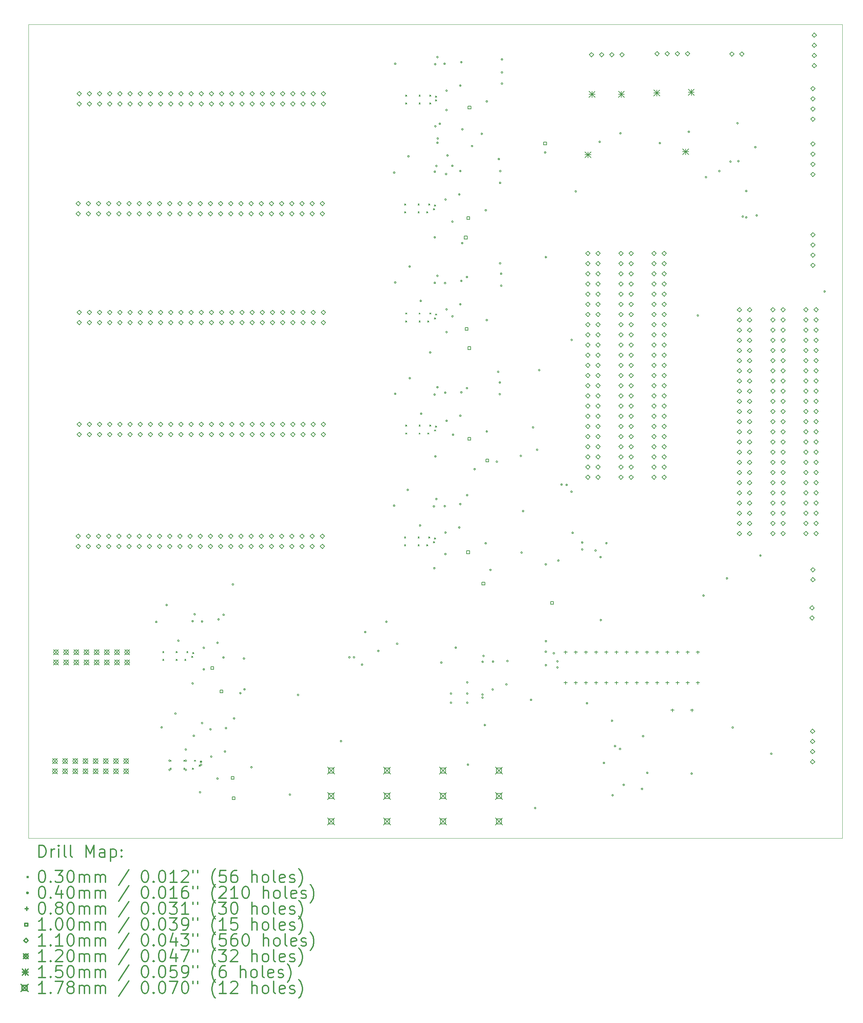
<source format=gbr>
%FSLAX45Y45*%
G04 Gerber Fmt 4.5, Leading zero omitted, Abs format (unit mm)*
G04 Created by KiCad (PCBNEW 4.0.4-stable) date 07/05/17 18:47:46*
%MOMM*%
%LPD*%
G01*
G04 APERTURE LIST*
%ADD10C,0.127000*%
%ADD11C,0.100000*%
%ADD12C,0.200000*%
%ADD13C,0.300000*%
G04 APERTURE END LIST*
D10*
D11*
X22098000Y-21844000D02*
X1778000Y-21844000D01*
X22098000Y-21844000D02*
X22098000Y-1524000D01*
X1778000Y-1524000D02*
X1778000Y-21844000D01*
X1778000Y-1524000D02*
X22098000Y-1524000D01*
D12*
X5128246Y-17175466D02*
X5158246Y-17205466D01*
X5158246Y-17175466D02*
X5128246Y-17205466D01*
X5128246Y-17372316D02*
X5158246Y-17402316D01*
X5158246Y-17372316D02*
X5128246Y-17402316D01*
X5315190Y-19890726D02*
X5345190Y-19920726D01*
X5345190Y-19890726D02*
X5315190Y-19920726D01*
X5315190Y-20087576D02*
X5345190Y-20117576D01*
X5345190Y-20087576D02*
X5315190Y-20117576D01*
X5464796Y-17175466D02*
X5494796Y-17205466D01*
X5494796Y-17175466D02*
X5464796Y-17205466D01*
X5464796Y-17372316D02*
X5494796Y-17402316D01*
X5494796Y-17372316D02*
X5464796Y-17402316D01*
X5651740Y-19890726D02*
X5681740Y-19920726D01*
X5681740Y-19890726D02*
X5651740Y-19920726D01*
X5651740Y-20087576D02*
X5681740Y-20117576D01*
X5681740Y-20087576D02*
X5651740Y-20117576D01*
X5680696Y-17372316D02*
X5710696Y-17402316D01*
X5710696Y-17372316D02*
X5680696Y-17402316D01*
X5731496Y-17175466D02*
X5761496Y-17205466D01*
X5761496Y-17175466D02*
X5731496Y-17205466D01*
X5852146Y-17296116D02*
X5882146Y-17326116D01*
X5882146Y-17296116D02*
X5852146Y-17326116D01*
X5867640Y-20087576D02*
X5897640Y-20117576D01*
X5897640Y-20087576D02*
X5867640Y-20117576D01*
X5877546Y-17200866D02*
X5907546Y-17230866D01*
X5907546Y-17200866D02*
X5877546Y-17230866D01*
X5918440Y-19890726D02*
X5948440Y-19920726D01*
X5948440Y-19890726D02*
X5918440Y-19920726D01*
X6039090Y-20011376D02*
X6069090Y-20041376D01*
X6069090Y-20011376D02*
X6039090Y-20041376D01*
X6064490Y-19916126D02*
X6094490Y-19946126D01*
X6094490Y-19916126D02*
X6064490Y-19946126D01*
X11165826Y-14314410D02*
X11195826Y-14344410D01*
X11195826Y-14314410D02*
X11165826Y-14344410D01*
X11165826Y-14511260D02*
X11195826Y-14541260D01*
X11195826Y-14511260D02*
X11165826Y-14541260D01*
X11167350Y-5998450D02*
X11197350Y-6028450D01*
X11197350Y-5998450D02*
X11167350Y-6028450D01*
X11167350Y-6195300D02*
X11197350Y-6225300D01*
X11197350Y-6195300D02*
X11167350Y-6225300D01*
X11192750Y-3280650D02*
X11222750Y-3310650D01*
X11222750Y-3280650D02*
X11192750Y-3310650D01*
X11192750Y-3477500D02*
X11222750Y-3507500D01*
X11222750Y-3477500D02*
X11192750Y-3507500D01*
X11192750Y-8723870D02*
X11222750Y-8753870D01*
X11222750Y-8723870D02*
X11192750Y-8753870D01*
X11192750Y-8920720D02*
X11222750Y-8950720D01*
X11222750Y-8920720D02*
X11192750Y-8950720D01*
X11192750Y-11522950D02*
X11222750Y-11552950D01*
X11222750Y-11522950D02*
X11192750Y-11552950D01*
X11192750Y-11719800D02*
X11222750Y-11749800D01*
X11222750Y-11719800D02*
X11192750Y-11749800D01*
X11502376Y-14314410D02*
X11532376Y-14344410D01*
X11532376Y-14314410D02*
X11502376Y-14344410D01*
X11502376Y-14511260D02*
X11532376Y-14541260D01*
X11532376Y-14511260D02*
X11502376Y-14541260D01*
X11503900Y-5998450D02*
X11533900Y-6028450D01*
X11533900Y-5998450D02*
X11503900Y-6028450D01*
X11503900Y-6195300D02*
X11533900Y-6225300D01*
X11533900Y-6195300D02*
X11503900Y-6225300D01*
X11529300Y-3280650D02*
X11559300Y-3310650D01*
X11559300Y-3280650D02*
X11529300Y-3310650D01*
X11529300Y-3477500D02*
X11559300Y-3507500D01*
X11559300Y-3477500D02*
X11529300Y-3507500D01*
X11529300Y-8723870D02*
X11559300Y-8753870D01*
X11559300Y-8723870D02*
X11529300Y-8753870D01*
X11529300Y-8920720D02*
X11559300Y-8950720D01*
X11559300Y-8920720D02*
X11529300Y-8950720D01*
X11529300Y-11522950D02*
X11559300Y-11552950D01*
X11559300Y-11522950D02*
X11529300Y-11552950D01*
X11529300Y-11719800D02*
X11559300Y-11749800D01*
X11559300Y-11719800D02*
X11529300Y-11749800D01*
X11718276Y-14511260D02*
X11748276Y-14541260D01*
X11748276Y-14511260D02*
X11718276Y-14541260D01*
X11719800Y-6195300D02*
X11749800Y-6225300D01*
X11749800Y-6195300D02*
X11719800Y-6225300D01*
X11745200Y-8920720D02*
X11775200Y-8950720D01*
X11775200Y-8920720D02*
X11745200Y-8950720D01*
X11745200Y-11719800D02*
X11775200Y-11749800D01*
X11775200Y-11719800D02*
X11745200Y-11749800D01*
X11769076Y-14314410D02*
X11799076Y-14344410D01*
X11799076Y-14314410D02*
X11769076Y-14344410D01*
X11770600Y-5998450D02*
X11800600Y-6028450D01*
X11800600Y-5998450D02*
X11770600Y-6028450D01*
X11796000Y-3280650D02*
X11826000Y-3310650D01*
X11826000Y-3280650D02*
X11796000Y-3310650D01*
X11796000Y-3477500D02*
X11826000Y-3507500D01*
X11826000Y-3477500D02*
X11796000Y-3507500D01*
X11796000Y-8723870D02*
X11826000Y-8753870D01*
X11826000Y-8723870D02*
X11796000Y-8753870D01*
X11796000Y-11522950D02*
X11826000Y-11552950D01*
X11826000Y-11522950D02*
X11796000Y-11552950D01*
X11889726Y-14435060D02*
X11919726Y-14465060D01*
X11919726Y-14435060D02*
X11889726Y-14465060D01*
X11891250Y-6119100D02*
X11921250Y-6149100D01*
X11921250Y-6119100D02*
X11891250Y-6149100D01*
X11915126Y-14339810D02*
X11945126Y-14369810D01*
X11945126Y-14339810D02*
X11915126Y-14369810D01*
X11916650Y-6023850D02*
X11946650Y-6053850D01*
X11946650Y-6023850D02*
X11916650Y-6053850D01*
X11916650Y-8844520D02*
X11946650Y-8874520D01*
X11946650Y-8844520D02*
X11916650Y-8874520D01*
X11916650Y-11643600D02*
X11946650Y-11673600D01*
X11946650Y-11643600D02*
X11916650Y-11673600D01*
X11942050Y-3306050D02*
X11972050Y-3336050D01*
X11972050Y-3306050D02*
X11942050Y-3336050D01*
X11942050Y-3401300D02*
X11972050Y-3431300D01*
X11972050Y-3401300D02*
X11942050Y-3431300D01*
X11942050Y-8749270D02*
X11972050Y-8779270D01*
X11972050Y-8749270D02*
X11942050Y-8779270D01*
X11942050Y-11548350D02*
X11972050Y-11578350D01*
X11972050Y-11548350D02*
X11942050Y-11578350D01*
X4988240Y-16438880D02*
G75*
G03X4988240Y-16438880I-20000J0D01*
G01*
X5122860Y-19072860D02*
G75*
G03X5122860Y-19072860I-20000J0D01*
G01*
X5247320Y-16017240D02*
G75*
G03X5247320Y-16017240I-20000J0D01*
G01*
X5319964Y-19903948D02*
G75*
G03X5319964Y-19903948I-20000J0D01*
G01*
X5319964Y-20132548D02*
G75*
G03X5319964Y-20132548I-20000J0D01*
G01*
X5465760Y-18727420D02*
G75*
G03X5465760Y-18727420I-20000J0D01*
G01*
X5539928Y-16909288D02*
G75*
G03X5539928Y-16909288I-20000J0D01*
G01*
X5726364Y-19624548D02*
G75*
G03X5726364Y-19624548I-20000J0D01*
G01*
X5726364Y-19903948D02*
G75*
G03X5726364Y-19903948I-20000J0D01*
G01*
X5726364Y-20132548D02*
G75*
G03X5726364Y-20132548I-20000J0D01*
G01*
X5895528Y-17976088D02*
G75*
G03X5895528Y-17976088I-20000J0D01*
G01*
X5897560Y-16421100D02*
G75*
G03X5897560Y-16421100I-20000J0D01*
G01*
X5925500Y-19283680D02*
G75*
G03X5925500Y-19283680I-20000J0D01*
G01*
X5946328Y-16248888D02*
G75*
G03X5946328Y-16248888I-20000J0D01*
G01*
X6081964Y-20691348D02*
G75*
G03X6081964Y-20691348I-20000J0D01*
G01*
X6107364Y-19929348D02*
G75*
G03X6107364Y-19929348I-20000J0D01*
G01*
X6107364Y-20005548D02*
G75*
G03X6107364Y-20005548I-20000J0D01*
G01*
X6131240Y-16428720D02*
G75*
G03X6131240Y-16428720I-20000J0D01*
G01*
X6132764Y-18964148D02*
G75*
G03X6132764Y-18964148I-20000J0D01*
G01*
X6174928Y-17087088D02*
G75*
G03X6174928Y-17087088I-20000J0D01*
G01*
X6176960Y-17622520D02*
G75*
G03X6176960Y-17622520I-20000J0D01*
G01*
X6342060Y-19121120D02*
G75*
G03X6342060Y-19121120I-20000J0D01*
G01*
X6361364Y-19802348D02*
G75*
G03X6361364Y-19802348I-20000J0D01*
G01*
X6517320Y-20350480D02*
G75*
G03X6517320Y-20350480I-20000J0D01*
G01*
X6517828Y-16960088D02*
G75*
G03X6517828Y-16960088I-20000J0D01*
G01*
X6543228Y-16375888D02*
G75*
G03X6543228Y-16375888I-20000J0D01*
G01*
X6667180Y-17327880D02*
G75*
G03X6667180Y-17327880I-20000J0D01*
G01*
X6669720Y-16261080D02*
G75*
G03X6669720Y-16261080I-20000J0D01*
G01*
X6704264Y-19675348D02*
G75*
G03X6704264Y-19675348I-20000J0D01*
G01*
X6729664Y-19091148D02*
G75*
G03X6729664Y-19091148I-20000J0D01*
G01*
X6901876Y-15503144D02*
G75*
G03X6901876Y-15503144I-20000J0D01*
G01*
X6931340Y-18849340D02*
G75*
G03X6931340Y-18849340I-20000J0D01*
G01*
X7088312Y-18218404D02*
G75*
G03X7088312Y-18218404I-20000J0D01*
G01*
X7178228Y-17353788D02*
G75*
G03X7178228Y-17353788I-20000J0D01*
G01*
X7190420Y-18122900D02*
G75*
G03X7190420Y-18122900I-20000J0D01*
G01*
X7364664Y-20069048D02*
G75*
G03X7364664Y-20069048I-20000J0D01*
G01*
X8325800Y-20751800D02*
G75*
G03X8325800Y-20751800I-20000J0D01*
G01*
X8529000Y-18262600D02*
G75*
G03X8529000Y-18262600I-20000J0D01*
G01*
X9600880Y-19415760D02*
G75*
G03X9600880Y-19415760I-20000J0D01*
G01*
X9809160Y-17322800D02*
G75*
G03X9809160Y-17322800I-20000J0D01*
G01*
X9926000Y-17322800D02*
G75*
G03X9926000Y-17322800I-20000J0D01*
G01*
X10126660Y-17505680D02*
G75*
G03X10126660Y-17505680I-20000J0D01*
G01*
X10205400Y-16690340D02*
G75*
G03X10205400Y-16690340I-20000J0D01*
G01*
X10533060Y-17162780D02*
G75*
G03X10533060Y-17162780I-20000J0D01*
G01*
X10733720Y-16436340D02*
G75*
G03X10733720Y-16436340I-20000J0D01*
G01*
X10927776Y-13535660D02*
G75*
G03X10927776Y-13535660I-20000J0D01*
G01*
X10929300Y-5219700D02*
G75*
G03X10929300Y-5219700I-20000J0D01*
G01*
X10954700Y-2501900D02*
G75*
G03X10954700Y-2501900I-20000J0D01*
G01*
X10954700Y-7962900D02*
G75*
G03X10954700Y-7962900I-20000J0D01*
G01*
X10954700Y-10744200D02*
G75*
G03X10954700Y-10744200I-20000J0D01*
G01*
X11002960Y-16984980D02*
G75*
G03X11002960Y-16984980I-20000J0D01*
G01*
X11267120Y-13141960D02*
G75*
G03X11267120Y-13141960I-20000J0D01*
G01*
X11284900Y-4813300D02*
G75*
G03X11284900Y-4813300I-20000J0D01*
G01*
X11315380Y-7564120D02*
G75*
G03X11315380Y-7564120I-20000J0D01*
G01*
X11317920Y-10353040D02*
G75*
G03X11317920Y-10353040I-20000J0D01*
G01*
X11575476Y-14030960D02*
G75*
G03X11575476Y-14030960I-20000J0D01*
G01*
X11592240Y-8422640D02*
G75*
G03X11592240Y-8422640I-20000J0D01*
G01*
X11602400Y-11239500D02*
G75*
G03X11602400Y-11239500I-20000J0D01*
G01*
X11828460Y-9710420D02*
G75*
G03X11828460Y-9710420I-20000J0D01*
G01*
X11919900Y-13553440D02*
G75*
G03X11919900Y-13553440I-20000J0D01*
G01*
X11931076Y-15097760D02*
G75*
G03X11931076Y-15097760I-20000J0D01*
G01*
X11937680Y-10761980D02*
G75*
G03X11937680Y-10761980I-20000J0D01*
G01*
X11942760Y-5196840D02*
G75*
G03X11942760Y-5196840I-20000J0D01*
G01*
X11942760Y-6835140D02*
G75*
G03X11942760Y-6835140I-20000J0D01*
G01*
X11942760Y-7973060D02*
G75*
G03X11942760Y-7973060I-20000J0D01*
G01*
X11952920Y-2512060D02*
G75*
G03X11952920Y-2512060I-20000J0D01*
G01*
X11958000Y-4064000D02*
G75*
G03X11958000Y-4064000I-20000J0D01*
G01*
X11958000Y-12306300D02*
G75*
G03X11958000Y-12306300I-20000J0D01*
G01*
X11981876Y-13370560D02*
G75*
G03X11981876Y-13370560I-20000J0D01*
G01*
X11983400Y-5054600D02*
G75*
G03X11983400Y-5054600I-20000J0D01*
G01*
X12008800Y-2336800D02*
G75*
G03X12008800Y-2336800I-20000J0D01*
G01*
X12008800Y-4475480D02*
G75*
G03X12008800Y-4475480I-20000J0D01*
G01*
X12008800Y-7797800D02*
G75*
G03X12008800Y-7797800I-20000J0D01*
G01*
X12008800Y-10579100D02*
G75*
G03X12008800Y-10579100I-20000J0D01*
G01*
X12016420Y-4368800D02*
G75*
G03X12016420Y-4368800I-20000J0D01*
G01*
X12067220Y-4000500D02*
G75*
G03X12067220Y-4000500I-20000J0D01*
G01*
X12105320Y-17453864D02*
G75*
G03X12105320Y-17453864I-20000J0D01*
G01*
X12186600Y-2501900D02*
G75*
G03X12186600Y-2501900I-20000J0D01*
G01*
X12191680Y-13548360D02*
G75*
G03X12191680Y-13548360I-20000J0D01*
G01*
X12199300Y-7978140D02*
G75*
G03X12199300Y-7978140I-20000J0D01*
G01*
X12204380Y-10713720D02*
G75*
G03X12204380Y-10713720I-20000J0D01*
G01*
X12206920Y-14744700D02*
G75*
G03X12206920Y-14744700I-20000J0D01*
G01*
X12210476Y-14208760D02*
G75*
G03X12210476Y-14208760I-20000J0D01*
G01*
X12212000Y-5892800D02*
G75*
G03X12212000Y-5892800I-20000J0D01*
G01*
X12224700Y-5255260D02*
G75*
G03X12224700Y-5255260I-20000J0D01*
G01*
X12234860Y-3657600D02*
G75*
G03X12234860Y-3657600I-20000J0D01*
G01*
X12237400Y-3175000D02*
G75*
G03X12237400Y-3175000I-20000J0D01*
G01*
X12237400Y-8636000D02*
G75*
G03X12237400Y-8636000I-20000J0D01*
G01*
X12237400Y-9202420D02*
G75*
G03X12237400Y-9202420I-20000J0D01*
G01*
X12237400Y-11417300D02*
G75*
G03X12237400Y-11417300I-20000J0D01*
G01*
X12260260Y-4790440D02*
G75*
G03X12260260Y-4790440I-20000J0D01*
G01*
X12346620Y-18228564D02*
G75*
G03X12346620Y-18228564I-20000J0D01*
G01*
X12346620Y-18457164D02*
G75*
G03X12346620Y-18457164I-20000J0D01*
G01*
X12382180Y-5052060D02*
G75*
G03X12382180Y-5052060I-20000J0D01*
G01*
X12382180Y-6443980D02*
G75*
G03X12382180Y-6443980I-20000J0D01*
G01*
X12384720Y-8808720D02*
G75*
G03X12384720Y-8808720I-20000J0D01*
G01*
X12397420Y-11765280D02*
G75*
G03X12397420Y-11765280I-20000J0D01*
G01*
X12466000Y-17081500D02*
G75*
G03X12466000Y-17081500I-20000J0D01*
G01*
X12553376Y-14081760D02*
G75*
G03X12553376Y-14081760I-20000J0D01*
G01*
X12554900Y-5765800D02*
G75*
G03X12554900Y-5765800I-20000J0D01*
G01*
X12578776Y-13497560D02*
G75*
G03X12578776Y-13497560I-20000J0D01*
G01*
X12580300Y-3048000D02*
G75*
G03X12580300Y-3048000I-20000J0D01*
G01*
X12580300Y-5181600D02*
G75*
G03X12580300Y-5181600I-20000J0D01*
G01*
X12580300Y-8509000D02*
G75*
G03X12580300Y-8509000I-20000J0D01*
G01*
X12580300Y-11290300D02*
G75*
G03X12580300Y-11290300I-20000J0D01*
G01*
X12605700Y-2463800D02*
G75*
G03X12605700Y-2463800I-20000J0D01*
G01*
X12605700Y-7924800D02*
G75*
G03X12605700Y-7924800I-20000J0D01*
G01*
X12605700Y-10706100D02*
G75*
G03X12605700Y-10706100I-20000J0D01*
G01*
X12626020Y-6979920D02*
G75*
G03X12626020Y-6979920I-20000J0D01*
G01*
X12631100Y-4137660D02*
G75*
G03X12631100Y-4137660I-20000J0D01*
G01*
X12745400Y-7828280D02*
G75*
G03X12745400Y-7828280I-20000J0D01*
G01*
X12745400Y-10601960D02*
G75*
G03X12745400Y-10601960I-20000J0D01*
G01*
X12750480Y-13274040D02*
G75*
G03X12750480Y-13274040I-20000J0D01*
G01*
X12753020Y-17949164D02*
G75*
G03X12753020Y-17949164I-20000J0D01*
G01*
X12753020Y-18228564D02*
G75*
G03X12753020Y-18228564I-20000J0D01*
G01*
X12753020Y-18457164D02*
G75*
G03X12753020Y-18457164I-20000J0D01*
G01*
X12770800Y-20005040D02*
G75*
G03X12770800Y-20005040I-20000J0D01*
G01*
X12872400Y-4556760D02*
G75*
G03X12872400Y-4556760I-20000J0D01*
G01*
X12937424Y-12624816D02*
G75*
G03X12937424Y-12624816I-20000J0D01*
G01*
X13116240Y-4251960D02*
G75*
G03X13116240Y-4251960I-20000J0D01*
G01*
X13134020Y-18253964D02*
G75*
G03X13134020Y-18253964I-20000J0D01*
G01*
X13134020Y-18330164D02*
G75*
G03X13134020Y-18330164I-20000J0D01*
G01*
X13136560Y-17434560D02*
G75*
G03X13136560Y-17434560I-20000J0D01*
G01*
X13159420Y-17288764D02*
G75*
G03X13159420Y-17288764I-20000J0D01*
G01*
X13192440Y-19014440D02*
G75*
G03X13192440Y-19014440I-20000J0D01*
G01*
X13213776Y-14475460D02*
G75*
G03X13213776Y-14475460I-20000J0D01*
G01*
X13215300Y-6159500D02*
G75*
G03X13215300Y-6159500I-20000J0D01*
G01*
X13240700Y-3441700D02*
G75*
G03X13240700Y-3441700I-20000J0D01*
G01*
X13240700Y-8902700D02*
G75*
G03X13240700Y-8902700I-20000J0D01*
G01*
X13240700Y-11684000D02*
G75*
G03X13240700Y-11684000I-20000J0D01*
G01*
X13332140Y-15140940D02*
G75*
G03X13332140Y-15140940I-20000J0D01*
G01*
X13388020Y-18126964D02*
G75*
G03X13388020Y-18126964I-20000J0D01*
G01*
X13395640Y-17429480D02*
G75*
G03X13395640Y-17429480I-20000J0D01*
G01*
X13492160Y-12438380D02*
G75*
G03X13492160Y-12438380I-20000J0D01*
G01*
X13525180Y-10193020D02*
G75*
G03X13525180Y-10193020I-20000J0D01*
G01*
X13542960Y-4881880D02*
G75*
G03X13542960Y-4881880I-20000J0D01*
G01*
X13565820Y-10459720D02*
G75*
G03X13565820Y-10459720I-20000J0D01*
G01*
X13565820Y-10751820D02*
G75*
G03X13565820Y-10751820I-20000J0D01*
G01*
X13573440Y-5476240D02*
G75*
G03X13573440Y-5476240I-20000J0D01*
G01*
X13573440Y-7485380D02*
G75*
G03X13573440Y-7485380I-20000J0D01*
G01*
X13578520Y-5181600D02*
G75*
G03X13578520Y-5181600I-20000J0D01*
G01*
X13598840Y-7744460D02*
G75*
G03X13598840Y-7744460I-20000J0D01*
G01*
X13601380Y-8044180D02*
G75*
G03X13601380Y-8044180I-20000J0D01*
G01*
X13620000Y-2393731D02*
G75*
G03X13620000Y-2393731I-20000J0D01*
G01*
X13620000Y-2717400D02*
G75*
G03X13620000Y-2717400I-20000J0D01*
G01*
X13620000Y-2997400D02*
G75*
G03X13620000Y-2997400I-20000J0D01*
G01*
X13730920Y-17999964D02*
G75*
G03X13730920Y-17999964I-20000J0D01*
G01*
X13756320Y-17415764D02*
G75*
G03X13756320Y-17415764I-20000J0D01*
G01*
X14091600Y-12293600D02*
G75*
G03X14091600Y-12293600I-20000J0D01*
G01*
X14109380Y-14706600D02*
G75*
G03X14109380Y-14706600I-20000J0D01*
G01*
X14147480Y-13672820D02*
G75*
G03X14147480Y-13672820I-20000J0D01*
G01*
X14345600Y-18384520D02*
G75*
G03X14345600Y-18384520I-20000J0D01*
G01*
X14396400Y-11582400D02*
G75*
G03X14396400Y-11582400I-20000J0D01*
G01*
X14449740Y-21087080D02*
G75*
G03X14449740Y-21087080I-20000J0D01*
G01*
X14498000Y-12141200D02*
G75*
G03X14498000Y-12141200I-20000J0D01*
G01*
X14548800Y-10152380D02*
G75*
G03X14548800Y-10152380I-20000J0D01*
G01*
X14698660Y-4716780D02*
G75*
G03X14698660Y-4716780I-20000J0D01*
G01*
X14713392Y-17183100D02*
G75*
G03X14713392Y-17183100I-20000J0D01*
G01*
X14713900Y-15001240D02*
G75*
G03X14713900Y-15001240I-20000J0D01*
G01*
X14715932Y-16919448D02*
G75*
G03X14715932Y-16919448I-20000J0D01*
G01*
X14716440Y-7330440D02*
G75*
G03X14716440Y-7330440I-20000J0D01*
G01*
X14716440Y-17519396D02*
G75*
G03X14716440Y-17519396I-20000J0D01*
G01*
X14914560Y-17221200D02*
G75*
G03X14914560Y-17221200I-20000J0D01*
G01*
X15006000Y-17424400D02*
G75*
G03X15006000Y-17424400I-20000J0D01*
G01*
X15006000Y-17576800D02*
G75*
G03X15006000Y-17576800I-20000J0D01*
G01*
X15028860Y-14907260D02*
G75*
G03X15028860Y-14907260I-20000J0D01*
G01*
X15107600Y-13007340D02*
G75*
G03X15107600Y-13007340I-20000J0D01*
G01*
X15234600Y-13017500D02*
G75*
G03X15234600Y-13017500I-20000J0D01*
G01*
X15356520Y-13187680D02*
G75*
G03X15356520Y-13187680I-20000J0D01*
G01*
X15361600Y-9398000D02*
G75*
G03X15361600Y-9398000I-20000J0D01*
G01*
X15384460Y-14213840D02*
G75*
G03X15384460Y-14213840I-20000J0D01*
G01*
X15463200Y-5689600D02*
G75*
G03X15463200Y-5689600I-20000J0D01*
G01*
X15623220Y-14455140D02*
G75*
G03X15623220Y-14455140I-20000J0D01*
G01*
X15623220Y-14630400D02*
G75*
G03X15623220Y-14630400I-20000J0D01*
G01*
X15742600Y-18470880D02*
G75*
G03X15742600Y-18470880I-20000J0D01*
G01*
X15955960Y-14655800D02*
G75*
G03X15955960Y-14655800I-20000J0D01*
G01*
X16060100Y-4452620D02*
G75*
G03X16060100Y-4452620I-20000J0D01*
G01*
X16082960Y-14820900D02*
G75*
G03X16082960Y-14820900I-20000J0D01*
G01*
X16088040Y-16393160D02*
G75*
G03X16088040Y-16393160I-20000J0D01*
G01*
X16166780Y-19961860D02*
G75*
G03X16166780Y-19961860I-20000J0D01*
G01*
X16227740Y-14472920D02*
G75*
G03X16227740Y-14472920I-20000J0D01*
G01*
X16367440Y-18907760D02*
G75*
G03X16367440Y-18907760I-20000J0D01*
G01*
X16382680Y-20767040D02*
G75*
G03X16382680Y-20767040I-20000J0D01*
G01*
X16443640Y-19540220D02*
G75*
G03X16443640Y-19540220I-20000J0D01*
G01*
X16568100Y-19611340D02*
G75*
G03X16568100Y-19611340I-20000J0D01*
G01*
X16578260Y-4239260D02*
G75*
G03X16578260Y-4239260I-20000J0D01*
G01*
X16659540Y-20507960D02*
G75*
G03X16659540Y-20507960I-20000J0D01*
G01*
X17116740Y-20609560D02*
G75*
G03X17116740Y-20609560I-20000J0D01*
G01*
X17144680Y-19291300D02*
G75*
G03X17144680Y-19291300I-20000J0D01*
G01*
X17248820Y-20208240D02*
G75*
G03X17248820Y-20208240I-20000J0D01*
G01*
X17563780Y-4485640D02*
G75*
G03X17563780Y-4485640I-20000J0D01*
G01*
X18285140Y-4201160D02*
G75*
G03X18285140Y-4201160I-20000J0D01*
G01*
X18356260Y-20226020D02*
G75*
G03X18356260Y-20226020I-20000J0D01*
G01*
X18511200Y-8788400D02*
G75*
G03X18511200Y-8788400I-20000J0D01*
G01*
X18653440Y-15781020D02*
G75*
G03X18653440Y-15781020I-20000J0D01*
G01*
X18714400Y-5334000D02*
G75*
G03X18714400Y-5334000I-20000J0D01*
G01*
X19047140Y-5181600D02*
G75*
G03X19047140Y-5181600I-20000J0D01*
G01*
X19237640Y-15351760D02*
G75*
G03X19237640Y-15351760I-20000J0D01*
G01*
X19324000Y-4945380D02*
G75*
G03X19324000Y-4945380I-20000J0D01*
G01*
X19379880Y-19075400D02*
G75*
G03X19379880Y-19075400I-20000J0D01*
G01*
X19501800Y-3987800D02*
G75*
G03X19501800Y-3987800I-20000J0D01*
G01*
X19523390Y-4933950D02*
G75*
G03X19523390Y-4933950I-20000J0D01*
G01*
X19632610Y-6318250D02*
G75*
G03X19632610Y-6318250I-20000J0D01*
G01*
X19718970Y-5680710D02*
G75*
G03X19718970Y-5680710I-20000J0D01*
G01*
X19718970Y-6338570D02*
G75*
G03X19718970Y-6338570I-20000J0D01*
G01*
X19946300Y-4584700D02*
G75*
G03X19946300Y-4584700I-20000J0D01*
G01*
X19979320Y-6289040D02*
G75*
G03X19979320Y-6289040I-20000J0D01*
G01*
X20073300Y-14782800D02*
G75*
G03X20073300Y-14782800I-20000J0D01*
G01*
X20345080Y-19730720D02*
G75*
G03X20345080Y-19730720I-20000J0D01*
G01*
X21676040Y-8188960D02*
G75*
G03X21676040Y-8188960I-20000J0D01*
G01*
X15187676Y-17154784D02*
X15187676Y-17234784D01*
X15147676Y-17194784D02*
X15227676Y-17194784D01*
X15187676Y-17916784D02*
X15187676Y-17996784D01*
X15147676Y-17956784D02*
X15227676Y-17956784D01*
X15441676Y-17154784D02*
X15441676Y-17234784D01*
X15401676Y-17194784D02*
X15481676Y-17194784D01*
X15441676Y-17916784D02*
X15441676Y-17996784D01*
X15401676Y-17956784D02*
X15481676Y-17956784D01*
X15695676Y-17154784D02*
X15695676Y-17234784D01*
X15655676Y-17194784D02*
X15735676Y-17194784D01*
X15695676Y-17916784D02*
X15695676Y-17996784D01*
X15655676Y-17956784D02*
X15735676Y-17956784D01*
X15949676Y-17154784D02*
X15949676Y-17234784D01*
X15909676Y-17194784D02*
X15989676Y-17194784D01*
X15949676Y-17916784D02*
X15949676Y-17996784D01*
X15909676Y-17956784D02*
X15989676Y-17956784D01*
X16203676Y-17154784D02*
X16203676Y-17234784D01*
X16163676Y-17194784D02*
X16243676Y-17194784D01*
X16203676Y-17916784D02*
X16203676Y-17996784D01*
X16163676Y-17956784D02*
X16243676Y-17956784D01*
X16457676Y-17154784D02*
X16457676Y-17234784D01*
X16417676Y-17194784D02*
X16497676Y-17194784D01*
X16457676Y-17916784D02*
X16457676Y-17996784D01*
X16417676Y-17956784D02*
X16497676Y-17956784D01*
X16711676Y-17154784D02*
X16711676Y-17234784D01*
X16671676Y-17194784D02*
X16751676Y-17194784D01*
X16711676Y-17916784D02*
X16711676Y-17996784D01*
X16671676Y-17956784D02*
X16751676Y-17956784D01*
X16965676Y-17154784D02*
X16965676Y-17234784D01*
X16925676Y-17194784D02*
X17005676Y-17194784D01*
X16965676Y-17916784D02*
X16965676Y-17996784D01*
X16925676Y-17956784D02*
X17005676Y-17956784D01*
X17219676Y-17154784D02*
X17219676Y-17234784D01*
X17179676Y-17194784D02*
X17259676Y-17194784D01*
X17219676Y-17916784D02*
X17219676Y-17996784D01*
X17179676Y-17956784D02*
X17259676Y-17956784D01*
X17473676Y-17154784D02*
X17473676Y-17234784D01*
X17433676Y-17194784D02*
X17513676Y-17194784D01*
X17473676Y-17916784D02*
X17473676Y-17996784D01*
X17433676Y-17956784D02*
X17513676Y-17956784D01*
X17727676Y-17154784D02*
X17727676Y-17234784D01*
X17687676Y-17194784D02*
X17767676Y-17194784D01*
X17727676Y-17916784D02*
X17727676Y-17996784D01*
X17687676Y-17956784D02*
X17767676Y-17956784D01*
X17856200Y-18603600D02*
X17856200Y-18683600D01*
X17816200Y-18643600D02*
X17896200Y-18643600D01*
X17981676Y-17154784D02*
X17981676Y-17234784D01*
X17941676Y-17194784D02*
X18021676Y-17194784D01*
X17981676Y-17916784D02*
X17981676Y-17996784D01*
X17941676Y-17956784D02*
X18021676Y-17956784D01*
X18235676Y-17154784D02*
X18235676Y-17234784D01*
X18195676Y-17194784D02*
X18275676Y-17194784D01*
X18235676Y-17916784D02*
X18235676Y-17996784D01*
X18195676Y-17956784D02*
X18275676Y-17956784D01*
X18344200Y-18603600D02*
X18344200Y-18683600D01*
X18304200Y-18643600D02*
X18384200Y-18643600D01*
X18489676Y-17154784D02*
X18489676Y-17234784D01*
X18449676Y-17194784D02*
X18529676Y-17194784D01*
X18489676Y-17916784D02*
X18489676Y-17996784D01*
X18449676Y-17956784D02*
X18529676Y-17956784D01*
X6400596Y-17627396D02*
X6400596Y-17556684D01*
X6329884Y-17556684D01*
X6329884Y-17627396D01*
X6400596Y-17627396D01*
X6629196Y-18211596D02*
X6629196Y-18140884D01*
X6558484Y-18140884D01*
X6558484Y-18211596D01*
X6629196Y-18211596D01*
X6911136Y-20365516D02*
X6911136Y-20294804D01*
X6840424Y-20294804D01*
X6840424Y-20365516D01*
X6911136Y-20365516D01*
X6936536Y-20873516D02*
X6936536Y-20802804D01*
X6865824Y-20802804D01*
X6865824Y-20873516D01*
X6936536Y-20873516D01*
X12730276Y-6875576D02*
X12730276Y-6804864D01*
X12659564Y-6804864D01*
X12659564Y-6875576D01*
X12730276Y-6875576D01*
X12750596Y-9159036D02*
X12750596Y-9088324D01*
X12679884Y-9088324D01*
X12679884Y-9159036D01*
X12750596Y-9159036D01*
X12790768Y-14732406D02*
X12790768Y-14661694D01*
X12720057Y-14661694D01*
X12720057Y-14732406D01*
X12790768Y-14732406D01*
X12796316Y-6390436D02*
X12796316Y-6319724D01*
X12725604Y-6319724D01*
X12725604Y-6390436D01*
X12796316Y-6390436D01*
X12819176Y-9636556D02*
X12819176Y-9565844D01*
X12748464Y-9565844D01*
X12748464Y-9636556D01*
X12819176Y-9636556D01*
X12821716Y-11902236D02*
X12821716Y-11831524D01*
X12751004Y-11831524D01*
X12751004Y-11902236D01*
X12821716Y-11902236D01*
X12824256Y-3631996D02*
X12824256Y-3561284D01*
X12753544Y-3561284D01*
X12753544Y-3631996D01*
X12824256Y-3631996D01*
X13172236Y-15514116D02*
X13172236Y-15443404D01*
X13101524Y-15443404D01*
X13101524Y-15514116D01*
X13172236Y-15514116D01*
X13268756Y-12443256D02*
X13268756Y-12372544D01*
X13198044Y-12372544D01*
X13198044Y-12443256D01*
X13268756Y-12443256D01*
X14711476Y-4528616D02*
X14711476Y-4457904D01*
X14640764Y-4457904D01*
X14640764Y-4528616D01*
X14711476Y-4528616D01*
X14884196Y-16001796D02*
X14884196Y-15931084D01*
X14813484Y-15931084D01*
X14813484Y-16001796D01*
X14884196Y-16001796D01*
X3022600Y-6049400D02*
X3077600Y-5994400D01*
X3022600Y-5939400D01*
X2967600Y-5994400D01*
X3022600Y-6049400D01*
X3022600Y-6303400D02*
X3077600Y-6248400D01*
X3022600Y-6193400D01*
X2967600Y-6248400D01*
X3022600Y-6303400D01*
X3022600Y-14355200D02*
X3077600Y-14300200D01*
X3022600Y-14245200D01*
X2967600Y-14300200D01*
X3022600Y-14355200D01*
X3022600Y-14609200D02*
X3077600Y-14554200D01*
X3022600Y-14499200D01*
X2967600Y-14554200D01*
X3022600Y-14609200D01*
X3048000Y-3306200D02*
X3103000Y-3251200D01*
X3048000Y-3196200D01*
X2993000Y-3251200D01*
X3048000Y-3306200D01*
X3048000Y-3560200D02*
X3103000Y-3505200D01*
X3048000Y-3450200D01*
X2993000Y-3505200D01*
X3048000Y-3560200D01*
X3048000Y-8767200D02*
X3103000Y-8712200D01*
X3048000Y-8657200D01*
X2993000Y-8712200D01*
X3048000Y-8767200D01*
X3048000Y-9021200D02*
X3103000Y-8966200D01*
X3048000Y-8911200D01*
X2993000Y-8966200D01*
X3048000Y-9021200D01*
X3048000Y-11561200D02*
X3103000Y-11506200D01*
X3048000Y-11451200D01*
X2993000Y-11506200D01*
X3048000Y-11561200D01*
X3048000Y-11815200D02*
X3103000Y-11760200D01*
X3048000Y-11705200D01*
X2993000Y-11760200D01*
X3048000Y-11815200D01*
X3276600Y-6049400D02*
X3331600Y-5994400D01*
X3276600Y-5939400D01*
X3221600Y-5994400D01*
X3276600Y-6049400D01*
X3276600Y-6303400D02*
X3331600Y-6248400D01*
X3276600Y-6193400D01*
X3221600Y-6248400D01*
X3276600Y-6303400D01*
X3276600Y-14355200D02*
X3331600Y-14300200D01*
X3276600Y-14245200D01*
X3221600Y-14300200D01*
X3276600Y-14355200D01*
X3276600Y-14609200D02*
X3331600Y-14554200D01*
X3276600Y-14499200D01*
X3221600Y-14554200D01*
X3276600Y-14609200D01*
X3302000Y-3306200D02*
X3357000Y-3251200D01*
X3302000Y-3196200D01*
X3247000Y-3251200D01*
X3302000Y-3306200D01*
X3302000Y-3560200D02*
X3357000Y-3505200D01*
X3302000Y-3450200D01*
X3247000Y-3505200D01*
X3302000Y-3560200D01*
X3302000Y-8767200D02*
X3357000Y-8712200D01*
X3302000Y-8657200D01*
X3247000Y-8712200D01*
X3302000Y-8767200D01*
X3302000Y-9021200D02*
X3357000Y-8966200D01*
X3302000Y-8911200D01*
X3247000Y-8966200D01*
X3302000Y-9021200D01*
X3302000Y-11561200D02*
X3357000Y-11506200D01*
X3302000Y-11451200D01*
X3247000Y-11506200D01*
X3302000Y-11561200D01*
X3302000Y-11815200D02*
X3357000Y-11760200D01*
X3302000Y-11705200D01*
X3247000Y-11760200D01*
X3302000Y-11815200D01*
X3530600Y-6049400D02*
X3585600Y-5994400D01*
X3530600Y-5939400D01*
X3475600Y-5994400D01*
X3530600Y-6049400D01*
X3530600Y-6303400D02*
X3585600Y-6248400D01*
X3530600Y-6193400D01*
X3475600Y-6248400D01*
X3530600Y-6303400D01*
X3530600Y-14355200D02*
X3585600Y-14300200D01*
X3530600Y-14245200D01*
X3475600Y-14300200D01*
X3530600Y-14355200D01*
X3530600Y-14609200D02*
X3585600Y-14554200D01*
X3530600Y-14499200D01*
X3475600Y-14554200D01*
X3530600Y-14609200D01*
X3556000Y-3306200D02*
X3611000Y-3251200D01*
X3556000Y-3196200D01*
X3501000Y-3251200D01*
X3556000Y-3306200D01*
X3556000Y-3560200D02*
X3611000Y-3505200D01*
X3556000Y-3450200D01*
X3501000Y-3505200D01*
X3556000Y-3560200D01*
X3556000Y-8767200D02*
X3611000Y-8712200D01*
X3556000Y-8657200D01*
X3501000Y-8712200D01*
X3556000Y-8767200D01*
X3556000Y-9021200D02*
X3611000Y-8966200D01*
X3556000Y-8911200D01*
X3501000Y-8966200D01*
X3556000Y-9021200D01*
X3556000Y-11561200D02*
X3611000Y-11506200D01*
X3556000Y-11451200D01*
X3501000Y-11506200D01*
X3556000Y-11561200D01*
X3556000Y-11815200D02*
X3611000Y-11760200D01*
X3556000Y-11705200D01*
X3501000Y-11760200D01*
X3556000Y-11815200D01*
X3784600Y-6049400D02*
X3839600Y-5994400D01*
X3784600Y-5939400D01*
X3729600Y-5994400D01*
X3784600Y-6049400D01*
X3784600Y-6303400D02*
X3839600Y-6248400D01*
X3784600Y-6193400D01*
X3729600Y-6248400D01*
X3784600Y-6303400D01*
X3784600Y-14355200D02*
X3839600Y-14300200D01*
X3784600Y-14245200D01*
X3729600Y-14300200D01*
X3784600Y-14355200D01*
X3784600Y-14609200D02*
X3839600Y-14554200D01*
X3784600Y-14499200D01*
X3729600Y-14554200D01*
X3784600Y-14609200D01*
X3810000Y-3306200D02*
X3865000Y-3251200D01*
X3810000Y-3196200D01*
X3755000Y-3251200D01*
X3810000Y-3306200D01*
X3810000Y-3560200D02*
X3865000Y-3505200D01*
X3810000Y-3450200D01*
X3755000Y-3505200D01*
X3810000Y-3560200D01*
X3810000Y-8767200D02*
X3865000Y-8712200D01*
X3810000Y-8657200D01*
X3755000Y-8712200D01*
X3810000Y-8767200D01*
X3810000Y-9021200D02*
X3865000Y-8966200D01*
X3810000Y-8911200D01*
X3755000Y-8966200D01*
X3810000Y-9021200D01*
X3810000Y-11561200D02*
X3865000Y-11506200D01*
X3810000Y-11451200D01*
X3755000Y-11506200D01*
X3810000Y-11561200D01*
X3810000Y-11815200D02*
X3865000Y-11760200D01*
X3810000Y-11705200D01*
X3755000Y-11760200D01*
X3810000Y-11815200D01*
X4038600Y-6049400D02*
X4093600Y-5994400D01*
X4038600Y-5939400D01*
X3983600Y-5994400D01*
X4038600Y-6049400D01*
X4038600Y-6303400D02*
X4093600Y-6248400D01*
X4038600Y-6193400D01*
X3983600Y-6248400D01*
X4038600Y-6303400D01*
X4038600Y-14355200D02*
X4093600Y-14300200D01*
X4038600Y-14245200D01*
X3983600Y-14300200D01*
X4038600Y-14355200D01*
X4038600Y-14609200D02*
X4093600Y-14554200D01*
X4038600Y-14499200D01*
X3983600Y-14554200D01*
X4038600Y-14609200D01*
X4064000Y-3306200D02*
X4119000Y-3251200D01*
X4064000Y-3196200D01*
X4009000Y-3251200D01*
X4064000Y-3306200D01*
X4064000Y-3560200D02*
X4119000Y-3505200D01*
X4064000Y-3450200D01*
X4009000Y-3505200D01*
X4064000Y-3560200D01*
X4064000Y-8767200D02*
X4119000Y-8712200D01*
X4064000Y-8657200D01*
X4009000Y-8712200D01*
X4064000Y-8767200D01*
X4064000Y-9021200D02*
X4119000Y-8966200D01*
X4064000Y-8911200D01*
X4009000Y-8966200D01*
X4064000Y-9021200D01*
X4064000Y-11561200D02*
X4119000Y-11506200D01*
X4064000Y-11451200D01*
X4009000Y-11506200D01*
X4064000Y-11561200D01*
X4064000Y-11815200D02*
X4119000Y-11760200D01*
X4064000Y-11705200D01*
X4009000Y-11760200D01*
X4064000Y-11815200D01*
X4292600Y-6049400D02*
X4347600Y-5994400D01*
X4292600Y-5939400D01*
X4237600Y-5994400D01*
X4292600Y-6049400D01*
X4292600Y-6303400D02*
X4347600Y-6248400D01*
X4292600Y-6193400D01*
X4237600Y-6248400D01*
X4292600Y-6303400D01*
X4292600Y-14355200D02*
X4347600Y-14300200D01*
X4292600Y-14245200D01*
X4237600Y-14300200D01*
X4292600Y-14355200D01*
X4292600Y-14609200D02*
X4347600Y-14554200D01*
X4292600Y-14499200D01*
X4237600Y-14554200D01*
X4292600Y-14609200D01*
X4318000Y-3306200D02*
X4373000Y-3251200D01*
X4318000Y-3196200D01*
X4263000Y-3251200D01*
X4318000Y-3306200D01*
X4318000Y-3560200D02*
X4373000Y-3505200D01*
X4318000Y-3450200D01*
X4263000Y-3505200D01*
X4318000Y-3560200D01*
X4318000Y-8767200D02*
X4373000Y-8712200D01*
X4318000Y-8657200D01*
X4263000Y-8712200D01*
X4318000Y-8767200D01*
X4318000Y-9021200D02*
X4373000Y-8966200D01*
X4318000Y-8911200D01*
X4263000Y-8966200D01*
X4318000Y-9021200D01*
X4318000Y-11561200D02*
X4373000Y-11506200D01*
X4318000Y-11451200D01*
X4263000Y-11506200D01*
X4318000Y-11561200D01*
X4318000Y-11815200D02*
X4373000Y-11760200D01*
X4318000Y-11705200D01*
X4263000Y-11760200D01*
X4318000Y-11815200D01*
X4546600Y-6049400D02*
X4601600Y-5994400D01*
X4546600Y-5939400D01*
X4491600Y-5994400D01*
X4546600Y-6049400D01*
X4546600Y-6303400D02*
X4601600Y-6248400D01*
X4546600Y-6193400D01*
X4491600Y-6248400D01*
X4546600Y-6303400D01*
X4546600Y-14355200D02*
X4601600Y-14300200D01*
X4546600Y-14245200D01*
X4491600Y-14300200D01*
X4546600Y-14355200D01*
X4546600Y-14609200D02*
X4601600Y-14554200D01*
X4546600Y-14499200D01*
X4491600Y-14554200D01*
X4546600Y-14609200D01*
X4572000Y-3306200D02*
X4627000Y-3251200D01*
X4572000Y-3196200D01*
X4517000Y-3251200D01*
X4572000Y-3306200D01*
X4572000Y-3560200D02*
X4627000Y-3505200D01*
X4572000Y-3450200D01*
X4517000Y-3505200D01*
X4572000Y-3560200D01*
X4572000Y-8767200D02*
X4627000Y-8712200D01*
X4572000Y-8657200D01*
X4517000Y-8712200D01*
X4572000Y-8767200D01*
X4572000Y-9021200D02*
X4627000Y-8966200D01*
X4572000Y-8911200D01*
X4517000Y-8966200D01*
X4572000Y-9021200D01*
X4572000Y-11561200D02*
X4627000Y-11506200D01*
X4572000Y-11451200D01*
X4517000Y-11506200D01*
X4572000Y-11561200D01*
X4572000Y-11815200D02*
X4627000Y-11760200D01*
X4572000Y-11705200D01*
X4517000Y-11760200D01*
X4572000Y-11815200D01*
X4800600Y-6049400D02*
X4855600Y-5994400D01*
X4800600Y-5939400D01*
X4745600Y-5994400D01*
X4800600Y-6049400D01*
X4800600Y-6303400D02*
X4855600Y-6248400D01*
X4800600Y-6193400D01*
X4745600Y-6248400D01*
X4800600Y-6303400D01*
X4800600Y-14355200D02*
X4855600Y-14300200D01*
X4800600Y-14245200D01*
X4745600Y-14300200D01*
X4800600Y-14355200D01*
X4800600Y-14609200D02*
X4855600Y-14554200D01*
X4800600Y-14499200D01*
X4745600Y-14554200D01*
X4800600Y-14609200D01*
X4826000Y-3306200D02*
X4881000Y-3251200D01*
X4826000Y-3196200D01*
X4771000Y-3251200D01*
X4826000Y-3306200D01*
X4826000Y-3560200D02*
X4881000Y-3505200D01*
X4826000Y-3450200D01*
X4771000Y-3505200D01*
X4826000Y-3560200D01*
X4826000Y-8767200D02*
X4881000Y-8712200D01*
X4826000Y-8657200D01*
X4771000Y-8712200D01*
X4826000Y-8767200D01*
X4826000Y-9021200D02*
X4881000Y-8966200D01*
X4826000Y-8911200D01*
X4771000Y-8966200D01*
X4826000Y-9021200D01*
X4826000Y-11561200D02*
X4881000Y-11506200D01*
X4826000Y-11451200D01*
X4771000Y-11506200D01*
X4826000Y-11561200D01*
X4826000Y-11815200D02*
X4881000Y-11760200D01*
X4826000Y-11705200D01*
X4771000Y-11760200D01*
X4826000Y-11815200D01*
X5054600Y-6049400D02*
X5109600Y-5994400D01*
X5054600Y-5939400D01*
X4999600Y-5994400D01*
X5054600Y-6049400D01*
X5054600Y-6303400D02*
X5109600Y-6248400D01*
X5054600Y-6193400D01*
X4999600Y-6248400D01*
X5054600Y-6303400D01*
X5054600Y-14355200D02*
X5109600Y-14300200D01*
X5054600Y-14245200D01*
X4999600Y-14300200D01*
X5054600Y-14355200D01*
X5054600Y-14609200D02*
X5109600Y-14554200D01*
X5054600Y-14499200D01*
X4999600Y-14554200D01*
X5054600Y-14609200D01*
X5080000Y-3306200D02*
X5135000Y-3251200D01*
X5080000Y-3196200D01*
X5025000Y-3251200D01*
X5080000Y-3306200D01*
X5080000Y-3560200D02*
X5135000Y-3505200D01*
X5080000Y-3450200D01*
X5025000Y-3505200D01*
X5080000Y-3560200D01*
X5080000Y-8767200D02*
X5135000Y-8712200D01*
X5080000Y-8657200D01*
X5025000Y-8712200D01*
X5080000Y-8767200D01*
X5080000Y-9021200D02*
X5135000Y-8966200D01*
X5080000Y-8911200D01*
X5025000Y-8966200D01*
X5080000Y-9021200D01*
X5080000Y-11561200D02*
X5135000Y-11506200D01*
X5080000Y-11451200D01*
X5025000Y-11506200D01*
X5080000Y-11561200D01*
X5080000Y-11815200D02*
X5135000Y-11760200D01*
X5080000Y-11705200D01*
X5025000Y-11760200D01*
X5080000Y-11815200D01*
X5308600Y-6049400D02*
X5363600Y-5994400D01*
X5308600Y-5939400D01*
X5253600Y-5994400D01*
X5308600Y-6049400D01*
X5308600Y-6303400D02*
X5363600Y-6248400D01*
X5308600Y-6193400D01*
X5253600Y-6248400D01*
X5308600Y-6303400D01*
X5308600Y-14355200D02*
X5363600Y-14300200D01*
X5308600Y-14245200D01*
X5253600Y-14300200D01*
X5308600Y-14355200D01*
X5308600Y-14609200D02*
X5363600Y-14554200D01*
X5308600Y-14499200D01*
X5253600Y-14554200D01*
X5308600Y-14609200D01*
X5334000Y-3306200D02*
X5389000Y-3251200D01*
X5334000Y-3196200D01*
X5279000Y-3251200D01*
X5334000Y-3306200D01*
X5334000Y-3560200D02*
X5389000Y-3505200D01*
X5334000Y-3450200D01*
X5279000Y-3505200D01*
X5334000Y-3560200D01*
X5334000Y-8767200D02*
X5389000Y-8712200D01*
X5334000Y-8657200D01*
X5279000Y-8712200D01*
X5334000Y-8767200D01*
X5334000Y-9021200D02*
X5389000Y-8966200D01*
X5334000Y-8911200D01*
X5279000Y-8966200D01*
X5334000Y-9021200D01*
X5334000Y-11561200D02*
X5389000Y-11506200D01*
X5334000Y-11451200D01*
X5279000Y-11506200D01*
X5334000Y-11561200D01*
X5334000Y-11815200D02*
X5389000Y-11760200D01*
X5334000Y-11705200D01*
X5279000Y-11760200D01*
X5334000Y-11815200D01*
X5562600Y-6049400D02*
X5617600Y-5994400D01*
X5562600Y-5939400D01*
X5507600Y-5994400D01*
X5562600Y-6049400D01*
X5562600Y-6303400D02*
X5617600Y-6248400D01*
X5562600Y-6193400D01*
X5507600Y-6248400D01*
X5562600Y-6303400D01*
X5562600Y-14355200D02*
X5617600Y-14300200D01*
X5562600Y-14245200D01*
X5507600Y-14300200D01*
X5562600Y-14355200D01*
X5562600Y-14609200D02*
X5617600Y-14554200D01*
X5562600Y-14499200D01*
X5507600Y-14554200D01*
X5562600Y-14609200D01*
X5588000Y-3306200D02*
X5643000Y-3251200D01*
X5588000Y-3196200D01*
X5533000Y-3251200D01*
X5588000Y-3306200D01*
X5588000Y-3560200D02*
X5643000Y-3505200D01*
X5588000Y-3450200D01*
X5533000Y-3505200D01*
X5588000Y-3560200D01*
X5588000Y-8767200D02*
X5643000Y-8712200D01*
X5588000Y-8657200D01*
X5533000Y-8712200D01*
X5588000Y-8767200D01*
X5588000Y-9021200D02*
X5643000Y-8966200D01*
X5588000Y-8911200D01*
X5533000Y-8966200D01*
X5588000Y-9021200D01*
X5588000Y-11561200D02*
X5643000Y-11506200D01*
X5588000Y-11451200D01*
X5533000Y-11506200D01*
X5588000Y-11561200D01*
X5588000Y-11815200D02*
X5643000Y-11760200D01*
X5588000Y-11705200D01*
X5533000Y-11760200D01*
X5588000Y-11815200D01*
X5816600Y-6049400D02*
X5871600Y-5994400D01*
X5816600Y-5939400D01*
X5761600Y-5994400D01*
X5816600Y-6049400D01*
X5816600Y-6303400D02*
X5871600Y-6248400D01*
X5816600Y-6193400D01*
X5761600Y-6248400D01*
X5816600Y-6303400D01*
X5816600Y-14355200D02*
X5871600Y-14300200D01*
X5816600Y-14245200D01*
X5761600Y-14300200D01*
X5816600Y-14355200D01*
X5816600Y-14609200D02*
X5871600Y-14554200D01*
X5816600Y-14499200D01*
X5761600Y-14554200D01*
X5816600Y-14609200D01*
X5842000Y-3306200D02*
X5897000Y-3251200D01*
X5842000Y-3196200D01*
X5787000Y-3251200D01*
X5842000Y-3306200D01*
X5842000Y-3560200D02*
X5897000Y-3505200D01*
X5842000Y-3450200D01*
X5787000Y-3505200D01*
X5842000Y-3560200D01*
X5842000Y-8767200D02*
X5897000Y-8712200D01*
X5842000Y-8657200D01*
X5787000Y-8712200D01*
X5842000Y-8767200D01*
X5842000Y-9021200D02*
X5897000Y-8966200D01*
X5842000Y-8911200D01*
X5787000Y-8966200D01*
X5842000Y-9021200D01*
X5842000Y-11561200D02*
X5897000Y-11506200D01*
X5842000Y-11451200D01*
X5787000Y-11506200D01*
X5842000Y-11561200D01*
X5842000Y-11815200D02*
X5897000Y-11760200D01*
X5842000Y-11705200D01*
X5787000Y-11760200D01*
X5842000Y-11815200D01*
X6070600Y-6049400D02*
X6125600Y-5994400D01*
X6070600Y-5939400D01*
X6015600Y-5994400D01*
X6070600Y-6049400D01*
X6070600Y-6303400D02*
X6125600Y-6248400D01*
X6070600Y-6193400D01*
X6015600Y-6248400D01*
X6070600Y-6303400D01*
X6070600Y-14355200D02*
X6125600Y-14300200D01*
X6070600Y-14245200D01*
X6015600Y-14300200D01*
X6070600Y-14355200D01*
X6070600Y-14609200D02*
X6125600Y-14554200D01*
X6070600Y-14499200D01*
X6015600Y-14554200D01*
X6070600Y-14609200D01*
X6096000Y-3306200D02*
X6151000Y-3251200D01*
X6096000Y-3196200D01*
X6041000Y-3251200D01*
X6096000Y-3306200D01*
X6096000Y-3560200D02*
X6151000Y-3505200D01*
X6096000Y-3450200D01*
X6041000Y-3505200D01*
X6096000Y-3560200D01*
X6096000Y-8767200D02*
X6151000Y-8712200D01*
X6096000Y-8657200D01*
X6041000Y-8712200D01*
X6096000Y-8767200D01*
X6096000Y-9021200D02*
X6151000Y-8966200D01*
X6096000Y-8911200D01*
X6041000Y-8966200D01*
X6096000Y-9021200D01*
X6096000Y-11561200D02*
X6151000Y-11506200D01*
X6096000Y-11451200D01*
X6041000Y-11506200D01*
X6096000Y-11561200D01*
X6096000Y-11815200D02*
X6151000Y-11760200D01*
X6096000Y-11705200D01*
X6041000Y-11760200D01*
X6096000Y-11815200D01*
X6324600Y-6049400D02*
X6379600Y-5994400D01*
X6324600Y-5939400D01*
X6269600Y-5994400D01*
X6324600Y-6049400D01*
X6324600Y-6303400D02*
X6379600Y-6248400D01*
X6324600Y-6193400D01*
X6269600Y-6248400D01*
X6324600Y-6303400D01*
X6324600Y-14355200D02*
X6379600Y-14300200D01*
X6324600Y-14245200D01*
X6269600Y-14300200D01*
X6324600Y-14355200D01*
X6324600Y-14609200D02*
X6379600Y-14554200D01*
X6324600Y-14499200D01*
X6269600Y-14554200D01*
X6324600Y-14609200D01*
X6350000Y-3306200D02*
X6405000Y-3251200D01*
X6350000Y-3196200D01*
X6295000Y-3251200D01*
X6350000Y-3306200D01*
X6350000Y-3560200D02*
X6405000Y-3505200D01*
X6350000Y-3450200D01*
X6295000Y-3505200D01*
X6350000Y-3560200D01*
X6350000Y-8767200D02*
X6405000Y-8712200D01*
X6350000Y-8657200D01*
X6295000Y-8712200D01*
X6350000Y-8767200D01*
X6350000Y-9021200D02*
X6405000Y-8966200D01*
X6350000Y-8911200D01*
X6295000Y-8966200D01*
X6350000Y-9021200D01*
X6350000Y-11561200D02*
X6405000Y-11506200D01*
X6350000Y-11451200D01*
X6295000Y-11506200D01*
X6350000Y-11561200D01*
X6350000Y-11815200D02*
X6405000Y-11760200D01*
X6350000Y-11705200D01*
X6295000Y-11760200D01*
X6350000Y-11815200D01*
X6578600Y-6049400D02*
X6633600Y-5994400D01*
X6578600Y-5939400D01*
X6523600Y-5994400D01*
X6578600Y-6049400D01*
X6578600Y-6303400D02*
X6633600Y-6248400D01*
X6578600Y-6193400D01*
X6523600Y-6248400D01*
X6578600Y-6303400D01*
X6578600Y-14355200D02*
X6633600Y-14300200D01*
X6578600Y-14245200D01*
X6523600Y-14300200D01*
X6578600Y-14355200D01*
X6578600Y-14609200D02*
X6633600Y-14554200D01*
X6578600Y-14499200D01*
X6523600Y-14554200D01*
X6578600Y-14609200D01*
X6604000Y-3306200D02*
X6659000Y-3251200D01*
X6604000Y-3196200D01*
X6549000Y-3251200D01*
X6604000Y-3306200D01*
X6604000Y-3560200D02*
X6659000Y-3505200D01*
X6604000Y-3450200D01*
X6549000Y-3505200D01*
X6604000Y-3560200D01*
X6604000Y-8767200D02*
X6659000Y-8712200D01*
X6604000Y-8657200D01*
X6549000Y-8712200D01*
X6604000Y-8767200D01*
X6604000Y-9021200D02*
X6659000Y-8966200D01*
X6604000Y-8911200D01*
X6549000Y-8966200D01*
X6604000Y-9021200D01*
X6604000Y-11561200D02*
X6659000Y-11506200D01*
X6604000Y-11451200D01*
X6549000Y-11506200D01*
X6604000Y-11561200D01*
X6604000Y-11815200D02*
X6659000Y-11760200D01*
X6604000Y-11705200D01*
X6549000Y-11760200D01*
X6604000Y-11815200D01*
X6832600Y-6049400D02*
X6887600Y-5994400D01*
X6832600Y-5939400D01*
X6777600Y-5994400D01*
X6832600Y-6049400D01*
X6832600Y-6303400D02*
X6887600Y-6248400D01*
X6832600Y-6193400D01*
X6777600Y-6248400D01*
X6832600Y-6303400D01*
X6832600Y-14355200D02*
X6887600Y-14300200D01*
X6832600Y-14245200D01*
X6777600Y-14300200D01*
X6832600Y-14355200D01*
X6832600Y-14609200D02*
X6887600Y-14554200D01*
X6832600Y-14499200D01*
X6777600Y-14554200D01*
X6832600Y-14609200D01*
X6858000Y-3306200D02*
X6913000Y-3251200D01*
X6858000Y-3196200D01*
X6803000Y-3251200D01*
X6858000Y-3306200D01*
X6858000Y-3560200D02*
X6913000Y-3505200D01*
X6858000Y-3450200D01*
X6803000Y-3505200D01*
X6858000Y-3560200D01*
X6858000Y-8767200D02*
X6913000Y-8712200D01*
X6858000Y-8657200D01*
X6803000Y-8712200D01*
X6858000Y-8767200D01*
X6858000Y-9021200D02*
X6913000Y-8966200D01*
X6858000Y-8911200D01*
X6803000Y-8966200D01*
X6858000Y-9021200D01*
X6858000Y-11561200D02*
X6913000Y-11506200D01*
X6858000Y-11451200D01*
X6803000Y-11506200D01*
X6858000Y-11561200D01*
X6858000Y-11815200D02*
X6913000Y-11760200D01*
X6858000Y-11705200D01*
X6803000Y-11760200D01*
X6858000Y-11815200D01*
X7086600Y-6049400D02*
X7141600Y-5994400D01*
X7086600Y-5939400D01*
X7031600Y-5994400D01*
X7086600Y-6049400D01*
X7086600Y-6303400D02*
X7141600Y-6248400D01*
X7086600Y-6193400D01*
X7031600Y-6248400D01*
X7086600Y-6303400D01*
X7086600Y-14355200D02*
X7141600Y-14300200D01*
X7086600Y-14245200D01*
X7031600Y-14300200D01*
X7086600Y-14355200D01*
X7086600Y-14609200D02*
X7141600Y-14554200D01*
X7086600Y-14499200D01*
X7031600Y-14554200D01*
X7086600Y-14609200D01*
X7112000Y-3306200D02*
X7167000Y-3251200D01*
X7112000Y-3196200D01*
X7057000Y-3251200D01*
X7112000Y-3306200D01*
X7112000Y-3560200D02*
X7167000Y-3505200D01*
X7112000Y-3450200D01*
X7057000Y-3505200D01*
X7112000Y-3560200D01*
X7112000Y-8767200D02*
X7167000Y-8712200D01*
X7112000Y-8657200D01*
X7057000Y-8712200D01*
X7112000Y-8767200D01*
X7112000Y-9021200D02*
X7167000Y-8966200D01*
X7112000Y-8911200D01*
X7057000Y-8966200D01*
X7112000Y-9021200D01*
X7112000Y-11561200D02*
X7167000Y-11506200D01*
X7112000Y-11451200D01*
X7057000Y-11506200D01*
X7112000Y-11561200D01*
X7112000Y-11815200D02*
X7167000Y-11760200D01*
X7112000Y-11705200D01*
X7057000Y-11760200D01*
X7112000Y-11815200D01*
X7340600Y-6049400D02*
X7395600Y-5994400D01*
X7340600Y-5939400D01*
X7285600Y-5994400D01*
X7340600Y-6049400D01*
X7340600Y-6303400D02*
X7395600Y-6248400D01*
X7340600Y-6193400D01*
X7285600Y-6248400D01*
X7340600Y-6303400D01*
X7340600Y-14355200D02*
X7395600Y-14300200D01*
X7340600Y-14245200D01*
X7285600Y-14300200D01*
X7340600Y-14355200D01*
X7340600Y-14609200D02*
X7395600Y-14554200D01*
X7340600Y-14499200D01*
X7285600Y-14554200D01*
X7340600Y-14609200D01*
X7366000Y-3306200D02*
X7421000Y-3251200D01*
X7366000Y-3196200D01*
X7311000Y-3251200D01*
X7366000Y-3306200D01*
X7366000Y-3560200D02*
X7421000Y-3505200D01*
X7366000Y-3450200D01*
X7311000Y-3505200D01*
X7366000Y-3560200D01*
X7366000Y-8767200D02*
X7421000Y-8712200D01*
X7366000Y-8657200D01*
X7311000Y-8712200D01*
X7366000Y-8767200D01*
X7366000Y-9021200D02*
X7421000Y-8966200D01*
X7366000Y-8911200D01*
X7311000Y-8966200D01*
X7366000Y-9021200D01*
X7366000Y-11561200D02*
X7421000Y-11506200D01*
X7366000Y-11451200D01*
X7311000Y-11506200D01*
X7366000Y-11561200D01*
X7366000Y-11815200D02*
X7421000Y-11760200D01*
X7366000Y-11705200D01*
X7311000Y-11760200D01*
X7366000Y-11815200D01*
X7594600Y-6049400D02*
X7649600Y-5994400D01*
X7594600Y-5939400D01*
X7539600Y-5994400D01*
X7594600Y-6049400D01*
X7594600Y-6303400D02*
X7649600Y-6248400D01*
X7594600Y-6193400D01*
X7539600Y-6248400D01*
X7594600Y-6303400D01*
X7594600Y-14355200D02*
X7649600Y-14300200D01*
X7594600Y-14245200D01*
X7539600Y-14300200D01*
X7594600Y-14355200D01*
X7594600Y-14609200D02*
X7649600Y-14554200D01*
X7594600Y-14499200D01*
X7539600Y-14554200D01*
X7594600Y-14609200D01*
X7620000Y-3306200D02*
X7675000Y-3251200D01*
X7620000Y-3196200D01*
X7565000Y-3251200D01*
X7620000Y-3306200D01*
X7620000Y-3560200D02*
X7675000Y-3505200D01*
X7620000Y-3450200D01*
X7565000Y-3505200D01*
X7620000Y-3560200D01*
X7620000Y-8767200D02*
X7675000Y-8712200D01*
X7620000Y-8657200D01*
X7565000Y-8712200D01*
X7620000Y-8767200D01*
X7620000Y-9021200D02*
X7675000Y-8966200D01*
X7620000Y-8911200D01*
X7565000Y-8966200D01*
X7620000Y-9021200D01*
X7620000Y-11561200D02*
X7675000Y-11506200D01*
X7620000Y-11451200D01*
X7565000Y-11506200D01*
X7620000Y-11561200D01*
X7620000Y-11815200D02*
X7675000Y-11760200D01*
X7620000Y-11705200D01*
X7565000Y-11760200D01*
X7620000Y-11815200D01*
X7848600Y-6049400D02*
X7903600Y-5994400D01*
X7848600Y-5939400D01*
X7793600Y-5994400D01*
X7848600Y-6049400D01*
X7848600Y-6303400D02*
X7903600Y-6248400D01*
X7848600Y-6193400D01*
X7793600Y-6248400D01*
X7848600Y-6303400D01*
X7848600Y-14355200D02*
X7903600Y-14300200D01*
X7848600Y-14245200D01*
X7793600Y-14300200D01*
X7848600Y-14355200D01*
X7848600Y-14609200D02*
X7903600Y-14554200D01*
X7848600Y-14499200D01*
X7793600Y-14554200D01*
X7848600Y-14609200D01*
X7874000Y-3306200D02*
X7929000Y-3251200D01*
X7874000Y-3196200D01*
X7819000Y-3251200D01*
X7874000Y-3306200D01*
X7874000Y-3560200D02*
X7929000Y-3505200D01*
X7874000Y-3450200D01*
X7819000Y-3505200D01*
X7874000Y-3560200D01*
X7874000Y-8767200D02*
X7929000Y-8712200D01*
X7874000Y-8657200D01*
X7819000Y-8712200D01*
X7874000Y-8767200D01*
X7874000Y-9021200D02*
X7929000Y-8966200D01*
X7874000Y-8911200D01*
X7819000Y-8966200D01*
X7874000Y-9021200D01*
X7874000Y-11561200D02*
X7929000Y-11506200D01*
X7874000Y-11451200D01*
X7819000Y-11506200D01*
X7874000Y-11561200D01*
X7874000Y-11815200D02*
X7929000Y-11760200D01*
X7874000Y-11705200D01*
X7819000Y-11760200D01*
X7874000Y-11815200D01*
X8102600Y-6049400D02*
X8157600Y-5994400D01*
X8102600Y-5939400D01*
X8047600Y-5994400D01*
X8102600Y-6049400D01*
X8102600Y-6303400D02*
X8157600Y-6248400D01*
X8102600Y-6193400D01*
X8047600Y-6248400D01*
X8102600Y-6303400D01*
X8102600Y-14355200D02*
X8157600Y-14300200D01*
X8102600Y-14245200D01*
X8047600Y-14300200D01*
X8102600Y-14355200D01*
X8102600Y-14609200D02*
X8157600Y-14554200D01*
X8102600Y-14499200D01*
X8047600Y-14554200D01*
X8102600Y-14609200D01*
X8128000Y-3306200D02*
X8183000Y-3251200D01*
X8128000Y-3196200D01*
X8073000Y-3251200D01*
X8128000Y-3306200D01*
X8128000Y-3560200D02*
X8183000Y-3505200D01*
X8128000Y-3450200D01*
X8073000Y-3505200D01*
X8128000Y-3560200D01*
X8128000Y-8767200D02*
X8183000Y-8712200D01*
X8128000Y-8657200D01*
X8073000Y-8712200D01*
X8128000Y-8767200D01*
X8128000Y-9021200D02*
X8183000Y-8966200D01*
X8128000Y-8911200D01*
X8073000Y-8966200D01*
X8128000Y-9021200D01*
X8128000Y-11561200D02*
X8183000Y-11506200D01*
X8128000Y-11451200D01*
X8073000Y-11506200D01*
X8128000Y-11561200D01*
X8128000Y-11815200D02*
X8183000Y-11760200D01*
X8128000Y-11705200D01*
X8073000Y-11760200D01*
X8128000Y-11815200D01*
X8356600Y-6049400D02*
X8411600Y-5994400D01*
X8356600Y-5939400D01*
X8301600Y-5994400D01*
X8356600Y-6049400D01*
X8356600Y-6303400D02*
X8411600Y-6248400D01*
X8356600Y-6193400D01*
X8301600Y-6248400D01*
X8356600Y-6303400D01*
X8356600Y-14355200D02*
X8411600Y-14300200D01*
X8356600Y-14245200D01*
X8301600Y-14300200D01*
X8356600Y-14355200D01*
X8356600Y-14609200D02*
X8411600Y-14554200D01*
X8356600Y-14499200D01*
X8301600Y-14554200D01*
X8356600Y-14609200D01*
X8382000Y-3306200D02*
X8437000Y-3251200D01*
X8382000Y-3196200D01*
X8327000Y-3251200D01*
X8382000Y-3306200D01*
X8382000Y-3560200D02*
X8437000Y-3505200D01*
X8382000Y-3450200D01*
X8327000Y-3505200D01*
X8382000Y-3560200D01*
X8382000Y-8767200D02*
X8437000Y-8712200D01*
X8382000Y-8657200D01*
X8327000Y-8712200D01*
X8382000Y-8767200D01*
X8382000Y-9021200D02*
X8437000Y-8966200D01*
X8382000Y-8911200D01*
X8327000Y-8966200D01*
X8382000Y-9021200D01*
X8382000Y-11561200D02*
X8437000Y-11506200D01*
X8382000Y-11451200D01*
X8327000Y-11506200D01*
X8382000Y-11561200D01*
X8382000Y-11815200D02*
X8437000Y-11760200D01*
X8382000Y-11705200D01*
X8327000Y-11760200D01*
X8382000Y-11815200D01*
X8610600Y-6049400D02*
X8665600Y-5994400D01*
X8610600Y-5939400D01*
X8555600Y-5994400D01*
X8610600Y-6049400D01*
X8610600Y-6303400D02*
X8665600Y-6248400D01*
X8610600Y-6193400D01*
X8555600Y-6248400D01*
X8610600Y-6303400D01*
X8610600Y-14355200D02*
X8665600Y-14300200D01*
X8610600Y-14245200D01*
X8555600Y-14300200D01*
X8610600Y-14355200D01*
X8610600Y-14609200D02*
X8665600Y-14554200D01*
X8610600Y-14499200D01*
X8555600Y-14554200D01*
X8610600Y-14609200D01*
X8636000Y-3306200D02*
X8691000Y-3251200D01*
X8636000Y-3196200D01*
X8581000Y-3251200D01*
X8636000Y-3306200D01*
X8636000Y-3560200D02*
X8691000Y-3505200D01*
X8636000Y-3450200D01*
X8581000Y-3505200D01*
X8636000Y-3560200D01*
X8636000Y-8767200D02*
X8691000Y-8712200D01*
X8636000Y-8657200D01*
X8581000Y-8712200D01*
X8636000Y-8767200D01*
X8636000Y-9021200D02*
X8691000Y-8966200D01*
X8636000Y-8911200D01*
X8581000Y-8966200D01*
X8636000Y-9021200D01*
X8636000Y-11561200D02*
X8691000Y-11506200D01*
X8636000Y-11451200D01*
X8581000Y-11506200D01*
X8636000Y-11561200D01*
X8636000Y-11815200D02*
X8691000Y-11760200D01*
X8636000Y-11705200D01*
X8581000Y-11760200D01*
X8636000Y-11815200D01*
X8864600Y-6049400D02*
X8919600Y-5994400D01*
X8864600Y-5939400D01*
X8809600Y-5994400D01*
X8864600Y-6049400D01*
X8864600Y-6303400D02*
X8919600Y-6248400D01*
X8864600Y-6193400D01*
X8809600Y-6248400D01*
X8864600Y-6303400D01*
X8864600Y-14355200D02*
X8919600Y-14300200D01*
X8864600Y-14245200D01*
X8809600Y-14300200D01*
X8864600Y-14355200D01*
X8864600Y-14609200D02*
X8919600Y-14554200D01*
X8864600Y-14499200D01*
X8809600Y-14554200D01*
X8864600Y-14609200D01*
X8890000Y-3306200D02*
X8945000Y-3251200D01*
X8890000Y-3196200D01*
X8835000Y-3251200D01*
X8890000Y-3306200D01*
X8890000Y-3560200D02*
X8945000Y-3505200D01*
X8890000Y-3450200D01*
X8835000Y-3505200D01*
X8890000Y-3560200D01*
X8890000Y-8767200D02*
X8945000Y-8712200D01*
X8890000Y-8657200D01*
X8835000Y-8712200D01*
X8890000Y-8767200D01*
X8890000Y-9021200D02*
X8945000Y-8966200D01*
X8890000Y-8911200D01*
X8835000Y-8966200D01*
X8890000Y-9021200D01*
X8890000Y-11561200D02*
X8945000Y-11506200D01*
X8890000Y-11451200D01*
X8835000Y-11506200D01*
X8890000Y-11561200D01*
X8890000Y-11815200D02*
X8945000Y-11760200D01*
X8890000Y-11705200D01*
X8835000Y-11760200D01*
X8890000Y-11815200D01*
X9118600Y-6049400D02*
X9173600Y-5994400D01*
X9118600Y-5939400D01*
X9063600Y-5994400D01*
X9118600Y-6049400D01*
X9118600Y-6303400D02*
X9173600Y-6248400D01*
X9118600Y-6193400D01*
X9063600Y-6248400D01*
X9118600Y-6303400D01*
X9118600Y-14355200D02*
X9173600Y-14300200D01*
X9118600Y-14245200D01*
X9063600Y-14300200D01*
X9118600Y-14355200D01*
X9118600Y-14609200D02*
X9173600Y-14554200D01*
X9118600Y-14499200D01*
X9063600Y-14554200D01*
X9118600Y-14609200D01*
X9144000Y-3306200D02*
X9199000Y-3251200D01*
X9144000Y-3196200D01*
X9089000Y-3251200D01*
X9144000Y-3306200D01*
X9144000Y-3560200D02*
X9199000Y-3505200D01*
X9144000Y-3450200D01*
X9089000Y-3505200D01*
X9144000Y-3560200D01*
X9144000Y-8767200D02*
X9199000Y-8712200D01*
X9144000Y-8657200D01*
X9089000Y-8712200D01*
X9144000Y-8767200D01*
X9144000Y-9021200D02*
X9199000Y-8966200D01*
X9144000Y-8911200D01*
X9089000Y-8966200D01*
X9144000Y-9021200D01*
X9144000Y-11561200D02*
X9199000Y-11506200D01*
X9144000Y-11451200D01*
X9089000Y-11506200D01*
X9144000Y-11561200D01*
X9144000Y-11815200D02*
X9199000Y-11760200D01*
X9144000Y-11705200D01*
X9089000Y-11760200D01*
X9144000Y-11815200D01*
X15748000Y-7294000D02*
X15803000Y-7239000D01*
X15748000Y-7184000D01*
X15693000Y-7239000D01*
X15748000Y-7294000D01*
X15748000Y-7548000D02*
X15803000Y-7493000D01*
X15748000Y-7438000D01*
X15693000Y-7493000D01*
X15748000Y-7548000D01*
X15748000Y-7802000D02*
X15803000Y-7747000D01*
X15748000Y-7692000D01*
X15693000Y-7747000D01*
X15748000Y-7802000D01*
X15748000Y-8056000D02*
X15803000Y-8001000D01*
X15748000Y-7946000D01*
X15693000Y-8001000D01*
X15748000Y-8056000D01*
X15748000Y-8310000D02*
X15803000Y-8255000D01*
X15748000Y-8200000D01*
X15693000Y-8255000D01*
X15748000Y-8310000D01*
X15748000Y-8564000D02*
X15803000Y-8509000D01*
X15748000Y-8454000D01*
X15693000Y-8509000D01*
X15748000Y-8564000D01*
X15748000Y-8818000D02*
X15803000Y-8763000D01*
X15748000Y-8708000D01*
X15693000Y-8763000D01*
X15748000Y-8818000D01*
X15748000Y-9072000D02*
X15803000Y-9017000D01*
X15748000Y-8962000D01*
X15693000Y-9017000D01*
X15748000Y-9072000D01*
X15748000Y-9326000D02*
X15803000Y-9271000D01*
X15748000Y-9216000D01*
X15693000Y-9271000D01*
X15748000Y-9326000D01*
X15748000Y-9580000D02*
X15803000Y-9525000D01*
X15748000Y-9470000D01*
X15693000Y-9525000D01*
X15748000Y-9580000D01*
X15748000Y-9834000D02*
X15803000Y-9779000D01*
X15748000Y-9724000D01*
X15693000Y-9779000D01*
X15748000Y-9834000D01*
X15748000Y-10088000D02*
X15803000Y-10033000D01*
X15748000Y-9978000D01*
X15693000Y-10033000D01*
X15748000Y-10088000D01*
X15748000Y-10342000D02*
X15803000Y-10287000D01*
X15748000Y-10232000D01*
X15693000Y-10287000D01*
X15748000Y-10342000D01*
X15748000Y-10596000D02*
X15803000Y-10541000D01*
X15748000Y-10486000D01*
X15693000Y-10541000D01*
X15748000Y-10596000D01*
X15748000Y-10850000D02*
X15803000Y-10795000D01*
X15748000Y-10740000D01*
X15693000Y-10795000D01*
X15748000Y-10850000D01*
X15748000Y-11104000D02*
X15803000Y-11049000D01*
X15748000Y-10994000D01*
X15693000Y-11049000D01*
X15748000Y-11104000D01*
X15748000Y-11358000D02*
X15803000Y-11303000D01*
X15748000Y-11248000D01*
X15693000Y-11303000D01*
X15748000Y-11358000D01*
X15748000Y-11612000D02*
X15803000Y-11557000D01*
X15748000Y-11502000D01*
X15693000Y-11557000D01*
X15748000Y-11612000D01*
X15748000Y-11866000D02*
X15803000Y-11811000D01*
X15748000Y-11756000D01*
X15693000Y-11811000D01*
X15748000Y-11866000D01*
X15748000Y-12120000D02*
X15803000Y-12065000D01*
X15748000Y-12010000D01*
X15693000Y-12065000D01*
X15748000Y-12120000D01*
X15748000Y-12374000D02*
X15803000Y-12319000D01*
X15748000Y-12264000D01*
X15693000Y-12319000D01*
X15748000Y-12374000D01*
X15748000Y-12628000D02*
X15803000Y-12573000D01*
X15748000Y-12518000D01*
X15693000Y-12573000D01*
X15748000Y-12628000D01*
X15748000Y-12882000D02*
X15803000Y-12827000D01*
X15748000Y-12772000D01*
X15693000Y-12827000D01*
X15748000Y-12882000D01*
X15834000Y-2330000D02*
X15889000Y-2275000D01*
X15834000Y-2220000D01*
X15779000Y-2275000D01*
X15834000Y-2330000D01*
X16002000Y-7294000D02*
X16057000Y-7239000D01*
X16002000Y-7184000D01*
X15947000Y-7239000D01*
X16002000Y-7294000D01*
X16002000Y-7548000D02*
X16057000Y-7493000D01*
X16002000Y-7438000D01*
X15947000Y-7493000D01*
X16002000Y-7548000D01*
X16002000Y-7802000D02*
X16057000Y-7747000D01*
X16002000Y-7692000D01*
X15947000Y-7747000D01*
X16002000Y-7802000D01*
X16002000Y-8056000D02*
X16057000Y-8001000D01*
X16002000Y-7946000D01*
X15947000Y-8001000D01*
X16002000Y-8056000D01*
X16002000Y-8310000D02*
X16057000Y-8255000D01*
X16002000Y-8200000D01*
X15947000Y-8255000D01*
X16002000Y-8310000D01*
X16002000Y-8564000D02*
X16057000Y-8509000D01*
X16002000Y-8454000D01*
X15947000Y-8509000D01*
X16002000Y-8564000D01*
X16002000Y-8818000D02*
X16057000Y-8763000D01*
X16002000Y-8708000D01*
X15947000Y-8763000D01*
X16002000Y-8818000D01*
X16002000Y-9072000D02*
X16057000Y-9017000D01*
X16002000Y-8962000D01*
X15947000Y-9017000D01*
X16002000Y-9072000D01*
X16002000Y-9326000D02*
X16057000Y-9271000D01*
X16002000Y-9216000D01*
X15947000Y-9271000D01*
X16002000Y-9326000D01*
X16002000Y-9580000D02*
X16057000Y-9525000D01*
X16002000Y-9470000D01*
X15947000Y-9525000D01*
X16002000Y-9580000D01*
X16002000Y-9834000D02*
X16057000Y-9779000D01*
X16002000Y-9724000D01*
X15947000Y-9779000D01*
X16002000Y-9834000D01*
X16002000Y-10088000D02*
X16057000Y-10033000D01*
X16002000Y-9978000D01*
X15947000Y-10033000D01*
X16002000Y-10088000D01*
X16002000Y-10342000D02*
X16057000Y-10287000D01*
X16002000Y-10232000D01*
X15947000Y-10287000D01*
X16002000Y-10342000D01*
X16002000Y-10596000D02*
X16057000Y-10541000D01*
X16002000Y-10486000D01*
X15947000Y-10541000D01*
X16002000Y-10596000D01*
X16002000Y-10850000D02*
X16057000Y-10795000D01*
X16002000Y-10740000D01*
X15947000Y-10795000D01*
X16002000Y-10850000D01*
X16002000Y-11104000D02*
X16057000Y-11049000D01*
X16002000Y-10994000D01*
X15947000Y-11049000D01*
X16002000Y-11104000D01*
X16002000Y-11358000D02*
X16057000Y-11303000D01*
X16002000Y-11248000D01*
X15947000Y-11303000D01*
X16002000Y-11358000D01*
X16002000Y-11612000D02*
X16057000Y-11557000D01*
X16002000Y-11502000D01*
X15947000Y-11557000D01*
X16002000Y-11612000D01*
X16002000Y-11866000D02*
X16057000Y-11811000D01*
X16002000Y-11756000D01*
X15947000Y-11811000D01*
X16002000Y-11866000D01*
X16002000Y-12120000D02*
X16057000Y-12065000D01*
X16002000Y-12010000D01*
X15947000Y-12065000D01*
X16002000Y-12120000D01*
X16002000Y-12374000D02*
X16057000Y-12319000D01*
X16002000Y-12264000D01*
X15947000Y-12319000D01*
X16002000Y-12374000D01*
X16002000Y-12628000D02*
X16057000Y-12573000D01*
X16002000Y-12518000D01*
X15947000Y-12573000D01*
X16002000Y-12628000D01*
X16002000Y-12882000D02*
X16057000Y-12827000D01*
X16002000Y-12772000D01*
X15947000Y-12827000D01*
X16002000Y-12882000D01*
X16088000Y-2330000D02*
X16143000Y-2275000D01*
X16088000Y-2220000D01*
X16033000Y-2275000D01*
X16088000Y-2330000D01*
X16342000Y-2330000D02*
X16397000Y-2275000D01*
X16342000Y-2220000D01*
X16287000Y-2275000D01*
X16342000Y-2330000D01*
X16573500Y-7294000D02*
X16628500Y-7239000D01*
X16573500Y-7184000D01*
X16518500Y-7239000D01*
X16573500Y-7294000D01*
X16573500Y-7548000D02*
X16628500Y-7493000D01*
X16573500Y-7438000D01*
X16518500Y-7493000D01*
X16573500Y-7548000D01*
X16573500Y-7802000D02*
X16628500Y-7747000D01*
X16573500Y-7692000D01*
X16518500Y-7747000D01*
X16573500Y-7802000D01*
X16573500Y-8056000D02*
X16628500Y-8001000D01*
X16573500Y-7946000D01*
X16518500Y-8001000D01*
X16573500Y-8056000D01*
X16573500Y-8310000D02*
X16628500Y-8255000D01*
X16573500Y-8200000D01*
X16518500Y-8255000D01*
X16573500Y-8310000D01*
X16573500Y-8564000D02*
X16628500Y-8509000D01*
X16573500Y-8454000D01*
X16518500Y-8509000D01*
X16573500Y-8564000D01*
X16573500Y-8818000D02*
X16628500Y-8763000D01*
X16573500Y-8708000D01*
X16518500Y-8763000D01*
X16573500Y-8818000D01*
X16573500Y-9072000D02*
X16628500Y-9017000D01*
X16573500Y-8962000D01*
X16518500Y-9017000D01*
X16573500Y-9072000D01*
X16573500Y-9326000D02*
X16628500Y-9271000D01*
X16573500Y-9216000D01*
X16518500Y-9271000D01*
X16573500Y-9326000D01*
X16573500Y-9580000D02*
X16628500Y-9525000D01*
X16573500Y-9470000D01*
X16518500Y-9525000D01*
X16573500Y-9580000D01*
X16573500Y-9834000D02*
X16628500Y-9779000D01*
X16573500Y-9724000D01*
X16518500Y-9779000D01*
X16573500Y-9834000D01*
X16573500Y-10088000D02*
X16628500Y-10033000D01*
X16573500Y-9978000D01*
X16518500Y-10033000D01*
X16573500Y-10088000D01*
X16573500Y-10342000D02*
X16628500Y-10287000D01*
X16573500Y-10232000D01*
X16518500Y-10287000D01*
X16573500Y-10342000D01*
X16573500Y-10596000D02*
X16628500Y-10541000D01*
X16573500Y-10486000D01*
X16518500Y-10541000D01*
X16573500Y-10596000D01*
X16573500Y-10850000D02*
X16628500Y-10795000D01*
X16573500Y-10740000D01*
X16518500Y-10795000D01*
X16573500Y-10850000D01*
X16573500Y-11104000D02*
X16628500Y-11049000D01*
X16573500Y-10994000D01*
X16518500Y-11049000D01*
X16573500Y-11104000D01*
X16573500Y-11358000D02*
X16628500Y-11303000D01*
X16573500Y-11248000D01*
X16518500Y-11303000D01*
X16573500Y-11358000D01*
X16573500Y-11612000D02*
X16628500Y-11557000D01*
X16573500Y-11502000D01*
X16518500Y-11557000D01*
X16573500Y-11612000D01*
X16573500Y-11866000D02*
X16628500Y-11811000D01*
X16573500Y-11756000D01*
X16518500Y-11811000D01*
X16573500Y-11866000D01*
X16573500Y-12120000D02*
X16628500Y-12065000D01*
X16573500Y-12010000D01*
X16518500Y-12065000D01*
X16573500Y-12120000D01*
X16573500Y-12374000D02*
X16628500Y-12319000D01*
X16573500Y-12264000D01*
X16518500Y-12319000D01*
X16573500Y-12374000D01*
X16573500Y-12628000D02*
X16628500Y-12573000D01*
X16573500Y-12518000D01*
X16518500Y-12573000D01*
X16573500Y-12628000D01*
X16573500Y-12882000D02*
X16628500Y-12827000D01*
X16573500Y-12772000D01*
X16518500Y-12827000D01*
X16573500Y-12882000D01*
X16596000Y-2330000D02*
X16651000Y-2275000D01*
X16596000Y-2220000D01*
X16541000Y-2275000D01*
X16596000Y-2330000D01*
X16827500Y-7294000D02*
X16882500Y-7239000D01*
X16827500Y-7184000D01*
X16772500Y-7239000D01*
X16827500Y-7294000D01*
X16827500Y-7548000D02*
X16882500Y-7493000D01*
X16827500Y-7438000D01*
X16772500Y-7493000D01*
X16827500Y-7548000D01*
X16827500Y-7802000D02*
X16882500Y-7747000D01*
X16827500Y-7692000D01*
X16772500Y-7747000D01*
X16827500Y-7802000D01*
X16827500Y-8056000D02*
X16882500Y-8001000D01*
X16827500Y-7946000D01*
X16772500Y-8001000D01*
X16827500Y-8056000D01*
X16827500Y-8310000D02*
X16882500Y-8255000D01*
X16827500Y-8200000D01*
X16772500Y-8255000D01*
X16827500Y-8310000D01*
X16827500Y-8564000D02*
X16882500Y-8509000D01*
X16827500Y-8454000D01*
X16772500Y-8509000D01*
X16827500Y-8564000D01*
X16827500Y-8818000D02*
X16882500Y-8763000D01*
X16827500Y-8708000D01*
X16772500Y-8763000D01*
X16827500Y-8818000D01*
X16827500Y-9072000D02*
X16882500Y-9017000D01*
X16827500Y-8962000D01*
X16772500Y-9017000D01*
X16827500Y-9072000D01*
X16827500Y-9326000D02*
X16882500Y-9271000D01*
X16827500Y-9216000D01*
X16772500Y-9271000D01*
X16827500Y-9326000D01*
X16827500Y-9580000D02*
X16882500Y-9525000D01*
X16827500Y-9470000D01*
X16772500Y-9525000D01*
X16827500Y-9580000D01*
X16827500Y-9834000D02*
X16882500Y-9779000D01*
X16827500Y-9724000D01*
X16772500Y-9779000D01*
X16827500Y-9834000D01*
X16827500Y-10088000D02*
X16882500Y-10033000D01*
X16827500Y-9978000D01*
X16772500Y-10033000D01*
X16827500Y-10088000D01*
X16827500Y-10342000D02*
X16882500Y-10287000D01*
X16827500Y-10232000D01*
X16772500Y-10287000D01*
X16827500Y-10342000D01*
X16827500Y-10596000D02*
X16882500Y-10541000D01*
X16827500Y-10486000D01*
X16772500Y-10541000D01*
X16827500Y-10596000D01*
X16827500Y-10850000D02*
X16882500Y-10795000D01*
X16827500Y-10740000D01*
X16772500Y-10795000D01*
X16827500Y-10850000D01*
X16827500Y-11104000D02*
X16882500Y-11049000D01*
X16827500Y-10994000D01*
X16772500Y-11049000D01*
X16827500Y-11104000D01*
X16827500Y-11358000D02*
X16882500Y-11303000D01*
X16827500Y-11248000D01*
X16772500Y-11303000D01*
X16827500Y-11358000D01*
X16827500Y-11612000D02*
X16882500Y-11557000D01*
X16827500Y-11502000D01*
X16772500Y-11557000D01*
X16827500Y-11612000D01*
X16827500Y-11866000D02*
X16882500Y-11811000D01*
X16827500Y-11756000D01*
X16772500Y-11811000D01*
X16827500Y-11866000D01*
X16827500Y-12120000D02*
X16882500Y-12065000D01*
X16827500Y-12010000D01*
X16772500Y-12065000D01*
X16827500Y-12120000D01*
X16827500Y-12374000D02*
X16882500Y-12319000D01*
X16827500Y-12264000D01*
X16772500Y-12319000D01*
X16827500Y-12374000D01*
X16827500Y-12628000D02*
X16882500Y-12573000D01*
X16827500Y-12518000D01*
X16772500Y-12573000D01*
X16827500Y-12628000D01*
X16827500Y-12882000D02*
X16882500Y-12827000D01*
X16827500Y-12772000D01*
X16772500Y-12827000D01*
X16827500Y-12882000D01*
X17399000Y-7294000D02*
X17454000Y-7239000D01*
X17399000Y-7184000D01*
X17344000Y-7239000D01*
X17399000Y-7294000D01*
X17399000Y-7548000D02*
X17454000Y-7493000D01*
X17399000Y-7438000D01*
X17344000Y-7493000D01*
X17399000Y-7548000D01*
X17399000Y-7802000D02*
X17454000Y-7747000D01*
X17399000Y-7692000D01*
X17344000Y-7747000D01*
X17399000Y-7802000D01*
X17399000Y-8056000D02*
X17454000Y-8001000D01*
X17399000Y-7946000D01*
X17344000Y-8001000D01*
X17399000Y-8056000D01*
X17399000Y-8310000D02*
X17454000Y-8255000D01*
X17399000Y-8200000D01*
X17344000Y-8255000D01*
X17399000Y-8310000D01*
X17399000Y-8564000D02*
X17454000Y-8509000D01*
X17399000Y-8454000D01*
X17344000Y-8509000D01*
X17399000Y-8564000D01*
X17399000Y-8818000D02*
X17454000Y-8763000D01*
X17399000Y-8708000D01*
X17344000Y-8763000D01*
X17399000Y-8818000D01*
X17399000Y-9072000D02*
X17454000Y-9017000D01*
X17399000Y-8962000D01*
X17344000Y-9017000D01*
X17399000Y-9072000D01*
X17399000Y-9326000D02*
X17454000Y-9271000D01*
X17399000Y-9216000D01*
X17344000Y-9271000D01*
X17399000Y-9326000D01*
X17399000Y-9580000D02*
X17454000Y-9525000D01*
X17399000Y-9470000D01*
X17344000Y-9525000D01*
X17399000Y-9580000D01*
X17399000Y-9834000D02*
X17454000Y-9779000D01*
X17399000Y-9724000D01*
X17344000Y-9779000D01*
X17399000Y-9834000D01*
X17399000Y-10088000D02*
X17454000Y-10033000D01*
X17399000Y-9978000D01*
X17344000Y-10033000D01*
X17399000Y-10088000D01*
X17399000Y-10342000D02*
X17454000Y-10287000D01*
X17399000Y-10232000D01*
X17344000Y-10287000D01*
X17399000Y-10342000D01*
X17399000Y-10596000D02*
X17454000Y-10541000D01*
X17399000Y-10486000D01*
X17344000Y-10541000D01*
X17399000Y-10596000D01*
X17399000Y-10850000D02*
X17454000Y-10795000D01*
X17399000Y-10740000D01*
X17344000Y-10795000D01*
X17399000Y-10850000D01*
X17399000Y-11104000D02*
X17454000Y-11049000D01*
X17399000Y-10994000D01*
X17344000Y-11049000D01*
X17399000Y-11104000D01*
X17399000Y-11358000D02*
X17454000Y-11303000D01*
X17399000Y-11248000D01*
X17344000Y-11303000D01*
X17399000Y-11358000D01*
X17399000Y-11612000D02*
X17454000Y-11557000D01*
X17399000Y-11502000D01*
X17344000Y-11557000D01*
X17399000Y-11612000D01*
X17399000Y-11866000D02*
X17454000Y-11811000D01*
X17399000Y-11756000D01*
X17344000Y-11811000D01*
X17399000Y-11866000D01*
X17399000Y-12120000D02*
X17454000Y-12065000D01*
X17399000Y-12010000D01*
X17344000Y-12065000D01*
X17399000Y-12120000D01*
X17399000Y-12374000D02*
X17454000Y-12319000D01*
X17399000Y-12264000D01*
X17344000Y-12319000D01*
X17399000Y-12374000D01*
X17399000Y-12628000D02*
X17454000Y-12573000D01*
X17399000Y-12518000D01*
X17344000Y-12573000D01*
X17399000Y-12628000D01*
X17399000Y-12882000D02*
X17454000Y-12827000D01*
X17399000Y-12772000D01*
X17344000Y-12827000D01*
X17399000Y-12882000D01*
X17474344Y-2305600D02*
X17529344Y-2250600D01*
X17474344Y-2195600D01*
X17419344Y-2250600D01*
X17474344Y-2305600D01*
X17653000Y-7294000D02*
X17708000Y-7239000D01*
X17653000Y-7184000D01*
X17598000Y-7239000D01*
X17653000Y-7294000D01*
X17653000Y-7548000D02*
X17708000Y-7493000D01*
X17653000Y-7438000D01*
X17598000Y-7493000D01*
X17653000Y-7548000D01*
X17653000Y-7802000D02*
X17708000Y-7747000D01*
X17653000Y-7692000D01*
X17598000Y-7747000D01*
X17653000Y-7802000D01*
X17653000Y-8056000D02*
X17708000Y-8001000D01*
X17653000Y-7946000D01*
X17598000Y-8001000D01*
X17653000Y-8056000D01*
X17653000Y-8310000D02*
X17708000Y-8255000D01*
X17653000Y-8200000D01*
X17598000Y-8255000D01*
X17653000Y-8310000D01*
X17653000Y-8564000D02*
X17708000Y-8509000D01*
X17653000Y-8454000D01*
X17598000Y-8509000D01*
X17653000Y-8564000D01*
X17653000Y-8818000D02*
X17708000Y-8763000D01*
X17653000Y-8708000D01*
X17598000Y-8763000D01*
X17653000Y-8818000D01*
X17653000Y-9072000D02*
X17708000Y-9017000D01*
X17653000Y-8962000D01*
X17598000Y-9017000D01*
X17653000Y-9072000D01*
X17653000Y-9326000D02*
X17708000Y-9271000D01*
X17653000Y-9216000D01*
X17598000Y-9271000D01*
X17653000Y-9326000D01*
X17653000Y-9580000D02*
X17708000Y-9525000D01*
X17653000Y-9470000D01*
X17598000Y-9525000D01*
X17653000Y-9580000D01*
X17653000Y-9834000D02*
X17708000Y-9779000D01*
X17653000Y-9724000D01*
X17598000Y-9779000D01*
X17653000Y-9834000D01*
X17653000Y-10088000D02*
X17708000Y-10033000D01*
X17653000Y-9978000D01*
X17598000Y-10033000D01*
X17653000Y-10088000D01*
X17653000Y-10342000D02*
X17708000Y-10287000D01*
X17653000Y-10232000D01*
X17598000Y-10287000D01*
X17653000Y-10342000D01*
X17653000Y-10596000D02*
X17708000Y-10541000D01*
X17653000Y-10486000D01*
X17598000Y-10541000D01*
X17653000Y-10596000D01*
X17653000Y-10850000D02*
X17708000Y-10795000D01*
X17653000Y-10740000D01*
X17598000Y-10795000D01*
X17653000Y-10850000D01*
X17653000Y-11104000D02*
X17708000Y-11049000D01*
X17653000Y-10994000D01*
X17598000Y-11049000D01*
X17653000Y-11104000D01*
X17653000Y-11358000D02*
X17708000Y-11303000D01*
X17653000Y-11248000D01*
X17598000Y-11303000D01*
X17653000Y-11358000D01*
X17653000Y-11612000D02*
X17708000Y-11557000D01*
X17653000Y-11502000D01*
X17598000Y-11557000D01*
X17653000Y-11612000D01*
X17653000Y-11866000D02*
X17708000Y-11811000D01*
X17653000Y-11756000D01*
X17598000Y-11811000D01*
X17653000Y-11866000D01*
X17653000Y-12120000D02*
X17708000Y-12065000D01*
X17653000Y-12010000D01*
X17598000Y-12065000D01*
X17653000Y-12120000D01*
X17653000Y-12374000D02*
X17708000Y-12319000D01*
X17653000Y-12264000D01*
X17598000Y-12319000D01*
X17653000Y-12374000D01*
X17653000Y-12628000D02*
X17708000Y-12573000D01*
X17653000Y-12518000D01*
X17598000Y-12573000D01*
X17653000Y-12628000D01*
X17653000Y-12882000D02*
X17708000Y-12827000D01*
X17653000Y-12772000D01*
X17598000Y-12827000D01*
X17653000Y-12882000D01*
X17728344Y-2305600D02*
X17783344Y-2250600D01*
X17728344Y-2195600D01*
X17673344Y-2250600D01*
X17728344Y-2305600D01*
X17982344Y-2305600D02*
X18037344Y-2250600D01*
X17982344Y-2195600D01*
X17927344Y-2250600D01*
X17982344Y-2305600D01*
X18236344Y-2305600D02*
X18291344Y-2250600D01*
X18236344Y-2195600D01*
X18181344Y-2250600D01*
X18236344Y-2305600D01*
X19341020Y-2313060D02*
X19396020Y-2258060D01*
X19341020Y-2203060D01*
X19286020Y-2258060D01*
X19341020Y-2313060D01*
X19532600Y-8701160D02*
X19587600Y-8646160D01*
X19532600Y-8591160D01*
X19477600Y-8646160D01*
X19532600Y-8701160D01*
X19532600Y-8955160D02*
X19587600Y-8900160D01*
X19532600Y-8845160D01*
X19477600Y-8900160D01*
X19532600Y-8955160D01*
X19532600Y-9209160D02*
X19587600Y-9154160D01*
X19532600Y-9099160D01*
X19477600Y-9154160D01*
X19532600Y-9209160D01*
X19532600Y-9463160D02*
X19587600Y-9408160D01*
X19532600Y-9353160D01*
X19477600Y-9408160D01*
X19532600Y-9463160D01*
X19532600Y-9717160D02*
X19587600Y-9662160D01*
X19532600Y-9607160D01*
X19477600Y-9662160D01*
X19532600Y-9717160D01*
X19532600Y-9971160D02*
X19587600Y-9916160D01*
X19532600Y-9861160D01*
X19477600Y-9916160D01*
X19532600Y-9971160D01*
X19532600Y-10225160D02*
X19587600Y-10170160D01*
X19532600Y-10115160D01*
X19477600Y-10170160D01*
X19532600Y-10225160D01*
X19532600Y-10479160D02*
X19587600Y-10424160D01*
X19532600Y-10369160D01*
X19477600Y-10424160D01*
X19532600Y-10479160D01*
X19532600Y-10733160D02*
X19587600Y-10678160D01*
X19532600Y-10623160D01*
X19477600Y-10678160D01*
X19532600Y-10733160D01*
X19532600Y-10987160D02*
X19587600Y-10932160D01*
X19532600Y-10877160D01*
X19477600Y-10932160D01*
X19532600Y-10987160D01*
X19532600Y-11241160D02*
X19587600Y-11186160D01*
X19532600Y-11131160D01*
X19477600Y-11186160D01*
X19532600Y-11241160D01*
X19532600Y-11495160D02*
X19587600Y-11440160D01*
X19532600Y-11385160D01*
X19477600Y-11440160D01*
X19532600Y-11495160D01*
X19532600Y-11749160D02*
X19587600Y-11694160D01*
X19532600Y-11639160D01*
X19477600Y-11694160D01*
X19532600Y-11749160D01*
X19532600Y-12003160D02*
X19587600Y-11948160D01*
X19532600Y-11893160D01*
X19477600Y-11948160D01*
X19532600Y-12003160D01*
X19532600Y-12257160D02*
X19587600Y-12202160D01*
X19532600Y-12147160D01*
X19477600Y-12202160D01*
X19532600Y-12257160D01*
X19532600Y-12511160D02*
X19587600Y-12456160D01*
X19532600Y-12401160D01*
X19477600Y-12456160D01*
X19532600Y-12511160D01*
X19532600Y-12765160D02*
X19587600Y-12710160D01*
X19532600Y-12655160D01*
X19477600Y-12710160D01*
X19532600Y-12765160D01*
X19532600Y-13019160D02*
X19587600Y-12964160D01*
X19532600Y-12909160D01*
X19477600Y-12964160D01*
X19532600Y-13019160D01*
X19532600Y-13273160D02*
X19587600Y-13218160D01*
X19532600Y-13163160D01*
X19477600Y-13218160D01*
X19532600Y-13273160D01*
X19532600Y-13527160D02*
X19587600Y-13472160D01*
X19532600Y-13417160D01*
X19477600Y-13472160D01*
X19532600Y-13527160D01*
X19532600Y-13781160D02*
X19587600Y-13726160D01*
X19532600Y-13671160D01*
X19477600Y-13726160D01*
X19532600Y-13781160D01*
X19532600Y-14035160D02*
X19587600Y-13980160D01*
X19532600Y-13925160D01*
X19477600Y-13980160D01*
X19532600Y-14035160D01*
X19532600Y-14289160D02*
X19587600Y-14234160D01*
X19532600Y-14179160D01*
X19477600Y-14234160D01*
X19532600Y-14289160D01*
X19591020Y-2313060D02*
X19646020Y-2258060D01*
X19591020Y-2203060D01*
X19536020Y-2258060D01*
X19591020Y-2313060D01*
X19786600Y-8701160D02*
X19841600Y-8646160D01*
X19786600Y-8591160D01*
X19731600Y-8646160D01*
X19786600Y-8701160D01*
X19786600Y-8955160D02*
X19841600Y-8900160D01*
X19786600Y-8845160D01*
X19731600Y-8900160D01*
X19786600Y-8955160D01*
X19786600Y-9209160D02*
X19841600Y-9154160D01*
X19786600Y-9099160D01*
X19731600Y-9154160D01*
X19786600Y-9209160D01*
X19786600Y-9463160D02*
X19841600Y-9408160D01*
X19786600Y-9353160D01*
X19731600Y-9408160D01*
X19786600Y-9463160D01*
X19786600Y-9717160D02*
X19841600Y-9662160D01*
X19786600Y-9607160D01*
X19731600Y-9662160D01*
X19786600Y-9717160D01*
X19786600Y-9971160D02*
X19841600Y-9916160D01*
X19786600Y-9861160D01*
X19731600Y-9916160D01*
X19786600Y-9971160D01*
X19786600Y-10225160D02*
X19841600Y-10170160D01*
X19786600Y-10115160D01*
X19731600Y-10170160D01*
X19786600Y-10225160D01*
X19786600Y-10479160D02*
X19841600Y-10424160D01*
X19786600Y-10369160D01*
X19731600Y-10424160D01*
X19786600Y-10479160D01*
X19786600Y-10733160D02*
X19841600Y-10678160D01*
X19786600Y-10623160D01*
X19731600Y-10678160D01*
X19786600Y-10733160D01*
X19786600Y-10987160D02*
X19841600Y-10932160D01*
X19786600Y-10877160D01*
X19731600Y-10932160D01*
X19786600Y-10987160D01*
X19786600Y-11241160D02*
X19841600Y-11186160D01*
X19786600Y-11131160D01*
X19731600Y-11186160D01*
X19786600Y-11241160D01*
X19786600Y-11495160D02*
X19841600Y-11440160D01*
X19786600Y-11385160D01*
X19731600Y-11440160D01*
X19786600Y-11495160D01*
X19786600Y-11749160D02*
X19841600Y-11694160D01*
X19786600Y-11639160D01*
X19731600Y-11694160D01*
X19786600Y-11749160D01*
X19786600Y-12003160D02*
X19841600Y-11948160D01*
X19786600Y-11893160D01*
X19731600Y-11948160D01*
X19786600Y-12003160D01*
X19786600Y-12257160D02*
X19841600Y-12202160D01*
X19786600Y-12147160D01*
X19731600Y-12202160D01*
X19786600Y-12257160D01*
X19786600Y-12511160D02*
X19841600Y-12456160D01*
X19786600Y-12401160D01*
X19731600Y-12456160D01*
X19786600Y-12511160D01*
X19786600Y-12765160D02*
X19841600Y-12710160D01*
X19786600Y-12655160D01*
X19731600Y-12710160D01*
X19786600Y-12765160D01*
X19786600Y-13019160D02*
X19841600Y-12964160D01*
X19786600Y-12909160D01*
X19731600Y-12964160D01*
X19786600Y-13019160D01*
X19786600Y-13273160D02*
X19841600Y-13218160D01*
X19786600Y-13163160D01*
X19731600Y-13218160D01*
X19786600Y-13273160D01*
X19786600Y-13527160D02*
X19841600Y-13472160D01*
X19786600Y-13417160D01*
X19731600Y-13472160D01*
X19786600Y-13527160D01*
X19786600Y-13781160D02*
X19841600Y-13726160D01*
X19786600Y-13671160D01*
X19731600Y-13726160D01*
X19786600Y-13781160D01*
X19786600Y-14035160D02*
X19841600Y-13980160D01*
X19786600Y-13925160D01*
X19731600Y-13980160D01*
X19786600Y-14035160D01*
X19786600Y-14289160D02*
X19841600Y-14234160D01*
X19786600Y-14179160D01*
X19731600Y-14234160D01*
X19786600Y-14289160D01*
X20363900Y-8699600D02*
X20418900Y-8644600D01*
X20363900Y-8589600D01*
X20308900Y-8644600D01*
X20363900Y-8699600D01*
X20363900Y-8953600D02*
X20418900Y-8898600D01*
X20363900Y-8843600D01*
X20308900Y-8898600D01*
X20363900Y-8953600D01*
X20363900Y-9207600D02*
X20418900Y-9152600D01*
X20363900Y-9097600D01*
X20308900Y-9152600D01*
X20363900Y-9207600D01*
X20363900Y-9461600D02*
X20418900Y-9406600D01*
X20363900Y-9351600D01*
X20308900Y-9406600D01*
X20363900Y-9461600D01*
X20363900Y-9715600D02*
X20418900Y-9660600D01*
X20363900Y-9605600D01*
X20308900Y-9660600D01*
X20363900Y-9715600D01*
X20363900Y-9969600D02*
X20418900Y-9914600D01*
X20363900Y-9859600D01*
X20308900Y-9914600D01*
X20363900Y-9969600D01*
X20363900Y-10223600D02*
X20418900Y-10168600D01*
X20363900Y-10113600D01*
X20308900Y-10168600D01*
X20363900Y-10223600D01*
X20363900Y-10477600D02*
X20418900Y-10422600D01*
X20363900Y-10367600D01*
X20308900Y-10422600D01*
X20363900Y-10477600D01*
X20363900Y-10731600D02*
X20418900Y-10676600D01*
X20363900Y-10621600D01*
X20308900Y-10676600D01*
X20363900Y-10731600D01*
X20363900Y-10985600D02*
X20418900Y-10930600D01*
X20363900Y-10875600D01*
X20308900Y-10930600D01*
X20363900Y-10985600D01*
X20363900Y-11239600D02*
X20418900Y-11184600D01*
X20363900Y-11129600D01*
X20308900Y-11184600D01*
X20363900Y-11239600D01*
X20363900Y-11493600D02*
X20418900Y-11438600D01*
X20363900Y-11383600D01*
X20308900Y-11438600D01*
X20363900Y-11493600D01*
X20363900Y-11747600D02*
X20418900Y-11692600D01*
X20363900Y-11637600D01*
X20308900Y-11692600D01*
X20363900Y-11747600D01*
X20363900Y-12001600D02*
X20418900Y-11946600D01*
X20363900Y-11891600D01*
X20308900Y-11946600D01*
X20363900Y-12001600D01*
X20363900Y-12255600D02*
X20418900Y-12200600D01*
X20363900Y-12145600D01*
X20308900Y-12200600D01*
X20363900Y-12255600D01*
X20363900Y-12509600D02*
X20418900Y-12454600D01*
X20363900Y-12399600D01*
X20308900Y-12454600D01*
X20363900Y-12509600D01*
X20363900Y-12763600D02*
X20418900Y-12708600D01*
X20363900Y-12653600D01*
X20308900Y-12708600D01*
X20363900Y-12763600D01*
X20363900Y-13017600D02*
X20418900Y-12962600D01*
X20363900Y-12907600D01*
X20308900Y-12962600D01*
X20363900Y-13017600D01*
X20363900Y-13271600D02*
X20418900Y-13216600D01*
X20363900Y-13161600D01*
X20308900Y-13216600D01*
X20363900Y-13271600D01*
X20363900Y-13525600D02*
X20418900Y-13470600D01*
X20363900Y-13415600D01*
X20308900Y-13470600D01*
X20363900Y-13525600D01*
X20363900Y-13779600D02*
X20418900Y-13724600D01*
X20363900Y-13669600D01*
X20308900Y-13724600D01*
X20363900Y-13779600D01*
X20363900Y-14033600D02*
X20418900Y-13978600D01*
X20363900Y-13923600D01*
X20308900Y-13978600D01*
X20363900Y-14033600D01*
X20363900Y-14287600D02*
X20418900Y-14232600D01*
X20363900Y-14177600D01*
X20308900Y-14232600D01*
X20363900Y-14287600D01*
X20617900Y-8699600D02*
X20672900Y-8644600D01*
X20617900Y-8589600D01*
X20562900Y-8644600D01*
X20617900Y-8699600D01*
X20617900Y-8953600D02*
X20672900Y-8898600D01*
X20617900Y-8843600D01*
X20562900Y-8898600D01*
X20617900Y-8953600D01*
X20617900Y-9207600D02*
X20672900Y-9152600D01*
X20617900Y-9097600D01*
X20562900Y-9152600D01*
X20617900Y-9207600D01*
X20617900Y-9461600D02*
X20672900Y-9406600D01*
X20617900Y-9351600D01*
X20562900Y-9406600D01*
X20617900Y-9461600D01*
X20617900Y-9715600D02*
X20672900Y-9660600D01*
X20617900Y-9605600D01*
X20562900Y-9660600D01*
X20617900Y-9715600D01*
X20617900Y-9969600D02*
X20672900Y-9914600D01*
X20617900Y-9859600D01*
X20562900Y-9914600D01*
X20617900Y-9969600D01*
X20617900Y-10223600D02*
X20672900Y-10168600D01*
X20617900Y-10113600D01*
X20562900Y-10168600D01*
X20617900Y-10223600D01*
X20617900Y-10477600D02*
X20672900Y-10422600D01*
X20617900Y-10367600D01*
X20562900Y-10422600D01*
X20617900Y-10477600D01*
X20617900Y-10731600D02*
X20672900Y-10676600D01*
X20617900Y-10621600D01*
X20562900Y-10676600D01*
X20617900Y-10731600D01*
X20617900Y-10985600D02*
X20672900Y-10930600D01*
X20617900Y-10875600D01*
X20562900Y-10930600D01*
X20617900Y-10985600D01*
X20617900Y-11239600D02*
X20672900Y-11184600D01*
X20617900Y-11129600D01*
X20562900Y-11184600D01*
X20617900Y-11239600D01*
X20617900Y-11493600D02*
X20672900Y-11438600D01*
X20617900Y-11383600D01*
X20562900Y-11438600D01*
X20617900Y-11493600D01*
X20617900Y-11747600D02*
X20672900Y-11692600D01*
X20617900Y-11637600D01*
X20562900Y-11692600D01*
X20617900Y-11747600D01*
X20617900Y-12001600D02*
X20672900Y-11946600D01*
X20617900Y-11891600D01*
X20562900Y-11946600D01*
X20617900Y-12001600D01*
X20617900Y-12255600D02*
X20672900Y-12200600D01*
X20617900Y-12145600D01*
X20562900Y-12200600D01*
X20617900Y-12255600D01*
X20617900Y-12509600D02*
X20672900Y-12454600D01*
X20617900Y-12399600D01*
X20562900Y-12454600D01*
X20617900Y-12509600D01*
X20617900Y-12763600D02*
X20672900Y-12708600D01*
X20617900Y-12653600D01*
X20562900Y-12708600D01*
X20617900Y-12763600D01*
X20617900Y-13017600D02*
X20672900Y-12962600D01*
X20617900Y-12907600D01*
X20562900Y-12962600D01*
X20617900Y-13017600D01*
X20617900Y-13271600D02*
X20672900Y-13216600D01*
X20617900Y-13161600D01*
X20562900Y-13216600D01*
X20617900Y-13271600D01*
X20617900Y-13525600D02*
X20672900Y-13470600D01*
X20617900Y-13415600D01*
X20562900Y-13470600D01*
X20617900Y-13525600D01*
X20617900Y-13779600D02*
X20672900Y-13724600D01*
X20617900Y-13669600D01*
X20562900Y-13724600D01*
X20617900Y-13779600D01*
X20617900Y-14033600D02*
X20672900Y-13978600D01*
X20617900Y-13923600D01*
X20562900Y-13978600D01*
X20617900Y-14033600D01*
X20617900Y-14287600D02*
X20672900Y-14232600D01*
X20617900Y-14177600D01*
X20562900Y-14232600D01*
X20617900Y-14287600D01*
X21188680Y-8698620D02*
X21243680Y-8643620D01*
X21188680Y-8588620D01*
X21133680Y-8643620D01*
X21188680Y-8698620D01*
X21188680Y-8952620D02*
X21243680Y-8897620D01*
X21188680Y-8842620D01*
X21133680Y-8897620D01*
X21188680Y-8952620D01*
X21188680Y-9206620D02*
X21243680Y-9151620D01*
X21188680Y-9096620D01*
X21133680Y-9151620D01*
X21188680Y-9206620D01*
X21188680Y-9460620D02*
X21243680Y-9405620D01*
X21188680Y-9350620D01*
X21133680Y-9405620D01*
X21188680Y-9460620D01*
X21188680Y-9714620D02*
X21243680Y-9659620D01*
X21188680Y-9604620D01*
X21133680Y-9659620D01*
X21188680Y-9714620D01*
X21188680Y-9968620D02*
X21243680Y-9913620D01*
X21188680Y-9858620D01*
X21133680Y-9913620D01*
X21188680Y-9968620D01*
X21188680Y-10222620D02*
X21243680Y-10167620D01*
X21188680Y-10112620D01*
X21133680Y-10167620D01*
X21188680Y-10222620D01*
X21188680Y-10476620D02*
X21243680Y-10421620D01*
X21188680Y-10366620D01*
X21133680Y-10421620D01*
X21188680Y-10476620D01*
X21188680Y-10730620D02*
X21243680Y-10675620D01*
X21188680Y-10620620D01*
X21133680Y-10675620D01*
X21188680Y-10730620D01*
X21188680Y-10984620D02*
X21243680Y-10929620D01*
X21188680Y-10874620D01*
X21133680Y-10929620D01*
X21188680Y-10984620D01*
X21188680Y-11238620D02*
X21243680Y-11183620D01*
X21188680Y-11128620D01*
X21133680Y-11183620D01*
X21188680Y-11238620D01*
X21188680Y-11492620D02*
X21243680Y-11437620D01*
X21188680Y-11382620D01*
X21133680Y-11437620D01*
X21188680Y-11492620D01*
X21188680Y-11746620D02*
X21243680Y-11691620D01*
X21188680Y-11636620D01*
X21133680Y-11691620D01*
X21188680Y-11746620D01*
X21188680Y-12000620D02*
X21243680Y-11945620D01*
X21188680Y-11890620D01*
X21133680Y-11945620D01*
X21188680Y-12000620D01*
X21188680Y-12254620D02*
X21243680Y-12199620D01*
X21188680Y-12144620D01*
X21133680Y-12199620D01*
X21188680Y-12254620D01*
X21188680Y-12508620D02*
X21243680Y-12453620D01*
X21188680Y-12398620D01*
X21133680Y-12453620D01*
X21188680Y-12508620D01*
X21188680Y-12762620D02*
X21243680Y-12707620D01*
X21188680Y-12652620D01*
X21133680Y-12707620D01*
X21188680Y-12762620D01*
X21188680Y-13016620D02*
X21243680Y-12961620D01*
X21188680Y-12906620D01*
X21133680Y-12961620D01*
X21188680Y-13016620D01*
X21188680Y-13270620D02*
X21243680Y-13215620D01*
X21188680Y-13160620D01*
X21133680Y-13215620D01*
X21188680Y-13270620D01*
X21188680Y-13524620D02*
X21243680Y-13469620D01*
X21188680Y-13414620D01*
X21133680Y-13469620D01*
X21188680Y-13524620D01*
X21188680Y-13778620D02*
X21243680Y-13723620D01*
X21188680Y-13668620D01*
X21133680Y-13723620D01*
X21188680Y-13778620D01*
X21188680Y-14032620D02*
X21243680Y-13977620D01*
X21188680Y-13922620D01*
X21133680Y-13977620D01*
X21188680Y-14032620D01*
X21188680Y-14286620D02*
X21243680Y-14231620D01*
X21188680Y-14176620D01*
X21133680Y-14231620D01*
X21188680Y-14286620D01*
X21343620Y-16144820D02*
X21398620Y-16089820D01*
X21343620Y-16034820D01*
X21288620Y-16089820D01*
X21343620Y-16144820D01*
X21343620Y-16394820D02*
X21398620Y-16339820D01*
X21343620Y-16284820D01*
X21288620Y-16339820D01*
X21343620Y-16394820D01*
X21356320Y-19224380D02*
X21411320Y-19169380D01*
X21356320Y-19114380D01*
X21301320Y-19169380D01*
X21356320Y-19224380D01*
X21356320Y-19478380D02*
X21411320Y-19423380D01*
X21356320Y-19368380D01*
X21301320Y-19423380D01*
X21356320Y-19478380D01*
X21356320Y-19732380D02*
X21411320Y-19677380D01*
X21356320Y-19622380D01*
X21301320Y-19677380D01*
X21356320Y-19732380D01*
X21356320Y-19986380D02*
X21411320Y-19931380D01*
X21356320Y-19876380D01*
X21301320Y-19931380D01*
X21356320Y-19986380D01*
X21363940Y-6826640D02*
X21418940Y-6771640D01*
X21363940Y-6716640D01*
X21308940Y-6771640D01*
X21363940Y-6826640D01*
X21363940Y-7080640D02*
X21418940Y-7025640D01*
X21363940Y-6970640D01*
X21308940Y-7025640D01*
X21363940Y-7080640D01*
X21363940Y-7334640D02*
X21418940Y-7279640D01*
X21363940Y-7224640D01*
X21308940Y-7279640D01*
X21363940Y-7334640D01*
X21363940Y-7588640D02*
X21418940Y-7533640D01*
X21363940Y-7478640D01*
X21308940Y-7533640D01*
X21363940Y-7588640D01*
X21363940Y-15189780D02*
X21418940Y-15134780D01*
X21363940Y-15079780D01*
X21308940Y-15134780D01*
X21363940Y-15189780D01*
X21363940Y-15439780D02*
X21418940Y-15384780D01*
X21363940Y-15329780D01*
X21308940Y-15384780D01*
X21363940Y-15439780D01*
X21364060Y-3176340D02*
X21419060Y-3121340D01*
X21364060Y-3066340D01*
X21309060Y-3121340D01*
X21364060Y-3176340D01*
X21364060Y-3430340D02*
X21419060Y-3375340D01*
X21364060Y-3320340D01*
X21309060Y-3375340D01*
X21364060Y-3430340D01*
X21364060Y-3684340D02*
X21419060Y-3629340D01*
X21364060Y-3574340D01*
X21309060Y-3629340D01*
X21364060Y-3684340D01*
X21364060Y-3938340D02*
X21419060Y-3883340D01*
X21364060Y-3828340D01*
X21309060Y-3883340D01*
X21364060Y-3938340D01*
X21364060Y-4556340D02*
X21419060Y-4501340D01*
X21364060Y-4446340D01*
X21309060Y-4501340D01*
X21364060Y-4556340D01*
X21364060Y-4810340D02*
X21419060Y-4755340D01*
X21364060Y-4700340D01*
X21309060Y-4755340D01*
X21364060Y-4810340D01*
X21364060Y-5064340D02*
X21419060Y-5009340D01*
X21364060Y-4954340D01*
X21309060Y-5009340D01*
X21364060Y-5064340D01*
X21364060Y-5318340D02*
X21419060Y-5263340D01*
X21364060Y-5208340D01*
X21309060Y-5263340D01*
X21364060Y-5318340D01*
X21396960Y-1843160D02*
X21451960Y-1788160D01*
X21396960Y-1733160D01*
X21341960Y-1788160D01*
X21396960Y-1843160D01*
X21396960Y-2097160D02*
X21451960Y-2042160D01*
X21396960Y-1987160D01*
X21341960Y-2042160D01*
X21396960Y-2097160D01*
X21396960Y-2351160D02*
X21451960Y-2296160D01*
X21396960Y-2241160D01*
X21341960Y-2296160D01*
X21396960Y-2351160D01*
X21396960Y-2605160D02*
X21451960Y-2550160D01*
X21396960Y-2495160D01*
X21341960Y-2550160D01*
X21396960Y-2605160D01*
X21442680Y-8698620D02*
X21497680Y-8643620D01*
X21442680Y-8588620D01*
X21387680Y-8643620D01*
X21442680Y-8698620D01*
X21442680Y-8952620D02*
X21497680Y-8897620D01*
X21442680Y-8842620D01*
X21387680Y-8897620D01*
X21442680Y-8952620D01*
X21442680Y-9206620D02*
X21497680Y-9151620D01*
X21442680Y-9096620D01*
X21387680Y-9151620D01*
X21442680Y-9206620D01*
X21442680Y-9460620D02*
X21497680Y-9405620D01*
X21442680Y-9350620D01*
X21387680Y-9405620D01*
X21442680Y-9460620D01*
X21442680Y-9714620D02*
X21497680Y-9659620D01*
X21442680Y-9604620D01*
X21387680Y-9659620D01*
X21442680Y-9714620D01*
X21442680Y-9968620D02*
X21497680Y-9913620D01*
X21442680Y-9858620D01*
X21387680Y-9913620D01*
X21442680Y-9968620D01*
X21442680Y-10222620D02*
X21497680Y-10167620D01*
X21442680Y-10112620D01*
X21387680Y-10167620D01*
X21442680Y-10222620D01*
X21442680Y-10476620D02*
X21497680Y-10421620D01*
X21442680Y-10366620D01*
X21387680Y-10421620D01*
X21442680Y-10476620D01*
X21442680Y-10730620D02*
X21497680Y-10675620D01*
X21442680Y-10620620D01*
X21387680Y-10675620D01*
X21442680Y-10730620D01*
X21442680Y-10984620D02*
X21497680Y-10929620D01*
X21442680Y-10874620D01*
X21387680Y-10929620D01*
X21442680Y-10984620D01*
X21442680Y-11238620D02*
X21497680Y-11183620D01*
X21442680Y-11128620D01*
X21387680Y-11183620D01*
X21442680Y-11238620D01*
X21442680Y-11492620D02*
X21497680Y-11437620D01*
X21442680Y-11382620D01*
X21387680Y-11437620D01*
X21442680Y-11492620D01*
X21442680Y-11746620D02*
X21497680Y-11691620D01*
X21442680Y-11636620D01*
X21387680Y-11691620D01*
X21442680Y-11746620D01*
X21442680Y-12000620D02*
X21497680Y-11945620D01*
X21442680Y-11890620D01*
X21387680Y-11945620D01*
X21442680Y-12000620D01*
X21442680Y-12254620D02*
X21497680Y-12199620D01*
X21442680Y-12144620D01*
X21387680Y-12199620D01*
X21442680Y-12254620D01*
X21442680Y-12508620D02*
X21497680Y-12453620D01*
X21442680Y-12398620D01*
X21387680Y-12453620D01*
X21442680Y-12508620D01*
X21442680Y-12762620D02*
X21497680Y-12707620D01*
X21442680Y-12652620D01*
X21387680Y-12707620D01*
X21442680Y-12762620D01*
X21442680Y-13016620D02*
X21497680Y-12961620D01*
X21442680Y-12906620D01*
X21387680Y-12961620D01*
X21442680Y-13016620D01*
X21442680Y-13270620D02*
X21497680Y-13215620D01*
X21442680Y-13160620D01*
X21387680Y-13215620D01*
X21442680Y-13270620D01*
X21442680Y-13524620D02*
X21497680Y-13469620D01*
X21442680Y-13414620D01*
X21387680Y-13469620D01*
X21442680Y-13524620D01*
X21442680Y-13778620D02*
X21497680Y-13723620D01*
X21442680Y-13668620D01*
X21387680Y-13723620D01*
X21442680Y-13778620D01*
X21442680Y-14032620D02*
X21497680Y-13977620D01*
X21442680Y-13922620D01*
X21387680Y-13977620D01*
X21442680Y-14032620D01*
X21442680Y-14286620D02*
X21497680Y-14231620D01*
X21442680Y-14176620D01*
X21387680Y-14231620D01*
X21442680Y-14286620D01*
X2378400Y-19853600D02*
X2498400Y-19973600D01*
X2498400Y-19853600D02*
X2378400Y-19973600D01*
X2498400Y-19913600D02*
G75*
G03X2498400Y-19913600I-60000J0D01*
G01*
X2378400Y-20107600D02*
X2498400Y-20227600D01*
X2498400Y-20107600D02*
X2378400Y-20227600D01*
X2498400Y-20167600D02*
G75*
G03X2498400Y-20167600I-60000J0D01*
G01*
X2403800Y-17135800D02*
X2523800Y-17255800D01*
X2523800Y-17135800D02*
X2403800Y-17255800D01*
X2523800Y-17195800D02*
G75*
G03X2523800Y-17195800I-60000J0D01*
G01*
X2403800Y-17389800D02*
X2523800Y-17509800D01*
X2523800Y-17389800D02*
X2403800Y-17509800D01*
X2523800Y-17449800D02*
G75*
G03X2523800Y-17449800I-60000J0D01*
G01*
X2632400Y-19853600D02*
X2752400Y-19973600D01*
X2752400Y-19853600D02*
X2632400Y-19973600D01*
X2752400Y-19913600D02*
G75*
G03X2752400Y-19913600I-60000J0D01*
G01*
X2632400Y-20107600D02*
X2752400Y-20227600D01*
X2752400Y-20107600D02*
X2632400Y-20227600D01*
X2752400Y-20167600D02*
G75*
G03X2752400Y-20167600I-60000J0D01*
G01*
X2657800Y-17135800D02*
X2777800Y-17255800D01*
X2777800Y-17135800D02*
X2657800Y-17255800D01*
X2777800Y-17195800D02*
G75*
G03X2777800Y-17195800I-60000J0D01*
G01*
X2657800Y-17389800D02*
X2777800Y-17509800D01*
X2777800Y-17389800D02*
X2657800Y-17509800D01*
X2777800Y-17449800D02*
G75*
G03X2777800Y-17449800I-60000J0D01*
G01*
X2886400Y-19853600D02*
X3006400Y-19973600D01*
X3006400Y-19853600D02*
X2886400Y-19973600D01*
X3006400Y-19913600D02*
G75*
G03X3006400Y-19913600I-60000J0D01*
G01*
X2886400Y-20107600D02*
X3006400Y-20227600D01*
X3006400Y-20107600D02*
X2886400Y-20227600D01*
X3006400Y-20167600D02*
G75*
G03X3006400Y-20167600I-60000J0D01*
G01*
X2911800Y-17135800D02*
X3031800Y-17255800D01*
X3031800Y-17135800D02*
X2911800Y-17255800D01*
X3031800Y-17195800D02*
G75*
G03X3031800Y-17195800I-60000J0D01*
G01*
X2911800Y-17389800D02*
X3031800Y-17509800D01*
X3031800Y-17389800D02*
X2911800Y-17509800D01*
X3031800Y-17449800D02*
G75*
G03X3031800Y-17449800I-60000J0D01*
G01*
X3140400Y-19853600D02*
X3260400Y-19973600D01*
X3260400Y-19853600D02*
X3140400Y-19973600D01*
X3260400Y-19913600D02*
G75*
G03X3260400Y-19913600I-60000J0D01*
G01*
X3140400Y-20107600D02*
X3260400Y-20227600D01*
X3260400Y-20107600D02*
X3140400Y-20227600D01*
X3260400Y-20167600D02*
G75*
G03X3260400Y-20167600I-60000J0D01*
G01*
X3165800Y-17135800D02*
X3285800Y-17255800D01*
X3285800Y-17135800D02*
X3165800Y-17255800D01*
X3285800Y-17195800D02*
G75*
G03X3285800Y-17195800I-60000J0D01*
G01*
X3165800Y-17389800D02*
X3285800Y-17509800D01*
X3285800Y-17389800D02*
X3165800Y-17509800D01*
X3285800Y-17449800D02*
G75*
G03X3285800Y-17449800I-60000J0D01*
G01*
X3394400Y-19853600D02*
X3514400Y-19973600D01*
X3514400Y-19853600D02*
X3394400Y-19973600D01*
X3514400Y-19913600D02*
G75*
G03X3514400Y-19913600I-60000J0D01*
G01*
X3394400Y-20107600D02*
X3514400Y-20227600D01*
X3514400Y-20107600D02*
X3394400Y-20227600D01*
X3514400Y-20167600D02*
G75*
G03X3514400Y-20167600I-60000J0D01*
G01*
X3419800Y-17135800D02*
X3539800Y-17255800D01*
X3539800Y-17135800D02*
X3419800Y-17255800D01*
X3539800Y-17195800D02*
G75*
G03X3539800Y-17195800I-60000J0D01*
G01*
X3419800Y-17389800D02*
X3539800Y-17509800D01*
X3539800Y-17389800D02*
X3419800Y-17509800D01*
X3539800Y-17449800D02*
G75*
G03X3539800Y-17449800I-60000J0D01*
G01*
X3648400Y-19853600D02*
X3768400Y-19973600D01*
X3768400Y-19853600D02*
X3648400Y-19973600D01*
X3768400Y-19913600D02*
G75*
G03X3768400Y-19913600I-60000J0D01*
G01*
X3648400Y-20107600D02*
X3768400Y-20227600D01*
X3768400Y-20107600D02*
X3648400Y-20227600D01*
X3768400Y-20167600D02*
G75*
G03X3768400Y-20167600I-60000J0D01*
G01*
X3673800Y-17135800D02*
X3793800Y-17255800D01*
X3793800Y-17135800D02*
X3673800Y-17255800D01*
X3793800Y-17195800D02*
G75*
G03X3793800Y-17195800I-60000J0D01*
G01*
X3673800Y-17389800D02*
X3793800Y-17509800D01*
X3793800Y-17389800D02*
X3673800Y-17509800D01*
X3793800Y-17449800D02*
G75*
G03X3793800Y-17449800I-60000J0D01*
G01*
X3902400Y-19853600D02*
X4022400Y-19973600D01*
X4022400Y-19853600D02*
X3902400Y-19973600D01*
X4022400Y-19913600D02*
G75*
G03X4022400Y-19913600I-60000J0D01*
G01*
X3902400Y-20107600D02*
X4022400Y-20227600D01*
X4022400Y-20107600D02*
X3902400Y-20227600D01*
X4022400Y-20167600D02*
G75*
G03X4022400Y-20167600I-60000J0D01*
G01*
X3927800Y-17135800D02*
X4047800Y-17255800D01*
X4047800Y-17135800D02*
X3927800Y-17255800D01*
X4047800Y-17195800D02*
G75*
G03X4047800Y-17195800I-60000J0D01*
G01*
X3927800Y-17389800D02*
X4047800Y-17509800D01*
X4047800Y-17389800D02*
X3927800Y-17509800D01*
X4047800Y-17449800D02*
G75*
G03X4047800Y-17449800I-60000J0D01*
G01*
X4156400Y-19853600D02*
X4276400Y-19973600D01*
X4276400Y-19853600D02*
X4156400Y-19973600D01*
X4276400Y-19913600D02*
G75*
G03X4276400Y-19913600I-60000J0D01*
G01*
X4156400Y-20107600D02*
X4276400Y-20227600D01*
X4276400Y-20107600D02*
X4156400Y-20227600D01*
X4276400Y-20167600D02*
G75*
G03X4276400Y-20167600I-60000J0D01*
G01*
X4181800Y-17135800D02*
X4301800Y-17255800D01*
X4301800Y-17135800D02*
X4181800Y-17255800D01*
X4301800Y-17195800D02*
G75*
G03X4301800Y-17195800I-60000J0D01*
G01*
X4181800Y-17389800D02*
X4301800Y-17509800D01*
X4301800Y-17389800D02*
X4181800Y-17509800D01*
X4301800Y-17449800D02*
G75*
G03X4301800Y-17449800I-60000J0D01*
G01*
X15673000Y-4700200D02*
X15823000Y-4850200D01*
X15823000Y-4700200D02*
X15673000Y-4850200D01*
X15748000Y-4700200D02*
X15748000Y-4850200D01*
X15673000Y-4775200D02*
X15823000Y-4775200D01*
X15773076Y-3187884D02*
X15923076Y-3337884D01*
X15923076Y-3187884D02*
X15773076Y-3337884D01*
X15848076Y-3187884D02*
X15848076Y-3337884D01*
X15773076Y-3262884D02*
X15923076Y-3262884D01*
X16506120Y-3190932D02*
X16656120Y-3340932D01*
X16656120Y-3190932D02*
X16506120Y-3340932D01*
X16581120Y-3190932D02*
X16581120Y-3340932D01*
X16506120Y-3265932D02*
X16656120Y-3265932D01*
X17392072Y-3153848D02*
X17542072Y-3303848D01*
X17542072Y-3153848D02*
X17392072Y-3303848D01*
X17467072Y-3153848D02*
X17467072Y-3303848D01*
X17392072Y-3228848D02*
X17542072Y-3228848D01*
X18111400Y-4624000D02*
X18261400Y-4774000D01*
X18261400Y-4624000D02*
X18111400Y-4774000D01*
X18186400Y-4624000D02*
X18186400Y-4774000D01*
X18111400Y-4699000D02*
X18261400Y-4699000D01*
X18251608Y-3141148D02*
X18401608Y-3291148D01*
X18401608Y-3141148D02*
X18251608Y-3291148D01*
X18326608Y-3141148D02*
X18326608Y-3291148D01*
X18251608Y-3216148D02*
X18401608Y-3216148D01*
X9248040Y-20064884D02*
X9426040Y-20242884D01*
X9426040Y-20064884D02*
X9248040Y-20242884D01*
X9399973Y-20216817D02*
X9399973Y-20090951D01*
X9274107Y-20090951D01*
X9274107Y-20216817D01*
X9399973Y-20216817D01*
X9248040Y-20699884D02*
X9426040Y-20877884D01*
X9426040Y-20699884D02*
X9248040Y-20877884D01*
X9399973Y-20851817D02*
X9399973Y-20725951D01*
X9274107Y-20725951D01*
X9274107Y-20851817D01*
X9399973Y-20851817D01*
X9248040Y-21334884D02*
X9426040Y-21512884D01*
X9426040Y-21334884D02*
X9248040Y-21512884D01*
X9399973Y-21486817D02*
X9399973Y-21360951D01*
X9274107Y-21360951D01*
X9274107Y-21486817D01*
X9399973Y-21486817D01*
X10645040Y-20064884D02*
X10823040Y-20242884D01*
X10823040Y-20064884D02*
X10645040Y-20242884D01*
X10796973Y-20216817D02*
X10796973Y-20090951D01*
X10671107Y-20090951D01*
X10671107Y-20216817D01*
X10796973Y-20216817D01*
X10645040Y-20699884D02*
X10823040Y-20877884D01*
X10823040Y-20699884D02*
X10645040Y-20877884D01*
X10796973Y-20851817D02*
X10796973Y-20725951D01*
X10671107Y-20725951D01*
X10671107Y-20851817D01*
X10796973Y-20851817D01*
X10645040Y-21334884D02*
X10823040Y-21512884D01*
X10823040Y-21334884D02*
X10645040Y-21512884D01*
X10796973Y-21486817D02*
X10796973Y-21360951D01*
X10671107Y-21360951D01*
X10671107Y-21486817D01*
X10796973Y-21486817D01*
X12042040Y-20064884D02*
X12220040Y-20242884D01*
X12220040Y-20064884D02*
X12042040Y-20242884D01*
X12193973Y-20216817D02*
X12193973Y-20090951D01*
X12068107Y-20090951D01*
X12068107Y-20216817D01*
X12193973Y-20216817D01*
X12042040Y-20699884D02*
X12220040Y-20877884D01*
X12220040Y-20699884D02*
X12042040Y-20877884D01*
X12193973Y-20851817D02*
X12193973Y-20725951D01*
X12068107Y-20725951D01*
X12068107Y-20851817D01*
X12193973Y-20851817D01*
X12042040Y-21334884D02*
X12220040Y-21512884D01*
X12220040Y-21334884D02*
X12042040Y-21512884D01*
X12193973Y-21486817D02*
X12193973Y-21360951D01*
X12068107Y-21360951D01*
X12068107Y-21486817D01*
X12193973Y-21486817D01*
X13439040Y-20064884D02*
X13617040Y-20242884D01*
X13617040Y-20064884D02*
X13439040Y-20242884D01*
X13590973Y-20216817D02*
X13590973Y-20090951D01*
X13465107Y-20090951D01*
X13465107Y-20216817D01*
X13590973Y-20216817D01*
X13439040Y-20699884D02*
X13617040Y-20877884D01*
X13617040Y-20699884D02*
X13439040Y-20877884D01*
X13590973Y-20851817D02*
X13590973Y-20725951D01*
X13465107Y-20725951D01*
X13465107Y-20851817D01*
X13590973Y-20851817D01*
X13439040Y-21334884D02*
X13617040Y-21512884D01*
X13617040Y-21334884D02*
X13439040Y-21512884D01*
X13590973Y-21486817D02*
X13590973Y-21360951D01*
X13465107Y-21360951D01*
X13465107Y-21486817D01*
X13590973Y-21486817D01*
D13*
X2044428Y-22314714D02*
X2044428Y-22014714D01*
X2115857Y-22014714D01*
X2158714Y-22029000D01*
X2187286Y-22057572D01*
X2201571Y-22086143D01*
X2215857Y-22143286D01*
X2215857Y-22186143D01*
X2201571Y-22243286D01*
X2187286Y-22271857D01*
X2158714Y-22300429D01*
X2115857Y-22314714D01*
X2044428Y-22314714D01*
X2344429Y-22314714D02*
X2344429Y-22114714D01*
X2344429Y-22171857D02*
X2358714Y-22143286D01*
X2373000Y-22129000D01*
X2401571Y-22114714D01*
X2430143Y-22114714D01*
X2530143Y-22314714D02*
X2530143Y-22114714D01*
X2530143Y-22014714D02*
X2515857Y-22029000D01*
X2530143Y-22043286D01*
X2544429Y-22029000D01*
X2530143Y-22014714D01*
X2530143Y-22043286D01*
X2715857Y-22314714D02*
X2687286Y-22300429D01*
X2673000Y-22271857D01*
X2673000Y-22014714D01*
X2873000Y-22314714D02*
X2844428Y-22300429D01*
X2830143Y-22271857D01*
X2830143Y-22014714D01*
X3215857Y-22314714D02*
X3215857Y-22014714D01*
X3315857Y-22229000D01*
X3415857Y-22014714D01*
X3415857Y-22314714D01*
X3687286Y-22314714D02*
X3687286Y-22157572D01*
X3673000Y-22129000D01*
X3644428Y-22114714D01*
X3587286Y-22114714D01*
X3558714Y-22129000D01*
X3687286Y-22300429D02*
X3658714Y-22314714D01*
X3587286Y-22314714D01*
X3558714Y-22300429D01*
X3544428Y-22271857D01*
X3544428Y-22243286D01*
X3558714Y-22214714D01*
X3587286Y-22200429D01*
X3658714Y-22200429D01*
X3687286Y-22186143D01*
X3830143Y-22114714D02*
X3830143Y-22414714D01*
X3830143Y-22129000D02*
X3858714Y-22114714D01*
X3915857Y-22114714D01*
X3944428Y-22129000D01*
X3958714Y-22143286D01*
X3973000Y-22171857D01*
X3973000Y-22257572D01*
X3958714Y-22286143D01*
X3944428Y-22300429D01*
X3915857Y-22314714D01*
X3858714Y-22314714D01*
X3830143Y-22300429D01*
X4101571Y-22286143D02*
X4115857Y-22300429D01*
X4101571Y-22314714D01*
X4087286Y-22300429D01*
X4101571Y-22286143D01*
X4101571Y-22314714D01*
X4101571Y-22129000D02*
X4115857Y-22143286D01*
X4101571Y-22157572D01*
X4087286Y-22143286D01*
X4101571Y-22129000D01*
X4101571Y-22157572D01*
X1743000Y-22794000D02*
X1773000Y-22824000D01*
X1773000Y-22794000D02*
X1743000Y-22824000D01*
X2101571Y-22644714D02*
X2130143Y-22644714D01*
X2158714Y-22659000D01*
X2173000Y-22673286D01*
X2187286Y-22701857D01*
X2201571Y-22759000D01*
X2201571Y-22830429D01*
X2187286Y-22887571D01*
X2173000Y-22916143D01*
X2158714Y-22930429D01*
X2130143Y-22944714D01*
X2101571Y-22944714D01*
X2073000Y-22930429D01*
X2058714Y-22916143D01*
X2044428Y-22887571D01*
X2030143Y-22830429D01*
X2030143Y-22759000D01*
X2044428Y-22701857D01*
X2058714Y-22673286D01*
X2073000Y-22659000D01*
X2101571Y-22644714D01*
X2330143Y-22916143D02*
X2344429Y-22930429D01*
X2330143Y-22944714D01*
X2315857Y-22930429D01*
X2330143Y-22916143D01*
X2330143Y-22944714D01*
X2444428Y-22644714D02*
X2630143Y-22644714D01*
X2530143Y-22759000D01*
X2573000Y-22759000D01*
X2601571Y-22773286D01*
X2615857Y-22787571D01*
X2630143Y-22816143D01*
X2630143Y-22887571D01*
X2615857Y-22916143D01*
X2601571Y-22930429D01*
X2573000Y-22944714D01*
X2487286Y-22944714D01*
X2458714Y-22930429D01*
X2444428Y-22916143D01*
X2815857Y-22644714D02*
X2844428Y-22644714D01*
X2873000Y-22659000D01*
X2887286Y-22673286D01*
X2901571Y-22701857D01*
X2915857Y-22759000D01*
X2915857Y-22830429D01*
X2901571Y-22887571D01*
X2887286Y-22916143D01*
X2873000Y-22930429D01*
X2844428Y-22944714D01*
X2815857Y-22944714D01*
X2787286Y-22930429D01*
X2773000Y-22916143D01*
X2758714Y-22887571D01*
X2744429Y-22830429D01*
X2744429Y-22759000D01*
X2758714Y-22701857D01*
X2773000Y-22673286D01*
X2787286Y-22659000D01*
X2815857Y-22644714D01*
X3044428Y-22944714D02*
X3044428Y-22744714D01*
X3044428Y-22773286D02*
X3058714Y-22759000D01*
X3087286Y-22744714D01*
X3130143Y-22744714D01*
X3158714Y-22759000D01*
X3173000Y-22787571D01*
X3173000Y-22944714D01*
X3173000Y-22787571D02*
X3187286Y-22759000D01*
X3215857Y-22744714D01*
X3258714Y-22744714D01*
X3287286Y-22759000D01*
X3301571Y-22787571D01*
X3301571Y-22944714D01*
X3444428Y-22944714D02*
X3444428Y-22744714D01*
X3444428Y-22773286D02*
X3458714Y-22759000D01*
X3487286Y-22744714D01*
X3530143Y-22744714D01*
X3558714Y-22759000D01*
X3573000Y-22787571D01*
X3573000Y-22944714D01*
X3573000Y-22787571D02*
X3587286Y-22759000D01*
X3615857Y-22744714D01*
X3658714Y-22744714D01*
X3687286Y-22759000D01*
X3701571Y-22787571D01*
X3701571Y-22944714D01*
X4287286Y-22630429D02*
X4030143Y-23016143D01*
X4673000Y-22644714D02*
X4701571Y-22644714D01*
X4730143Y-22659000D01*
X4744428Y-22673286D01*
X4758714Y-22701857D01*
X4773000Y-22759000D01*
X4773000Y-22830429D01*
X4758714Y-22887571D01*
X4744428Y-22916143D01*
X4730143Y-22930429D01*
X4701571Y-22944714D01*
X4673000Y-22944714D01*
X4644428Y-22930429D01*
X4630143Y-22916143D01*
X4615857Y-22887571D01*
X4601571Y-22830429D01*
X4601571Y-22759000D01*
X4615857Y-22701857D01*
X4630143Y-22673286D01*
X4644428Y-22659000D01*
X4673000Y-22644714D01*
X4901571Y-22916143D02*
X4915857Y-22930429D01*
X4901571Y-22944714D01*
X4887286Y-22930429D01*
X4901571Y-22916143D01*
X4901571Y-22944714D01*
X5101571Y-22644714D02*
X5130143Y-22644714D01*
X5158714Y-22659000D01*
X5173000Y-22673286D01*
X5187286Y-22701857D01*
X5201571Y-22759000D01*
X5201571Y-22830429D01*
X5187286Y-22887571D01*
X5173000Y-22916143D01*
X5158714Y-22930429D01*
X5130143Y-22944714D01*
X5101571Y-22944714D01*
X5073000Y-22930429D01*
X5058714Y-22916143D01*
X5044428Y-22887571D01*
X5030143Y-22830429D01*
X5030143Y-22759000D01*
X5044428Y-22701857D01*
X5058714Y-22673286D01*
X5073000Y-22659000D01*
X5101571Y-22644714D01*
X5487286Y-22944714D02*
X5315857Y-22944714D01*
X5401571Y-22944714D02*
X5401571Y-22644714D01*
X5373000Y-22687571D01*
X5344428Y-22716143D01*
X5315857Y-22730429D01*
X5601571Y-22673286D02*
X5615857Y-22659000D01*
X5644428Y-22644714D01*
X5715857Y-22644714D01*
X5744428Y-22659000D01*
X5758714Y-22673286D01*
X5773000Y-22701857D01*
X5773000Y-22730429D01*
X5758714Y-22773286D01*
X5587286Y-22944714D01*
X5773000Y-22944714D01*
X5887286Y-22644714D02*
X5887286Y-22701857D01*
X6001571Y-22644714D02*
X6001571Y-22701857D01*
X6444428Y-23059000D02*
X6430143Y-23044714D01*
X6401571Y-23001857D01*
X6387285Y-22973286D01*
X6373000Y-22930429D01*
X6358714Y-22859000D01*
X6358714Y-22801857D01*
X6373000Y-22730429D01*
X6387285Y-22687571D01*
X6401571Y-22659000D01*
X6430143Y-22616143D01*
X6444428Y-22601857D01*
X6701571Y-22644714D02*
X6558714Y-22644714D01*
X6544428Y-22787571D01*
X6558714Y-22773286D01*
X6587285Y-22759000D01*
X6658714Y-22759000D01*
X6687285Y-22773286D01*
X6701571Y-22787571D01*
X6715857Y-22816143D01*
X6715857Y-22887571D01*
X6701571Y-22916143D01*
X6687285Y-22930429D01*
X6658714Y-22944714D01*
X6587285Y-22944714D01*
X6558714Y-22930429D01*
X6544428Y-22916143D01*
X6973000Y-22644714D02*
X6915857Y-22644714D01*
X6887285Y-22659000D01*
X6873000Y-22673286D01*
X6844428Y-22716143D01*
X6830143Y-22773286D01*
X6830143Y-22887571D01*
X6844428Y-22916143D01*
X6858714Y-22930429D01*
X6887285Y-22944714D01*
X6944428Y-22944714D01*
X6973000Y-22930429D01*
X6987285Y-22916143D01*
X7001571Y-22887571D01*
X7001571Y-22816143D01*
X6987285Y-22787571D01*
X6973000Y-22773286D01*
X6944428Y-22759000D01*
X6887285Y-22759000D01*
X6858714Y-22773286D01*
X6844428Y-22787571D01*
X6830143Y-22816143D01*
X7358714Y-22944714D02*
X7358714Y-22644714D01*
X7487285Y-22944714D02*
X7487285Y-22787571D01*
X7473000Y-22759000D01*
X7444428Y-22744714D01*
X7401571Y-22744714D01*
X7373000Y-22759000D01*
X7358714Y-22773286D01*
X7673000Y-22944714D02*
X7644428Y-22930429D01*
X7630143Y-22916143D01*
X7615857Y-22887571D01*
X7615857Y-22801857D01*
X7630143Y-22773286D01*
X7644428Y-22759000D01*
X7673000Y-22744714D01*
X7715857Y-22744714D01*
X7744428Y-22759000D01*
X7758714Y-22773286D01*
X7773000Y-22801857D01*
X7773000Y-22887571D01*
X7758714Y-22916143D01*
X7744428Y-22930429D01*
X7715857Y-22944714D01*
X7673000Y-22944714D01*
X7944428Y-22944714D02*
X7915857Y-22930429D01*
X7901571Y-22901857D01*
X7901571Y-22644714D01*
X8173000Y-22930429D02*
X8144428Y-22944714D01*
X8087286Y-22944714D01*
X8058714Y-22930429D01*
X8044428Y-22901857D01*
X8044428Y-22787571D01*
X8058714Y-22759000D01*
X8087286Y-22744714D01*
X8144428Y-22744714D01*
X8173000Y-22759000D01*
X8187286Y-22787571D01*
X8187286Y-22816143D01*
X8044428Y-22844714D01*
X8301571Y-22930429D02*
X8330143Y-22944714D01*
X8387286Y-22944714D01*
X8415857Y-22930429D01*
X8430143Y-22901857D01*
X8430143Y-22887571D01*
X8415857Y-22859000D01*
X8387286Y-22844714D01*
X8344428Y-22844714D01*
X8315857Y-22830429D01*
X8301571Y-22801857D01*
X8301571Y-22787571D01*
X8315857Y-22759000D01*
X8344428Y-22744714D01*
X8387286Y-22744714D01*
X8415857Y-22759000D01*
X8530143Y-23059000D02*
X8544429Y-23044714D01*
X8573000Y-23001857D01*
X8587286Y-22973286D01*
X8601571Y-22930429D01*
X8615857Y-22859000D01*
X8615857Y-22801857D01*
X8601571Y-22730429D01*
X8587286Y-22687571D01*
X8573000Y-22659000D01*
X8544429Y-22616143D01*
X8530143Y-22601857D01*
X1773000Y-23205000D02*
G75*
G03X1773000Y-23205000I-20000J0D01*
G01*
X2101571Y-23040714D02*
X2130143Y-23040714D01*
X2158714Y-23055000D01*
X2173000Y-23069286D01*
X2187286Y-23097857D01*
X2201571Y-23155000D01*
X2201571Y-23226429D01*
X2187286Y-23283571D01*
X2173000Y-23312143D01*
X2158714Y-23326429D01*
X2130143Y-23340714D01*
X2101571Y-23340714D01*
X2073000Y-23326429D01*
X2058714Y-23312143D01*
X2044428Y-23283571D01*
X2030143Y-23226429D01*
X2030143Y-23155000D01*
X2044428Y-23097857D01*
X2058714Y-23069286D01*
X2073000Y-23055000D01*
X2101571Y-23040714D01*
X2330143Y-23312143D02*
X2344429Y-23326429D01*
X2330143Y-23340714D01*
X2315857Y-23326429D01*
X2330143Y-23312143D01*
X2330143Y-23340714D01*
X2601571Y-23140714D02*
X2601571Y-23340714D01*
X2530143Y-23026429D02*
X2458714Y-23240714D01*
X2644428Y-23240714D01*
X2815857Y-23040714D02*
X2844428Y-23040714D01*
X2873000Y-23055000D01*
X2887286Y-23069286D01*
X2901571Y-23097857D01*
X2915857Y-23155000D01*
X2915857Y-23226429D01*
X2901571Y-23283571D01*
X2887286Y-23312143D01*
X2873000Y-23326429D01*
X2844428Y-23340714D01*
X2815857Y-23340714D01*
X2787286Y-23326429D01*
X2773000Y-23312143D01*
X2758714Y-23283571D01*
X2744429Y-23226429D01*
X2744429Y-23155000D01*
X2758714Y-23097857D01*
X2773000Y-23069286D01*
X2787286Y-23055000D01*
X2815857Y-23040714D01*
X3044428Y-23340714D02*
X3044428Y-23140714D01*
X3044428Y-23169286D02*
X3058714Y-23155000D01*
X3087286Y-23140714D01*
X3130143Y-23140714D01*
X3158714Y-23155000D01*
X3173000Y-23183571D01*
X3173000Y-23340714D01*
X3173000Y-23183571D02*
X3187286Y-23155000D01*
X3215857Y-23140714D01*
X3258714Y-23140714D01*
X3287286Y-23155000D01*
X3301571Y-23183571D01*
X3301571Y-23340714D01*
X3444428Y-23340714D02*
X3444428Y-23140714D01*
X3444428Y-23169286D02*
X3458714Y-23155000D01*
X3487286Y-23140714D01*
X3530143Y-23140714D01*
X3558714Y-23155000D01*
X3573000Y-23183571D01*
X3573000Y-23340714D01*
X3573000Y-23183571D02*
X3587286Y-23155000D01*
X3615857Y-23140714D01*
X3658714Y-23140714D01*
X3687286Y-23155000D01*
X3701571Y-23183571D01*
X3701571Y-23340714D01*
X4287286Y-23026429D02*
X4030143Y-23412143D01*
X4673000Y-23040714D02*
X4701571Y-23040714D01*
X4730143Y-23055000D01*
X4744428Y-23069286D01*
X4758714Y-23097857D01*
X4773000Y-23155000D01*
X4773000Y-23226429D01*
X4758714Y-23283571D01*
X4744428Y-23312143D01*
X4730143Y-23326429D01*
X4701571Y-23340714D01*
X4673000Y-23340714D01*
X4644428Y-23326429D01*
X4630143Y-23312143D01*
X4615857Y-23283571D01*
X4601571Y-23226429D01*
X4601571Y-23155000D01*
X4615857Y-23097857D01*
X4630143Y-23069286D01*
X4644428Y-23055000D01*
X4673000Y-23040714D01*
X4901571Y-23312143D02*
X4915857Y-23326429D01*
X4901571Y-23340714D01*
X4887286Y-23326429D01*
X4901571Y-23312143D01*
X4901571Y-23340714D01*
X5101571Y-23040714D02*
X5130143Y-23040714D01*
X5158714Y-23055000D01*
X5173000Y-23069286D01*
X5187286Y-23097857D01*
X5201571Y-23155000D01*
X5201571Y-23226429D01*
X5187286Y-23283571D01*
X5173000Y-23312143D01*
X5158714Y-23326429D01*
X5130143Y-23340714D01*
X5101571Y-23340714D01*
X5073000Y-23326429D01*
X5058714Y-23312143D01*
X5044428Y-23283571D01*
X5030143Y-23226429D01*
X5030143Y-23155000D01*
X5044428Y-23097857D01*
X5058714Y-23069286D01*
X5073000Y-23055000D01*
X5101571Y-23040714D01*
X5487286Y-23340714D02*
X5315857Y-23340714D01*
X5401571Y-23340714D02*
X5401571Y-23040714D01*
X5373000Y-23083571D01*
X5344428Y-23112143D01*
X5315857Y-23126429D01*
X5744428Y-23040714D02*
X5687285Y-23040714D01*
X5658714Y-23055000D01*
X5644428Y-23069286D01*
X5615857Y-23112143D01*
X5601571Y-23169286D01*
X5601571Y-23283571D01*
X5615857Y-23312143D01*
X5630143Y-23326429D01*
X5658714Y-23340714D01*
X5715857Y-23340714D01*
X5744428Y-23326429D01*
X5758714Y-23312143D01*
X5773000Y-23283571D01*
X5773000Y-23212143D01*
X5758714Y-23183571D01*
X5744428Y-23169286D01*
X5715857Y-23155000D01*
X5658714Y-23155000D01*
X5630143Y-23169286D01*
X5615857Y-23183571D01*
X5601571Y-23212143D01*
X5887286Y-23040714D02*
X5887286Y-23097857D01*
X6001571Y-23040714D02*
X6001571Y-23097857D01*
X6444428Y-23455000D02*
X6430143Y-23440714D01*
X6401571Y-23397857D01*
X6387285Y-23369286D01*
X6373000Y-23326429D01*
X6358714Y-23255000D01*
X6358714Y-23197857D01*
X6373000Y-23126429D01*
X6387285Y-23083571D01*
X6401571Y-23055000D01*
X6430143Y-23012143D01*
X6444428Y-22997857D01*
X6544428Y-23069286D02*
X6558714Y-23055000D01*
X6587285Y-23040714D01*
X6658714Y-23040714D01*
X6687285Y-23055000D01*
X6701571Y-23069286D01*
X6715857Y-23097857D01*
X6715857Y-23126429D01*
X6701571Y-23169286D01*
X6530143Y-23340714D01*
X6715857Y-23340714D01*
X7001571Y-23340714D02*
X6830143Y-23340714D01*
X6915857Y-23340714D02*
X6915857Y-23040714D01*
X6887285Y-23083571D01*
X6858714Y-23112143D01*
X6830143Y-23126429D01*
X7187285Y-23040714D02*
X7215857Y-23040714D01*
X7244428Y-23055000D01*
X7258714Y-23069286D01*
X7273000Y-23097857D01*
X7287285Y-23155000D01*
X7287285Y-23226429D01*
X7273000Y-23283571D01*
X7258714Y-23312143D01*
X7244428Y-23326429D01*
X7215857Y-23340714D01*
X7187285Y-23340714D01*
X7158714Y-23326429D01*
X7144428Y-23312143D01*
X7130143Y-23283571D01*
X7115857Y-23226429D01*
X7115857Y-23155000D01*
X7130143Y-23097857D01*
X7144428Y-23069286D01*
X7158714Y-23055000D01*
X7187285Y-23040714D01*
X7644428Y-23340714D02*
X7644428Y-23040714D01*
X7773000Y-23340714D02*
X7773000Y-23183571D01*
X7758714Y-23155000D01*
X7730143Y-23140714D01*
X7687285Y-23140714D01*
X7658714Y-23155000D01*
X7644428Y-23169286D01*
X7958714Y-23340714D02*
X7930143Y-23326429D01*
X7915857Y-23312143D01*
X7901571Y-23283571D01*
X7901571Y-23197857D01*
X7915857Y-23169286D01*
X7930143Y-23155000D01*
X7958714Y-23140714D01*
X8001571Y-23140714D01*
X8030143Y-23155000D01*
X8044428Y-23169286D01*
X8058714Y-23197857D01*
X8058714Y-23283571D01*
X8044428Y-23312143D01*
X8030143Y-23326429D01*
X8001571Y-23340714D01*
X7958714Y-23340714D01*
X8230143Y-23340714D02*
X8201571Y-23326429D01*
X8187286Y-23297857D01*
X8187286Y-23040714D01*
X8458714Y-23326429D02*
X8430143Y-23340714D01*
X8373000Y-23340714D01*
X8344428Y-23326429D01*
X8330143Y-23297857D01*
X8330143Y-23183571D01*
X8344428Y-23155000D01*
X8373000Y-23140714D01*
X8430143Y-23140714D01*
X8458714Y-23155000D01*
X8473000Y-23183571D01*
X8473000Y-23212143D01*
X8330143Y-23240714D01*
X8587286Y-23326429D02*
X8615857Y-23340714D01*
X8673000Y-23340714D01*
X8701571Y-23326429D01*
X8715857Y-23297857D01*
X8715857Y-23283571D01*
X8701571Y-23255000D01*
X8673000Y-23240714D01*
X8630143Y-23240714D01*
X8601571Y-23226429D01*
X8587286Y-23197857D01*
X8587286Y-23183571D01*
X8601571Y-23155000D01*
X8630143Y-23140714D01*
X8673000Y-23140714D01*
X8701571Y-23155000D01*
X8815857Y-23455000D02*
X8830143Y-23440714D01*
X8858714Y-23397857D01*
X8873000Y-23369286D01*
X8887286Y-23326429D01*
X8901571Y-23255000D01*
X8901571Y-23197857D01*
X8887286Y-23126429D01*
X8873000Y-23083571D01*
X8858714Y-23055000D01*
X8830143Y-23012143D01*
X8815857Y-22997857D01*
X1733000Y-23561000D02*
X1733000Y-23641000D01*
X1693000Y-23601000D02*
X1773000Y-23601000D01*
X2101571Y-23436714D02*
X2130143Y-23436714D01*
X2158714Y-23451000D01*
X2173000Y-23465286D01*
X2187286Y-23493857D01*
X2201571Y-23551000D01*
X2201571Y-23622429D01*
X2187286Y-23679571D01*
X2173000Y-23708143D01*
X2158714Y-23722429D01*
X2130143Y-23736714D01*
X2101571Y-23736714D01*
X2073000Y-23722429D01*
X2058714Y-23708143D01*
X2044428Y-23679571D01*
X2030143Y-23622429D01*
X2030143Y-23551000D01*
X2044428Y-23493857D01*
X2058714Y-23465286D01*
X2073000Y-23451000D01*
X2101571Y-23436714D01*
X2330143Y-23708143D02*
X2344429Y-23722429D01*
X2330143Y-23736714D01*
X2315857Y-23722429D01*
X2330143Y-23708143D01*
X2330143Y-23736714D01*
X2515857Y-23565286D02*
X2487286Y-23551000D01*
X2473000Y-23536714D01*
X2458714Y-23508143D01*
X2458714Y-23493857D01*
X2473000Y-23465286D01*
X2487286Y-23451000D01*
X2515857Y-23436714D01*
X2573000Y-23436714D01*
X2601571Y-23451000D01*
X2615857Y-23465286D01*
X2630143Y-23493857D01*
X2630143Y-23508143D01*
X2615857Y-23536714D01*
X2601571Y-23551000D01*
X2573000Y-23565286D01*
X2515857Y-23565286D01*
X2487286Y-23579571D01*
X2473000Y-23593857D01*
X2458714Y-23622429D01*
X2458714Y-23679571D01*
X2473000Y-23708143D01*
X2487286Y-23722429D01*
X2515857Y-23736714D01*
X2573000Y-23736714D01*
X2601571Y-23722429D01*
X2615857Y-23708143D01*
X2630143Y-23679571D01*
X2630143Y-23622429D01*
X2615857Y-23593857D01*
X2601571Y-23579571D01*
X2573000Y-23565286D01*
X2815857Y-23436714D02*
X2844428Y-23436714D01*
X2873000Y-23451000D01*
X2887286Y-23465286D01*
X2901571Y-23493857D01*
X2915857Y-23551000D01*
X2915857Y-23622429D01*
X2901571Y-23679571D01*
X2887286Y-23708143D01*
X2873000Y-23722429D01*
X2844428Y-23736714D01*
X2815857Y-23736714D01*
X2787286Y-23722429D01*
X2773000Y-23708143D01*
X2758714Y-23679571D01*
X2744429Y-23622429D01*
X2744429Y-23551000D01*
X2758714Y-23493857D01*
X2773000Y-23465286D01*
X2787286Y-23451000D01*
X2815857Y-23436714D01*
X3044428Y-23736714D02*
X3044428Y-23536714D01*
X3044428Y-23565286D02*
X3058714Y-23551000D01*
X3087286Y-23536714D01*
X3130143Y-23536714D01*
X3158714Y-23551000D01*
X3173000Y-23579571D01*
X3173000Y-23736714D01*
X3173000Y-23579571D02*
X3187286Y-23551000D01*
X3215857Y-23536714D01*
X3258714Y-23536714D01*
X3287286Y-23551000D01*
X3301571Y-23579571D01*
X3301571Y-23736714D01*
X3444428Y-23736714D02*
X3444428Y-23536714D01*
X3444428Y-23565286D02*
X3458714Y-23551000D01*
X3487286Y-23536714D01*
X3530143Y-23536714D01*
X3558714Y-23551000D01*
X3573000Y-23579571D01*
X3573000Y-23736714D01*
X3573000Y-23579571D02*
X3587286Y-23551000D01*
X3615857Y-23536714D01*
X3658714Y-23536714D01*
X3687286Y-23551000D01*
X3701571Y-23579571D01*
X3701571Y-23736714D01*
X4287286Y-23422429D02*
X4030143Y-23808143D01*
X4673000Y-23436714D02*
X4701571Y-23436714D01*
X4730143Y-23451000D01*
X4744428Y-23465286D01*
X4758714Y-23493857D01*
X4773000Y-23551000D01*
X4773000Y-23622429D01*
X4758714Y-23679571D01*
X4744428Y-23708143D01*
X4730143Y-23722429D01*
X4701571Y-23736714D01*
X4673000Y-23736714D01*
X4644428Y-23722429D01*
X4630143Y-23708143D01*
X4615857Y-23679571D01*
X4601571Y-23622429D01*
X4601571Y-23551000D01*
X4615857Y-23493857D01*
X4630143Y-23465286D01*
X4644428Y-23451000D01*
X4673000Y-23436714D01*
X4901571Y-23708143D02*
X4915857Y-23722429D01*
X4901571Y-23736714D01*
X4887286Y-23722429D01*
X4901571Y-23708143D01*
X4901571Y-23736714D01*
X5101571Y-23436714D02*
X5130143Y-23436714D01*
X5158714Y-23451000D01*
X5173000Y-23465286D01*
X5187286Y-23493857D01*
X5201571Y-23551000D01*
X5201571Y-23622429D01*
X5187286Y-23679571D01*
X5173000Y-23708143D01*
X5158714Y-23722429D01*
X5130143Y-23736714D01*
X5101571Y-23736714D01*
X5073000Y-23722429D01*
X5058714Y-23708143D01*
X5044428Y-23679571D01*
X5030143Y-23622429D01*
X5030143Y-23551000D01*
X5044428Y-23493857D01*
X5058714Y-23465286D01*
X5073000Y-23451000D01*
X5101571Y-23436714D01*
X5301571Y-23436714D02*
X5487286Y-23436714D01*
X5387286Y-23551000D01*
X5430143Y-23551000D01*
X5458714Y-23565286D01*
X5473000Y-23579571D01*
X5487286Y-23608143D01*
X5487286Y-23679571D01*
X5473000Y-23708143D01*
X5458714Y-23722429D01*
X5430143Y-23736714D01*
X5344428Y-23736714D01*
X5315857Y-23722429D01*
X5301571Y-23708143D01*
X5773000Y-23736714D02*
X5601571Y-23736714D01*
X5687285Y-23736714D02*
X5687285Y-23436714D01*
X5658714Y-23479571D01*
X5630143Y-23508143D01*
X5601571Y-23522429D01*
X5887286Y-23436714D02*
X5887286Y-23493857D01*
X6001571Y-23436714D02*
X6001571Y-23493857D01*
X6444428Y-23851000D02*
X6430143Y-23836714D01*
X6401571Y-23793857D01*
X6387285Y-23765286D01*
X6373000Y-23722429D01*
X6358714Y-23651000D01*
X6358714Y-23593857D01*
X6373000Y-23522429D01*
X6387285Y-23479571D01*
X6401571Y-23451000D01*
X6430143Y-23408143D01*
X6444428Y-23393857D01*
X6530143Y-23436714D02*
X6715857Y-23436714D01*
X6615857Y-23551000D01*
X6658714Y-23551000D01*
X6687285Y-23565286D01*
X6701571Y-23579571D01*
X6715857Y-23608143D01*
X6715857Y-23679571D01*
X6701571Y-23708143D01*
X6687285Y-23722429D01*
X6658714Y-23736714D01*
X6573000Y-23736714D01*
X6544428Y-23722429D01*
X6530143Y-23708143D01*
X6901571Y-23436714D02*
X6930143Y-23436714D01*
X6958714Y-23451000D01*
X6973000Y-23465286D01*
X6987285Y-23493857D01*
X7001571Y-23551000D01*
X7001571Y-23622429D01*
X6987285Y-23679571D01*
X6973000Y-23708143D01*
X6958714Y-23722429D01*
X6930143Y-23736714D01*
X6901571Y-23736714D01*
X6873000Y-23722429D01*
X6858714Y-23708143D01*
X6844428Y-23679571D01*
X6830143Y-23622429D01*
X6830143Y-23551000D01*
X6844428Y-23493857D01*
X6858714Y-23465286D01*
X6873000Y-23451000D01*
X6901571Y-23436714D01*
X7358714Y-23736714D02*
X7358714Y-23436714D01*
X7487285Y-23736714D02*
X7487285Y-23579571D01*
X7473000Y-23551000D01*
X7444428Y-23536714D01*
X7401571Y-23536714D01*
X7373000Y-23551000D01*
X7358714Y-23565286D01*
X7673000Y-23736714D02*
X7644428Y-23722429D01*
X7630143Y-23708143D01*
X7615857Y-23679571D01*
X7615857Y-23593857D01*
X7630143Y-23565286D01*
X7644428Y-23551000D01*
X7673000Y-23536714D01*
X7715857Y-23536714D01*
X7744428Y-23551000D01*
X7758714Y-23565286D01*
X7773000Y-23593857D01*
X7773000Y-23679571D01*
X7758714Y-23708143D01*
X7744428Y-23722429D01*
X7715857Y-23736714D01*
X7673000Y-23736714D01*
X7944428Y-23736714D02*
X7915857Y-23722429D01*
X7901571Y-23693857D01*
X7901571Y-23436714D01*
X8173000Y-23722429D02*
X8144428Y-23736714D01*
X8087286Y-23736714D01*
X8058714Y-23722429D01*
X8044428Y-23693857D01*
X8044428Y-23579571D01*
X8058714Y-23551000D01*
X8087286Y-23536714D01*
X8144428Y-23536714D01*
X8173000Y-23551000D01*
X8187286Y-23579571D01*
X8187286Y-23608143D01*
X8044428Y-23636714D01*
X8301571Y-23722429D02*
X8330143Y-23736714D01*
X8387286Y-23736714D01*
X8415857Y-23722429D01*
X8430143Y-23693857D01*
X8430143Y-23679571D01*
X8415857Y-23651000D01*
X8387286Y-23636714D01*
X8344428Y-23636714D01*
X8315857Y-23622429D01*
X8301571Y-23593857D01*
X8301571Y-23579571D01*
X8315857Y-23551000D01*
X8344428Y-23536714D01*
X8387286Y-23536714D01*
X8415857Y-23551000D01*
X8530143Y-23851000D02*
X8544429Y-23836714D01*
X8573000Y-23793857D01*
X8587286Y-23765286D01*
X8601571Y-23722429D01*
X8615857Y-23651000D01*
X8615857Y-23593857D01*
X8601571Y-23522429D01*
X8587286Y-23479571D01*
X8573000Y-23451000D01*
X8544429Y-23408143D01*
X8530143Y-23393857D01*
X1758356Y-24032356D02*
X1758356Y-23961644D01*
X1687644Y-23961644D01*
X1687644Y-24032356D01*
X1758356Y-24032356D01*
X2201571Y-24132714D02*
X2030143Y-24132714D01*
X2115857Y-24132714D02*
X2115857Y-23832714D01*
X2087286Y-23875571D01*
X2058714Y-23904143D01*
X2030143Y-23918429D01*
X2330143Y-24104143D02*
X2344429Y-24118429D01*
X2330143Y-24132714D01*
X2315857Y-24118429D01*
X2330143Y-24104143D01*
X2330143Y-24132714D01*
X2530143Y-23832714D02*
X2558714Y-23832714D01*
X2587286Y-23847000D01*
X2601571Y-23861286D01*
X2615857Y-23889857D01*
X2630143Y-23947000D01*
X2630143Y-24018429D01*
X2615857Y-24075571D01*
X2601571Y-24104143D01*
X2587286Y-24118429D01*
X2558714Y-24132714D01*
X2530143Y-24132714D01*
X2501571Y-24118429D01*
X2487286Y-24104143D01*
X2473000Y-24075571D01*
X2458714Y-24018429D01*
X2458714Y-23947000D01*
X2473000Y-23889857D01*
X2487286Y-23861286D01*
X2501571Y-23847000D01*
X2530143Y-23832714D01*
X2815857Y-23832714D02*
X2844428Y-23832714D01*
X2873000Y-23847000D01*
X2887286Y-23861286D01*
X2901571Y-23889857D01*
X2915857Y-23947000D01*
X2915857Y-24018429D01*
X2901571Y-24075571D01*
X2887286Y-24104143D01*
X2873000Y-24118429D01*
X2844428Y-24132714D01*
X2815857Y-24132714D01*
X2787286Y-24118429D01*
X2773000Y-24104143D01*
X2758714Y-24075571D01*
X2744429Y-24018429D01*
X2744429Y-23947000D01*
X2758714Y-23889857D01*
X2773000Y-23861286D01*
X2787286Y-23847000D01*
X2815857Y-23832714D01*
X3044428Y-24132714D02*
X3044428Y-23932714D01*
X3044428Y-23961286D02*
X3058714Y-23947000D01*
X3087286Y-23932714D01*
X3130143Y-23932714D01*
X3158714Y-23947000D01*
X3173000Y-23975571D01*
X3173000Y-24132714D01*
X3173000Y-23975571D02*
X3187286Y-23947000D01*
X3215857Y-23932714D01*
X3258714Y-23932714D01*
X3287286Y-23947000D01*
X3301571Y-23975571D01*
X3301571Y-24132714D01*
X3444428Y-24132714D02*
X3444428Y-23932714D01*
X3444428Y-23961286D02*
X3458714Y-23947000D01*
X3487286Y-23932714D01*
X3530143Y-23932714D01*
X3558714Y-23947000D01*
X3573000Y-23975571D01*
X3573000Y-24132714D01*
X3573000Y-23975571D02*
X3587286Y-23947000D01*
X3615857Y-23932714D01*
X3658714Y-23932714D01*
X3687286Y-23947000D01*
X3701571Y-23975571D01*
X3701571Y-24132714D01*
X4287286Y-23818429D02*
X4030143Y-24204143D01*
X4673000Y-23832714D02*
X4701571Y-23832714D01*
X4730143Y-23847000D01*
X4744428Y-23861286D01*
X4758714Y-23889857D01*
X4773000Y-23947000D01*
X4773000Y-24018429D01*
X4758714Y-24075571D01*
X4744428Y-24104143D01*
X4730143Y-24118429D01*
X4701571Y-24132714D01*
X4673000Y-24132714D01*
X4644428Y-24118429D01*
X4630143Y-24104143D01*
X4615857Y-24075571D01*
X4601571Y-24018429D01*
X4601571Y-23947000D01*
X4615857Y-23889857D01*
X4630143Y-23861286D01*
X4644428Y-23847000D01*
X4673000Y-23832714D01*
X4901571Y-24104143D02*
X4915857Y-24118429D01*
X4901571Y-24132714D01*
X4887286Y-24118429D01*
X4901571Y-24104143D01*
X4901571Y-24132714D01*
X5101571Y-23832714D02*
X5130143Y-23832714D01*
X5158714Y-23847000D01*
X5173000Y-23861286D01*
X5187286Y-23889857D01*
X5201571Y-23947000D01*
X5201571Y-24018429D01*
X5187286Y-24075571D01*
X5173000Y-24104143D01*
X5158714Y-24118429D01*
X5130143Y-24132714D01*
X5101571Y-24132714D01*
X5073000Y-24118429D01*
X5058714Y-24104143D01*
X5044428Y-24075571D01*
X5030143Y-24018429D01*
X5030143Y-23947000D01*
X5044428Y-23889857D01*
X5058714Y-23861286D01*
X5073000Y-23847000D01*
X5101571Y-23832714D01*
X5301571Y-23832714D02*
X5487286Y-23832714D01*
X5387286Y-23947000D01*
X5430143Y-23947000D01*
X5458714Y-23961286D01*
X5473000Y-23975571D01*
X5487286Y-24004143D01*
X5487286Y-24075571D01*
X5473000Y-24104143D01*
X5458714Y-24118429D01*
X5430143Y-24132714D01*
X5344428Y-24132714D01*
X5315857Y-24118429D01*
X5301571Y-24104143D01*
X5630143Y-24132714D02*
X5687285Y-24132714D01*
X5715857Y-24118429D01*
X5730143Y-24104143D01*
X5758714Y-24061286D01*
X5773000Y-24004143D01*
X5773000Y-23889857D01*
X5758714Y-23861286D01*
X5744428Y-23847000D01*
X5715857Y-23832714D01*
X5658714Y-23832714D01*
X5630143Y-23847000D01*
X5615857Y-23861286D01*
X5601571Y-23889857D01*
X5601571Y-23961286D01*
X5615857Y-23989857D01*
X5630143Y-24004143D01*
X5658714Y-24018429D01*
X5715857Y-24018429D01*
X5744428Y-24004143D01*
X5758714Y-23989857D01*
X5773000Y-23961286D01*
X5887286Y-23832714D02*
X5887286Y-23889857D01*
X6001571Y-23832714D02*
X6001571Y-23889857D01*
X6444428Y-24247000D02*
X6430143Y-24232714D01*
X6401571Y-24189857D01*
X6387285Y-24161286D01*
X6373000Y-24118429D01*
X6358714Y-24047000D01*
X6358714Y-23989857D01*
X6373000Y-23918429D01*
X6387285Y-23875571D01*
X6401571Y-23847000D01*
X6430143Y-23804143D01*
X6444428Y-23789857D01*
X6715857Y-24132714D02*
X6544428Y-24132714D01*
X6630143Y-24132714D02*
X6630143Y-23832714D01*
X6601571Y-23875571D01*
X6573000Y-23904143D01*
X6544428Y-23918429D01*
X6987285Y-23832714D02*
X6844428Y-23832714D01*
X6830143Y-23975571D01*
X6844428Y-23961286D01*
X6873000Y-23947000D01*
X6944428Y-23947000D01*
X6973000Y-23961286D01*
X6987285Y-23975571D01*
X7001571Y-24004143D01*
X7001571Y-24075571D01*
X6987285Y-24104143D01*
X6973000Y-24118429D01*
X6944428Y-24132714D01*
X6873000Y-24132714D01*
X6844428Y-24118429D01*
X6830143Y-24104143D01*
X7358714Y-24132714D02*
X7358714Y-23832714D01*
X7487285Y-24132714D02*
X7487285Y-23975571D01*
X7473000Y-23947000D01*
X7444428Y-23932714D01*
X7401571Y-23932714D01*
X7373000Y-23947000D01*
X7358714Y-23961286D01*
X7673000Y-24132714D02*
X7644428Y-24118429D01*
X7630143Y-24104143D01*
X7615857Y-24075571D01*
X7615857Y-23989857D01*
X7630143Y-23961286D01*
X7644428Y-23947000D01*
X7673000Y-23932714D01*
X7715857Y-23932714D01*
X7744428Y-23947000D01*
X7758714Y-23961286D01*
X7773000Y-23989857D01*
X7773000Y-24075571D01*
X7758714Y-24104143D01*
X7744428Y-24118429D01*
X7715857Y-24132714D01*
X7673000Y-24132714D01*
X7944428Y-24132714D02*
X7915857Y-24118429D01*
X7901571Y-24089857D01*
X7901571Y-23832714D01*
X8173000Y-24118429D02*
X8144428Y-24132714D01*
X8087286Y-24132714D01*
X8058714Y-24118429D01*
X8044428Y-24089857D01*
X8044428Y-23975571D01*
X8058714Y-23947000D01*
X8087286Y-23932714D01*
X8144428Y-23932714D01*
X8173000Y-23947000D01*
X8187286Y-23975571D01*
X8187286Y-24004143D01*
X8044428Y-24032714D01*
X8301571Y-24118429D02*
X8330143Y-24132714D01*
X8387286Y-24132714D01*
X8415857Y-24118429D01*
X8430143Y-24089857D01*
X8430143Y-24075571D01*
X8415857Y-24047000D01*
X8387286Y-24032714D01*
X8344428Y-24032714D01*
X8315857Y-24018429D01*
X8301571Y-23989857D01*
X8301571Y-23975571D01*
X8315857Y-23947000D01*
X8344428Y-23932714D01*
X8387286Y-23932714D01*
X8415857Y-23947000D01*
X8530143Y-24247000D02*
X8544429Y-24232714D01*
X8573000Y-24189857D01*
X8587286Y-24161286D01*
X8601571Y-24118429D01*
X8615857Y-24047000D01*
X8615857Y-23989857D01*
X8601571Y-23918429D01*
X8587286Y-23875571D01*
X8573000Y-23847000D01*
X8544429Y-23804143D01*
X8530143Y-23789857D01*
X1718000Y-24448000D02*
X1773000Y-24393000D01*
X1718000Y-24338000D01*
X1663000Y-24393000D01*
X1718000Y-24448000D01*
X2201571Y-24528714D02*
X2030143Y-24528714D01*
X2115857Y-24528714D02*
X2115857Y-24228714D01*
X2087286Y-24271571D01*
X2058714Y-24300143D01*
X2030143Y-24314429D01*
X2330143Y-24500143D02*
X2344429Y-24514429D01*
X2330143Y-24528714D01*
X2315857Y-24514429D01*
X2330143Y-24500143D01*
X2330143Y-24528714D01*
X2630143Y-24528714D02*
X2458714Y-24528714D01*
X2544428Y-24528714D02*
X2544428Y-24228714D01*
X2515857Y-24271571D01*
X2487286Y-24300143D01*
X2458714Y-24314429D01*
X2815857Y-24228714D02*
X2844428Y-24228714D01*
X2873000Y-24243000D01*
X2887286Y-24257286D01*
X2901571Y-24285857D01*
X2915857Y-24343000D01*
X2915857Y-24414429D01*
X2901571Y-24471571D01*
X2887286Y-24500143D01*
X2873000Y-24514429D01*
X2844428Y-24528714D01*
X2815857Y-24528714D01*
X2787286Y-24514429D01*
X2773000Y-24500143D01*
X2758714Y-24471571D01*
X2744429Y-24414429D01*
X2744429Y-24343000D01*
X2758714Y-24285857D01*
X2773000Y-24257286D01*
X2787286Y-24243000D01*
X2815857Y-24228714D01*
X3044428Y-24528714D02*
X3044428Y-24328714D01*
X3044428Y-24357286D02*
X3058714Y-24343000D01*
X3087286Y-24328714D01*
X3130143Y-24328714D01*
X3158714Y-24343000D01*
X3173000Y-24371571D01*
X3173000Y-24528714D01*
X3173000Y-24371571D02*
X3187286Y-24343000D01*
X3215857Y-24328714D01*
X3258714Y-24328714D01*
X3287286Y-24343000D01*
X3301571Y-24371571D01*
X3301571Y-24528714D01*
X3444428Y-24528714D02*
X3444428Y-24328714D01*
X3444428Y-24357286D02*
X3458714Y-24343000D01*
X3487286Y-24328714D01*
X3530143Y-24328714D01*
X3558714Y-24343000D01*
X3573000Y-24371571D01*
X3573000Y-24528714D01*
X3573000Y-24371571D02*
X3587286Y-24343000D01*
X3615857Y-24328714D01*
X3658714Y-24328714D01*
X3687286Y-24343000D01*
X3701571Y-24371571D01*
X3701571Y-24528714D01*
X4287286Y-24214429D02*
X4030143Y-24600143D01*
X4673000Y-24228714D02*
X4701571Y-24228714D01*
X4730143Y-24243000D01*
X4744428Y-24257286D01*
X4758714Y-24285857D01*
X4773000Y-24343000D01*
X4773000Y-24414429D01*
X4758714Y-24471571D01*
X4744428Y-24500143D01*
X4730143Y-24514429D01*
X4701571Y-24528714D01*
X4673000Y-24528714D01*
X4644428Y-24514429D01*
X4630143Y-24500143D01*
X4615857Y-24471571D01*
X4601571Y-24414429D01*
X4601571Y-24343000D01*
X4615857Y-24285857D01*
X4630143Y-24257286D01*
X4644428Y-24243000D01*
X4673000Y-24228714D01*
X4901571Y-24500143D02*
X4915857Y-24514429D01*
X4901571Y-24528714D01*
X4887286Y-24514429D01*
X4901571Y-24500143D01*
X4901571Y-24528714D01*
X5101571Y-24228714D02*
X5130143Y-24228714D01*
X5158714Y-24243000D01*
X5173000Y-24257286D01*
X5187286Y-24285857D01*
X5201571Y-24343000D01*
X5201571Y-24414429D01*
X5187286Y-24471571D01*
X5173000Y-24500143D01*
X5158714Y-24514429D01*
X5130143Y-24528714D01*
X5101571Y-24528714D01*
X5073000Y-24514429D01*
X5058714Y-24500143D01*
X5044428Y-24471571D01*
X5030143Y-24414429D01*
X5030143Y-24343000D01*
X5044428Y-24285857D01*
X5058714Y-24257286D01*
X5073000Y-24243000D01*
X5101571Y-24228714D01*
X5458714Y-24328714D02*
X5458714Y-24528714D01*
X5387286Y-24214429D02*
X5315857Y-24428714D01*
X5501571Y-24428714D01*
X5587286Y-24228714D02*
X5773000Y-24228714D01*
X5673000Y-24343000D01*
X5715857Y-24343000D01*
X5744428Y-24357286D01*
X5758714Y-24371571D01*
X5773000Y-24400143D01*
X5773000Y-24471571D01*
X5758714Y-24500143D01*
X5744428Y-24514429D01*
X5715857Y-24528714D01*
X5630143Y-24528714D01*
X5601571Y-24514429D01*
X5587286Y-24500143D01*
X5887286Y-24228714D02*
X5887286Y-24285857D01*
X6001571Y-24228714D02*
X6001571Y-24285857D01*
X6444428Y-24643000D02*
X6430143Y-24628714D01*
X6401571Y-24585857D01*
X6387285Y-24557286D01*
X6373000Y-24514429D01*
X6358714Y-24443000D01*
X6358714Y-24385857D01*
X6373000Y-24314429D01*
X6387285Y-24271571D01*
X6401571Y-24243000D01*
X6430143Y-24200143D01*
X6444428Y-24185857D01*
X6701571Y-24228714D02*
X6558714Y-24228714D01*
X6544428Y-24371571D01*
X6558714Y-24357286D01*
X6587285Y-24343000D01*
X6658714Y-24343000D01*
X6687285Y-24357286D01*
X6701571Y-24371571D01*
X6715857Y-24400143D01*
X6715857Y-24471571D01*
X6701571Y-24500143D01*
X6687285Y-24514429D01*
X6658714Y-24528714D01*
X6587285Y-24528714D01*
X6558714Y-24514429D01*
X6544428Y-24500143D01*
X6973000Y-24228714D02*
X6915857Y-24228714D01*
X6887285Y-24243000D01*
X6873000Y-24257286D01*
X6844428Y-24300143D01*
X6830143Y-24357286D01*
X6830143Y-24471571D01*
X6844428Y-24500143D01*
X6858714Y-24514429D01*
X6887285Y-24528714D01*
X6944428Y-24528714D01*
X6973000Y-24514429D01*
X6987285Y-24500143D01*
X7001571Y-24471571D01*
X7001571Y-24400143D01*
X6987285Y-24371571D01*
X6973000Y-24357286D01*
X6944428Y-24343000D01*
X6887285Y-24343000D01*
X6858714Y-24357286D01*
X6844428Y-24371571D01*
X6830143Y-24400143D01*
X7187285Y-24228714D02*
X7215857Y-24228714D01*
X7244428Y-24243000D01*
X7258714Y-24257286D01*
X7273000Y-24285857D01*
X7287285Y-24343000D01*
X7287285Y-24414429D01*
X7273000Y-24471571D01*
X7258714Y-24500143D01*
X7244428Y-24514429D01*
X7215857Y-24528714D01*
X7187285Y-24528714D01*
X7158714Y-24514429D01*
X7144428Y-24500143D01*
X7130143Y-24471571D01*
X7115857Y-24414429D01*
X7115857Y-24343000D01*
X7130143Y-24285857D01*
X7144428Y-24257286D01*
X7158714Y-24243000D01*
X7187285Y-24228714D01*
X7644428Y-24528714D02*
X7644428Y-24228714D01*
X7773000Y-24528714D02*
X7773000Y-24371571D01*
X7758714Y-24343000D01*
X7730143Y-24328714D01*
X7687285Y-24328714D01*
X7658714Y-24343000D01*
X7644428Y-24357286D01*
X7958714Y-24528714D02*
X7930143Y-24514429D01*
X7915857Y-24500143D01*
X7901571Y-24471571D01*
X7901571Y-24385857D01*
X7915857Y-24357286D01*
X7930143Y-24343000D01*
X7958714Y-24328714D01*
X8001571Y-24328714D01*
X8030143Y-24343000D01*
X8044428Y-24357286D01*
X8058714Y-24385857D01*
X8058714Y-24471571D01*
X8044428Y-24500143D01*
X8030143Y-24514429D01*
X8001571Y-24528714D01*
X7958714Y-24528714D01*
X8230143Y-24528714D02*
X8201571Y-24514429D01*
X8187286Y-24485857D01*
X8187286Y-24228714D01*
X8458714Y-24514429D02*
X8430143Y-24528714D01*
X8373000Y-24528714D01*
X8344428Y-24514429D01*
X8330143Y-24485857D01*
X8330143Y-24371571D01*
X8344428Y-24343000D01*
X8373000Y-24328714D01*
X8430143Y-24328714D01*
X8458714Y-24343000D01*
X8473000Y-24371571D01*
X8473000Y-24400143D01*
X8330143Y-24428714D01*
X8587286Y-24514429D02*
X8615857Y-24528714D01*
X8673000Y-24528714D01*
X8701571Y-24514429D01*
X8715857Y-24485857D01*
X8715857Y-24471571D01*
X8701571Y-24443000D01*
X8673000Y-24428714D01*
X8630143Y-24428714D01*
X8601571Y-24414429D01*
X8587286Y-24385857D01*
X8587286Y-24371571D01*
X8601571Y-24343000D01*
X8630143Y-24328714D01*
X8673000Y-24328714D01*
X8701571Y-24343000D01*
X8815857Y-24643000D02*
X8830143Y-24628714D01*
X8858714Y-24585857D01*
X8873000Y-24557286D01*
X8887286Y-24514429D01*
X8901571Y-24443000D01*
X8901571Y-24385857D01*
X8887286Y-24314429D01*
X8873000Y-24271571D01*
X8858714Y-24243000D01*
X8830143Y-24200143D01*
X8815857Y-24185857D01*
X1653000Y-24729000D02*
X1773000Y-24849000D01*
X1773000Y-24729000D02*
X1653000Y-24849000D01*
X1773000Y-24789000D02*
G75*
G03X1773000Y-24789000I-60000J0D01*
G01*
X2201571Y-24924714D02*
X2030143Y-24924714D01*
X2115857Y-24924714D02*
X2115857Y-24624714D01*
X2087286Y-24667571D01*
X2058714Y-24696143D01*
X2030143Y-24710429D01*
X2330143Y-24896143D02*
X2344429Y-24910429D01*
X2330143Y-24924714D01*
X2315857Y-24910429D01*
X2330143Y-24896143D01*
X2330143Y-24924714D01*
X2458714Y-24653286D02*
X2473000Y-24639000D01*
X2501571Y-24624714D01*
X2573000Y-24624714D01*
X2601571Y-24639000D01*
X2615857Y-24653286D01*
X2630143Y-24681857D01*
X2630143Y-24710429D01*
X2615857Y-24753286D01*
X2444428Y-24924714D01*
X2630143Y-24924714D01*
X2815857Y-24624714D02*
X2844428Y-24624714D01*
X2873000Y-24639000D01*
X2887286Y-24653286D01*
X2901571Y-24681857D01*
X2915857Y-24739000D01*
X2915857Y-24810429D01*
X2901571Y-24867571D01*
X2887286Y-24896143D01*
X2873000Y-24910429D01*
X2844428Y-24924714D01*
X2815857Y-24924714D01*
X2787286Y-24910429D01*
X2773000Y-24896143D01*
X2758714Y-24867571D01*
X2744429Y-24810429D01*
X2744429Y-24739000D01*
X2758714Y-24681857D01*
X2773000Y-24653286D01*
X2787286Y-24639000D01*
X2815857Y-24624714D01*
X3044428Y-24924714D02*
X3044428Y-24724714D01*
X3044428Y-24753286D02*
X3058714Y-24739000D01*
X3087286Y-24724714D01*
X3130143Y-24724714D01*
X3158714Y-24739000D01*
X3173000Y-24767571D01*
X3173000Y-24924714D01*
X3173000Y-24767571D02*
X3187286Y-24739000D01*
X3215857Y-24724714D01*
X3258714Y-24724714D01*
X3287286Y-24739000D01*
X3301571Y-24767571D01*
X3301571Y-24924714D01*
X3444428Y-24924714D02*
X3444428Y-24724714D01*
X3444428Y-24753286D02*
X3458714Y-24739000D01*
X3487286Y-24724714D01*
X3530143Y-24724714D01*
X3558714Y-24739000D01*
X3573000Y-24767571D01*
X3573000Y-24924714D01*
X3573000Y-24767571D02*
X3587286Y-24739000D01*
X3615857Y-24724714D01*
X3658714Y-24724714D01*
X3687286Y-24739000D01*
X3701571Y-24767571D01*
X3701571Y-24924714D01*
X4287286Y-24610429D02*
X4030143Y-24996143D01*
X4673000Y-24624714D02*
X4701571Y-24624714D01*
X4730143Y-24639000D01*
X4744428Y-24653286D01*
X4758714Y-24681857D01*
X4773000Y-24739000D01*
X4773000Y-24810429D01*
X4758714Y-24867571D01*
X4744428Y-24896143D01*
X4730143Y-24910429D01*
X4701571Y-24924714D01*
X4673000Y-24924714D01*
X4644428Y-24910429D01*
X4630143Y-24896143D01*
X4615857Y-24867571D01*
X4601571Y-24810429D01*
X4601571Y-24739000D01*
X4615857Y-24681857D01*
X4630143Y-24653286D01*
X4644428Y-24639000D01*
X4673000Y-24624714D01*
X4901571Y-24896143D02*
X4915857Y-24910429D01*
X4901571Y-24924714D01*
X4887286Y-24910429D01*
X4901571Y-24896143D01*
X4901571Y-24924714D01*
X5101571Y-24624714D02*
X5130143Y-24624714D01*
X5158714Y-24639000D01*
X5173000Y-24653286D01*
X5187286Y-24681857D01*
X5201571Y-24739000D01*
X5201571Y-24810429D01*
X5187286Y-24867571D01*
X5173000Y-24896143D01*
X5158714Y-24910429D01*
X5130143Y-24924714D01*
X5101571Y-24924714D01*
X5073000Y-24910429D01*
X5058714Y-24896143D01*
X5044428Y-24867571D01*
X5030143Y-24810429D01*
X5030143Y-24739000D01*
X5044428Y-24681857D01*
X5058714Y-24653286D01*
X5073000Y-24639000D01*
X5101571Y-24624714D01*
X5458714Y-24724714D02*
X5458714Y-24924714D01*
X5387286Y-24610429D02*
X5315857Y-24824714D01*
X5501571Y-24824714D01*
X5587286Y-24624714D02*
X5787285Y-24624714D01*
X5658714Y-24924714D01*
X5887286Y-24624714D02*
X5887286Y-24681857D01*
X6001571Y-24624714D02*
X6001571Y-24681857D01*
X6444428Y-25039000D02*
X6430143Y-25024714D01*
X6401571Y-24981857D01*
X6387285Y-24953286D01*
X6373000Y-24910429D01*
X6358714Y-24839000D01*
X6358714Y-24781857D01*
X6373000Y-24710429D01*
X6387285Y-24667571D01*
X6401571Y-24639000D01*
X6430143Y-24596143D01*
X6444428Y-24581857D01*
X6530143Y-24624714D02*
X6715857Y-24624714D01*
X6615857Y-24739000D01*
X6658714Y-24739000D01*
X6687285Y-24753286D01*
X6701571Y-24767571D01*
X6715857Y-24796143D01*
X6715857Y-24867571D01*
X6701571Y-24896143D01*
X6687285Y-24910429D01*
X6658714Y-24924714D01*
X6573000Y-24924714D01*
X6544428Y-24910429D01*
X6530143Y-24896143D01*
X6830143Y-24653286D02*
X6844428Y-24639000D01*
X6873000Y-24624714D01*
X6944428Y-24624714D01*
X6973000Y-24639000D01*
X6987285Y-24653286D01*
X7001571Y-24681857D01*
X7001571Y-24710429D01*
X6987285Y-24753286D01*
X6815857Y-24924714D01*
X7001571Y-24924714D01*
X7358714Y-24924714D02*
X7358714Y-24624714D01*
X7487285Y-24924714D02*
X7487285Y-24767571D01*
X7473000Y-24739000D01*
X7444428Y-24724714D01*
X7401571Y-24724714D01*
X7373000Y-24739000D01*
X7358714Y-24753286D01*
X7673000Y-24924714D02*
X7644428Y-24910429D01*
X7630143Y-24896143D01*
X7615857Y-24867571D01*
X7615857Y-24781857D01*
X7630143Y-24753286D01*
X7644428Y-24739000D01*
X7673000Y-24724714D01*
X7715857Y-24724714D01*
X7744428Y-24739000D01*
X7758714Y-24753286D01*
X7773000Y-24781857D01*
X7773000Y-24867571D01*
X7758714Y-24896143D01*
X7744428Y-24910429D01*
X7715857Y-24924714D01*
X7673000Y-24924714D01*
X7944428Y-24924714D02*
X7915857Y-24910429D01*
X7901571Y-24881857D01*
X7901571Y-24624714D01*
X8173000Y-24910429D02*
X8144428Y-24924714D01*
X8087286Y-24924714D01*
X8058714Y-24910429D01*
X8044428Y-24881857D01*
X8044428Y-24767571D01*
X8058714Y-24739000D01*
X8087286Y-24724714D01*
X8144428Y-24724714D01*
X8173000Y-24739000D01*
X8187286Y-24767571D01*
X8187286Y-24796143D01*
X8044428Y-24824714D01*
X8301571Y-24910429D02*
X8330143Y-24924714D01*
X8387286Y-24924714D01*
X8415857Y-24910429D01*
X8430143Y-24881857D01*
X8430143Y-24867571D01*
X8415857Y-24839000D01*
X8387286Y-24824714D01*
X8344428Y-24824714D01*
X8315857Y-24810429D01*
X8301571Y-24781857D01*
X8301571Y-24767571D01*
X8315857Y-24739000D01*
X8344428Y-24724714D01*
X8387286Y-24724714D01*
X8415857Y-24739000D01*
X8530143Y-25039000D02*
X8544429Y-25024714D01*
X8573000Y-24981857D01*
X8587286Y-24953286D01*
X8601571Y-24910429D01*
X8615857Y-24839000D01*
X8615857Y-24781857D01*
X8601571Y-24710429D01*
X8587286Y-24667571D01*
X8573000Y-24639000D01*
X8544429Y-24596143D01*
X8530143Y-24581857D01*
X1623000Y-25110000D02*
X1773000Y-25260000D01*
X1773000Y-25110000D02*
X1623000Y-25260000D01*
X1698000Y-25110000D02*
X1698000Y-25260000D01*
X1623000Y-25185000D02*
X1773000Y-25185000D01*
X2201571Y-25320714D02*
X2030143Y-25320714D01*
X2115857Y-25320714D02*
X2115857Y-25020714D01*
X2087286Y-25063571D01*
X2058714Y-25092143D01*
X2030143Y-25106429D01*
X2330143Y-25292143D02*
X2344429Y-25306429D01*
X2330143Y-25320714D01*
X2315857Y-25306429D01*
X2330143Y-25292143D01*
X2330143Y-25320714D01*
X2615857Y-25020714D02*
X2473000Y-25020714D01*
X2458714Y-25163571D01*
X2473000Y-25149286D01*
X2501571Y-25135000D01*
X2573000Y-25135000D01*
X2601571Y-25149286D01*
X2615857Y-25163571D01*
X2630143Y-25192143D01*
X2630143Y-25263571D01*
X2615857Y-25292143D01*
X2601571Y-25306429D01*
X2573000Y-25320714D01*
X2501571Y-25320714D01*
X2473000Y-25306429D01*
X2458714Y-25292143D01*
X2815857Y-25020714D02*
X2844428Y-25020714D01*
X2873000Y-25035000D01*
X2887286Y-25049286D01*
X2901571Y-25077857D01*
X2915857Y-25135000D01*
X2915857Y-25206429D01*
X2901571Y-25263571D01*
X2887286Y-25292143D01*
X2873000Y-25306429D01*
X2844428Y-25320714D01*
X2815857Y-25320714D01*
X2787286Y-25306429D01*
X2773000Y-25292143D01*
X2758714Y-25263571D01*
X2744429Y-25206429D01*
X2744429Y-25135000D01*
X2758714Y-25077857D01*
X2773000Y-25049286D01*
X2787286Y-25035000D01*
X2815857Y-25020714D01*
X3044428Y-25320714D02*
X3044428Y-25120714D01*
X3044428Y-25149286D02*
X3058714Y-25135000D01*
X3087286Y-25120714D01*
X3130143Y-25120714D01*
X3158714Y-25135000D01*
X3173000Y-25163571D01*
X3173000Y-25320714D01*
X3173000Y-25163571D02*
X3187286Y-25135000D01*
X3215857Y-25120714D01*
X3258714Y-25120714D01*
X3287286Y-25135000D01*
X3301571Y-25163571D01*
X3301571Y-25320714D01*
X3444428Y-25320714D02*
X3444428Y-25120714D01*
X3444428Y-25149286D02*
X3458714Y-25135000D01*
X3487286Y-25120714D01*
X3530143Y-25120714D01*
X3558714Y-25135000D01*
X3573000Y-25163571D01*
X3573000Y-25320714D01*
X3573000Y-25163571D02*
X3587286Y-25135000D01*
X3615857Y-25120714D01*
X3658714Y-25120714D01*
X3687286Y-25135000D01*
X3701571Y-25163571D01*
X3701571Y-25320714D01*
X4287286Y-25006429D02*
X4030143Y-25392143D01*
X4673000Y-25020714D02*
X4701571Y-25020714D01*
X4730143Y-25035000D01*
X4744428Y-25049286D01*
X4758714Y-25077857D01*
X4773000Y-25135000D01*
X4773000Y-25206429D01*
X4758714Y-25263571D01*
X4744428Y-25292143D01*
X4730143Y-25306429D01*
X4701571Y-25320714D01*
X4673000Y-25320714D01*
X4644428Y-25306429D01*
X4630143Y-25292143D01*
X4615857Y-25263571D01*
X4601571Y-25206429D01*
X4601571Y-25135000D01*
X4615857Y-25077857D01*
X4630143Y-25049286D01*
X4644428Y-25035000D01*
X4673000Y-25020714D01*
X4901571Y-25292143D02*
X4915857Y-25306429D01*
X4901571Y-25320714D01*
X4887286Y-25306429D01*
X4901571Y-25292143D01*
X4901571Y-25320714D01*
X5101571Y-25020714D02*
X5130143Y-25020714D01*
X5158714Y-25035000D01*
X5173000Y-25049286D01*
X5187286Y-25077857D01*
X5201571Y-25135000D01*
X5201571Y-25206429D01*
X5187286Y-25263571D01*
X5173000Y-25292143D01*
X5158714Y-25306429D01*
X5130143Y-25320714D01*
X5101571Y-25320714D01*
X5073000Y-25306429D01*
X5058714Y-25292143D01*
X5044428Y-25263571D01*
X5030143Y-25206429D01*
X5030143Y-25135000D01*
X5044428Y-25077857D01*
X5058714Y-25049286D01*
X5073000Y-25035000D01*
X5101571Y-25020714D01*
X5473000Y-25020714D02*
X5330143Y-25020714D01*
X5315857Y-25163571D01*
X5330143Y-25149286D01*
X5358714Y-25135000D01*
X5430143Y-25135000D01*
X5458714Y-25149286D01*
X5473000Y-25163571D01*
X5487286Y-25192143D01*
X5487286Y-25263571D01*
X5473000Y-25292143D01*
X5458714Y-25306429D01*
X5430143Y-25320714D01*
X5358714Y-25320714D01*
X5330143Y-25306429D01*
X5315857Y-25292143D01*
X5630143Y-25320714D02*
X5687285Y-25320714D01*
X5715857Y-25306429D01*
X5730143Y-25292143D01*
X5758714Y-25249286D01*
X5773000Y-25192143D01*
X5773000Y-25077857D01*
X5758714Y-25049286D01*
X5744428Y-25035000D01*
X5715857Y-25020714D01*
X5658714Y-25020714D01*
X5630143Y-25035000D01*
X5615857Y-25049286D01*
X5601571Y-25077857D01*
X5601571Y-25149286D01*
X5615857Y-25177857D01*
X5630143Y-25192143D01*
X5658714Y-25206429D01*
X5715857Y-25206429D01*
X5744428Y-25192143D01*
X5758714Y-25177857D01*
X5773000Y-25149286D01*
X5887286Y-25020714D02*
X5887286Y-25077857D01*
X6001571Y-25020714D02*
X6001571Y-25077857D01*
X6444428Y-25435000D02*
X6430143Y-25420714D01*
X6401571Y-25377857D01*
X6387285Y-25349286D01*
X6373000Y-25306429D01*
X6358714Y-25235000D01*
X6358714Y-25177857D01*
X6373000Y-25106429D01*
X6387285Y-25063571D01*
X6401571Y-25035000D01*
X6430143Y-24992143D01*
X6444428Y-24977857D01*
X6687285Y-25020714D02*
X6630143Y-25020714D01*
X6601571Y-25035000D01*
X6587285Y-25049286D01*
X6558714Y-25092143D01*
X6544428Y-25149286D01*
X6544428Y-25263571D01*
X6558714Y-25292143D01*
X6573000Y-25306429D01*
X6601571Y-25320714D01*
X6658714Y-25320714D01*
X6687285Y-25306429D01*
X6701571Y-25292143D01*
X6715857Y-25263571D01*
X6715857Y-25192143D01*
X6701571Y-25163571D01*
X6687285Y-25149286D01*
X6658714Y-25135000D01*
X6601571Y-25135000D01*
X6573000Y-25149286D01*
X6558714Y-25163571D01*
X6544428Y-25192143D01*
X7073000Y-25320714D02*
X7073000Y-25020714D01*
X7201571Y-25320714D02*
X7201571Y-25163571D01*
X7187285Y-25135000D01*
X7158714Y-25120714D01*
X7115857Y-25120714D01*
X7087285Y-25135000D01*
X7073000Y-25149286D01*
X7387285Y-25320714D02*
X7358714Y-25306429D01*
X7344428Y-25292143D01*
X7330143Y-25263571D01*
X7330143Y-25177857D01*
X7344428Y-25149286D01*
X7358714Y-25135000D01*
X7387285Y-25120714D01*
X7430143Y-25120714D01*
X7458714Y-25135000D01*
X7473000Y-25149286D01*
X7487285Y-25177857D01*
X7487285Y-25263571D01*
X7473000Y-25292143D01*
X7458714Y-25306429D01*
X7430143Y-25320714D01*
X7387285Y-25320714D01*
X7658714Y-25320714D02*
X7630143Y-25306429D01*
X7615857Y-25277857D01*
X7615857Y-25020714D01*
X7887286Y-25306429D02*
X7858714Y-25320714D01*
X7801571Y-25320714D01*
X7773000Y-25306429D01*
X7758714Y-25277857D01*
X7758714Y-25163571D01*
X7773000Y-25135000D01*
X7801571Y-25120714D01*
X7858714Y-25120714D01*
X7887286Y-25135000D01*
X7901571Y-25163571D01*
X7901571Y-25192143D01*
X7758714Y-25220714D01*
X8015857Y-25306429D02*
X8044428Y-25320714D01*
X8101571Y-25320714D01*
X8130143Y-25306429D01*
X8144428Y-25277857D01*
X8144428Y-25263571D01*
X8130143Y-25235000D01*
X8101571Y-25220714D01*
X8058714Y-25220714D01*
X8030143Y-25206429D01*
X8015857Y-25177857D01*
X8015857Y-25163571D01*
X8030143Y-25135000D01*
X8058714Y-25120714D01*
X8101571Y-25120714D01*
X8130143Y-25135000D01*
X8244428Y-25435000D02*
X8258714Y-25420714D01*
X8287286Y-25377857D01*
X8301571Y-25349286D01*
X8315857Y-25306429D01*
X8330143Y-25235000D01*
X8330143Y-25177857D01*
X8315857Y-25106429D01*
X8301571Y-25063571D01*
X8287286Y-25035000D01*
X8258714Y-24992143D01*
X8244428Y-24977857D01*
X1595000Y-25492000D02*
X1773000Y-25670000D01*
X1773000Y-25492000D02*
X1595000Y-25670000D01*
X1746933Y-25643933D02*
X1746933Y-25518067D01*
X1621067Y-25518067D01*
X1621067Y-25643933D01*
X1746933Y-25643933D01*
X2201571Y-25716714D02*
X2030143Y-25716714D01*
X2115857Y-25716714D02*
X2115857Y-25416714D01*
X2087286Y-25459571D01*
X2058714Y-25488143D01*
X2030143Y-25502429D01*
X2330143Y-25688143D02*
X2344429Y-25702429D01*
X2330143Y-25716714D01*
X2315857Y-25702429D01*
X2330143Y-25688143D01*
X2330143Y-25716714D01*
X2444428Y-25416714D02*
X2644428Y-25416714D01*
X2515857Y-25716714D01*
X2801571Y-25545286D02*
X2773000Y-25531000D01*
X2758714Y-25516714D01*
X2744429Y-25488143D01*
X2744429Y-25473857D01*
X2758714Y-25445286D01*
X2773000Y-25431000D01*
X2801571Y-25416714D01*
X2858714Y-25416714D01*
X2887286Y-25431000D01*
X2901571Y-25445286D01*
X2915857Y-25473857D01*
X2915857Y-25488143D01*
X2901571Y-25516714D01*
X2887286Y-25531000D01*
X2858714Y-25545286D01*
X2801571Y-25545286D01*
X2773000Y-25559571D01*
X2758714Y-25573857D01*
X2744429Y-25602429D01*
X2744429Y-25659571D01*
X2758714Y-25688143D01*
X2773000Y-25702429D01*
X2801571Y-25716714D01*
X2858714Y-25716714D01*
X2887286Y-25702429D01*
X2901571Y-25688143D01*
X2915857Y-25659571D01*
X2915857Y-25602429D01*
X2901571Y-25573857D01*
X2887286Y-25559571D01*
X2858714Y-25545286D01*
X3044428Y-25716714D02*
X3044428Y-25516714D01*
X3044428Y-25545286D02*
X3058714Y-25531000D01*
X3087286Y-25516714D01*
X3130143Y-25516714D01*
X3158714Y-25531000D01*
X3173000Y-25559571D01*
X3173000Y-25716714D01*
X3173000Y-25559571D02*
X3187286Y-25531000D01*
X3215857Y-25516714D01*
X3258714Y-25516714D01*
X3287286Y-25531000D01*
X3301571Y-25559571D01*
X3301571Y-25716714D01*
X3444428Y-25716714D02*
X3444428Y-25516714D01*
X3444428Y-25545286D02*
X3458714Y-25531000D01*
X3487286Y-25516714D01*
X3530143Y-25516714D01*
X3558714Y-25531000D01*
X3573000Y-25559571D01*
X3573000Y-25716714D01*
X3573000Y-25559571D02*
X3587286Y-25531000D01*
X3615857Y-25516714D01*
X3658714Y-25516714D01*
X3687286Y-25531000D01*
X3701571Y-25559571D01*
X3701571Y-25716714D01*
X4287286Y-25402429D02*
X4030143Y-25788143D01*
X4673000Y-25416714D02*
X4701571Y-25416714D01*
X4730143Y-25431000D01*
X4744428Y-25445286D01*
X4758714Y-25473857D01*
X4773000Y-25531000D01*
X4773000Y-25602429D01*
X4758714Y-25659571D01*
X4744428Y-25688143D01*
X4730143Y-25702429D01*
X4701571Y-25716714D01*
X4673000Y-25716714D01*
X4644428Y-25702429D01*
X4630143Y-25688143D01*
X4615857Y-25659571D01*
X4601571Y-25602429D01*
X4601571Y-25531000D01*
X4615857Y-25473857D01*
X4630143Y-25445286D01*
X4644428Y-25431000D01*
X4673000Y-25416714D01*
X4901571Y-25688143D02*
X4915857Y-25702429D01*
X4901571Y-25716714D01*
X4887286Y-25702429D01*
X4901571Y-25688143D01*
X4901571Y-25716714D01*
X5101571Y-25416714D02*
X5130143Y-25416714D01*
X5158714Y-25431000D01*
X5173000Y-25445286D01*
X5187286Y-25473857D01*
X5201571Y-25531000D01*
X5201571Y-25602429D01*
X5187286Y-25659571D01*
X5173000Y-25688143D01*
X5158714Y-25702429D01*
X5130143Y-25716714D01*
X5101571Y-25716714D01*
X5073000Y-25702429D01*
X5058714Y-25688143D01*
X5044428Y-25659571D01*
X5030143Y-25602429D01*
X5030143Y-25531000D01*
X5044428Y-25473857D01*
X5058714Y-25445286D01*
X5073000Y-25431000D01*
X5101571Y-25416714D01*
X5301571Y-25416714D02*
X5501571Y-25416714D01*
X5373000Y-25716714D01*
X5673000Y-25416714D02*
X5701571Y-25416714D01*
X5730143Y-25431000D01*
X5744428Y-25445286D01*
X5758714Y-25473857D01*
X5773000Y-25531000D01*
X5773000Y-25602429D01*
X5758714Y-25659571D01*
X5744428Y-25688143D01*
X5730143Y-25702429D01*
X5701571Y-25716714D01*
X5673000Y-25716714D01*
X5644428Y-25702429D01*
X5630143Y-25688143D01*
X5615857Y-25659571D01*
X5601571Y-25602429D01*
X5601571Y-25531000D01*
X5615857Y-25473857D01*
X5630143Y-25445286D01*
X5644428Y-25431000D01*
X5673000Y-25416714D01*
X5887286Y-25416714D02*
X5887286Y-25473857D01*
X6001571Y-25416714D02*
X6001571Y-25473857D01*
X6444428Y-25831000D02*
X6430143Y-25816714D01*
X6401571Y-25773857D01*
X6387285Y-25745286D01*
X6373000Y-25702429D01*
X6358714Y-25631000D01*
X6358714Y-25573857D01*
X6373000Y-25502429D01*
X6387285Y-25459571D01*
X6401571Y-25431000D01*
X6430143Y-25388143D01*
X6444428Y-25373857D01*
X6715857Y-25716714D02*
X6544428Y-25716714D01*
X6630143Y-25716714D02*
X6630143Y-25416714D01*
X6601571Y-25459571D01*
X6573000Y-25488143D01*
X6544428Y-25502429D01*
X6830143Y-25445286D02*
X6844428Y-25431000D01*
X6873000Y-25416714D01*
X6944428Y-25416714D01*
X6973000Y-25431000D01*
X6987285Y-25445286D01*
X7001571Y-25473857D01*
X7001571Y-25502429D01*
X6987285Y-25545286D01*
X6815857Y-25716714D01*
X7001571Y-25716714D01*
X7358714Y-25716714D02*
X7358714Y-25416714D01*
X7487285Y-25716714D02*
X7487285Y-25559571D01*
X7473000Y-25531000D01*
X7444428Y-25516714D01*
X7401571Y-25516714D01*
X7373000Y-25531000D01*
X7358714Y-25545286D01*
X7673000Y-25716714D02*
X7644428Y-25702429D01*
X7630143Y-25688143D01*
X7615857Y-25659571D01*
X7615857Y-25573857D01*
X7630143Y-25545286D01*
X7644428Y-25531000D01*
X7673000Y-25516714D01*
X7715857Y-25516714D01*
X7744428Y-25531000D01*
X7758714Y-25545286D01*
X7773000Y-25573857D01*
X7773000Y-25659571D01*
X7758714Y-25688143D01*
X7744428Y-25702429D01*
X7715857Y-25716714D01*
X7673000Y-25716714D01*
X7944428Y-25716714D02*
X7915857Y-25702429D01*
X7901571Y-25673857D01*
X7901571Y-25416714D01*
X8173000Y-25702429D02*
X8144428Y-25716714D01*
X8087286Y-25716714D01*
X8058714Y-25702429D01*
X8044428Y-25673857D01*
X8044428Y-25559571D01*
X8058714Y-25531000D01*
X8087286Y-25516714D01*
X8144428Y-25516714D01*
X8173000Y-25531000D01*
X8187286Y-25559571D01*
X8187286Y-25588143D01*
X8044428Y-25616714D01*
X8301571Y-25702429D02*
X8330143Y-25716714D01*
X8387286Y-25716714D01*
X8415857Y-25702429D01*
X8430143Y-25673857D01*
X8430143Y-25659571D01*
X8415857Y-25631000D01*
X8387286Y-25616714D01*
X8344428Y-25616714D01*
X8315857Y-25602429D01*
X8301571Y-25573857D01*
X8301571Y-25559571D01*
X8315857Y-25531000D01*
X8344428Y-25516714D01*
X8387286Y-25516714D01*
X8415857Y-25531000D01*
X8530143Y-25831000D02*
X8544429Y-25816714D01*
X8573000Y-25773857D01*
X8587286Y-25745286D01*
X8601571Y-25702429D01*
X8615857Y-25631000D01*
X8615857Y-25573857D01*
X8601571Y-25502429D01*
X8587286Y-25459571D01*
X8573000Y-25431000D01*
X8544429Y-25388143D01*
X8530143Y-25373857D01*
M02*

</source>
